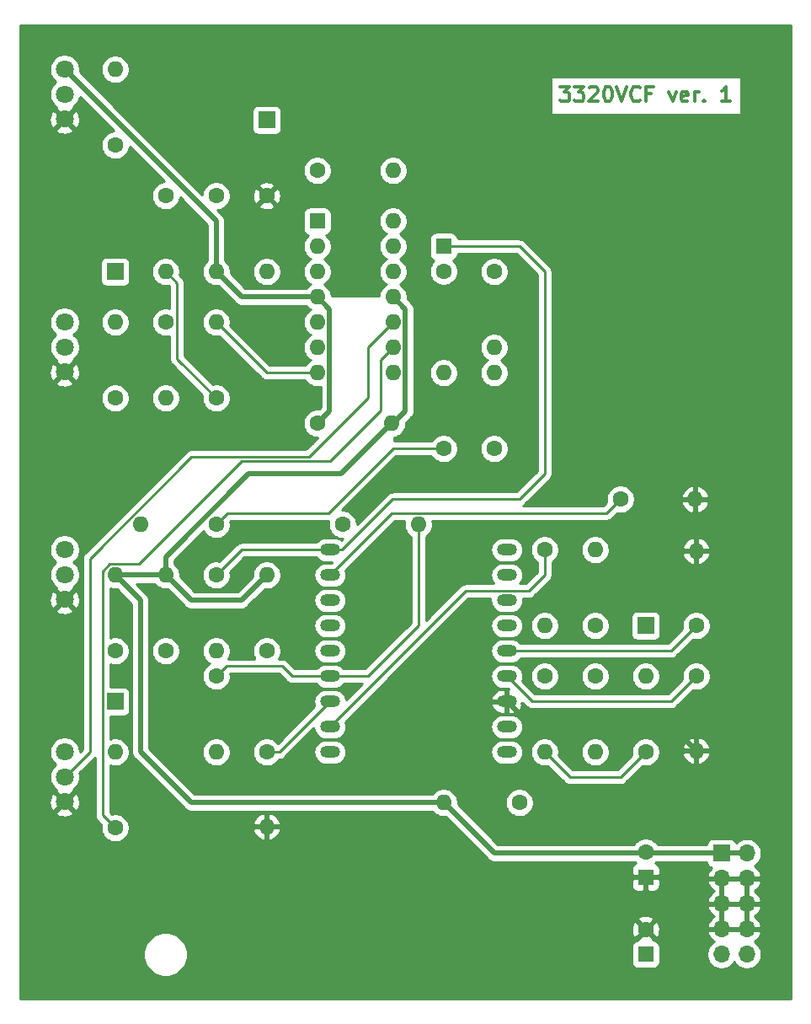
<source format=gtl>
G04 #@! TF.GenerationSoftware,KiCad,Pcbnew,(5.1.8-0-10_14)*
G04 #@! TF.CreationDate,2021-06-15T12:35:27+09:00*
G04 #@! TF.ProjectId,3320VCF,33333230-5643-4462-9e6b-696361645f70,rev?*
G04 #@! TF.SameCoordinates,Original*
G04 #@! TF.FileFunction,Copper,L1,Top*
G04 #@! TF.FilePolarity,Positive*
%FSLAX46Y46*%
G04 Gerber Fmt 4.6, Leading zero omitted, Abs format (unit mm)*
G04 Created by KiCad (PCBNEW (5.1.8-0-10_14)) date 2021-06-15 12:35:27*
%MOMM*%
%LPD*%
G01*
G04 APERTURE LIST*
G04 #@! TA.AperFunction,NonConductor*
%ADD10C,0.300000*%
G04 #@! TD*
G04 #@! TA.AperFunction,ComponentPad*
%ADD11C,1.600000*%
G04 #@! TD*
G04 #@! TA.AperFunction,ComponentPad*
%ADD12O,1.600000X1.600000*%
G04 #@! TD*
G04 #@! TA.AperFunction,ComponentPad*
%ADD13R,1.600000X1.600000*%
G04 #@! TD*
G04 #@! TA.AperFunction,ComponentPad*
%ADD14R,1.700000X1.700000*%
G04 #@! TD*
G04 #@! TA.AperFunction,ComponentPad*
%ADD15O,1.700000X1.700000*%
G04 #@! TD*
G04 #@! TA.AperFunction,ComponentPad*
%ADD16O,2.000000X1.200000*%
G04 #@! TD*
G04 #@! TA.AperFunction,ComponentPad*
%ADD17C,1.800000*%
G04 #@! TD*
G04 #@! TA.AperFunction,Conductor*
%ADD18C,0.500000*%
G04 #@! TD*
G04 #@! TA.AperFunction,Conductor*
%ADD19C,0.250000*%
G04 #@! TD*
G04 #@! TA.AperFunction,Conductor*
%ADD20C,0.254000*%
G04 #@! TD*
G04 #@! TA.AperFunction,Conductor*
%ADD21C,0.100000*%
G04 #@! TD*
G04 APERTURE END LIST*
D10*
X143828571Y-47438571D02*
X144757142Y-47438571D01*
X144257142Y-48010000D01*
X144471428Y-48010000D01*
X144614285Y-48081428D01*
X144685714Y-48152857D01*
X144757142Y-48295714D01*
X144757142Y-48652857D01*
X144685714Y-48795714D01*
X144614285Y-48867142D01*
X144471428Y-48938571D01*
X144042857Y-48938571D01*
X143900000Y-48867142D01*
X143828571Y-48795714D01*
X145257142Y-47438571D02*
X146185714Y-47438571D01*
X145685714Y-48010000D01*
X145900000Y-48010000D01*
X146042857Y-48081428D01*
X146114285Y-48152857D01*
X146185714Y-48295714D01*
X146185714Y-48652857D01*
X146114285Y-48795714D01*
X146042857Y-48867142D01*
X145900000Y-48938571D01*
X145471428Y-48938571D01*
X145328571Y-48867142D01*
X145257142Y-48795714D01*
X146757142Y-47581428D02*
X146828571Y-47510000D01*
X146971428Y-47438571D01*
X147328571Y-47438571D01*
X147471428Y-47510000D01*
X147542857Y-47581428D01*
X147614285Y-47724285D01*
X147614285Y-47867142D01*
X147542857Y-48081428D01*
X146685714Y-48938571D01*
X147614285Y-48938571D01*
X148542857Y-47438571D02*
X148685714Y-47438571D01*
X148828571Y-47510000D01*
X148900000Y-47581428D01*
X148971428Y-47724285D01*
X149042857Y-48010000D01*
X149042857Y-48367142D01*
X148971428Y-48652857D01*
X148900000Y-48795714D01*
X148828571Y-48867142D01*
X148685714Y-48938571D01*
X148542857Y-48938571D01*
X148400000Y-48867142D01*
X148328571Y-48795714D01*
X148257142Y-48652857D01*
X148185714Y-48367142D01*
X148185714Y-48010000D01*
X148257142Y-47724285D01*
X148328571Y-47581428D01*
X148400000Y-47510000D01*
X148542857Y-47438571D01*
X149471428Y-47438571D02*
X149971428Y-48938571D01*
X150471428Y-47438571D01*
X151828571Y-48795714D02*
X151757142Y-48867142D01*
X151542857Y-48938571D01*
X151400000Y-48938571D01*
X151185714Y-48867142D01*
X151042857Y-48724285D01*
X150971428Y-48581428D01*
X150900000Y-48295714D01*
X150900000Y-48081428D01*
X150971428Y-47795714D01*
X151042857Y-47652857D01*
X151185714Y-47510000D01*
X151400000Y-47438571D01*
X151542857Y-47438571D01*
X151757142Y-47510000D01*
X151828571Y-47581428D01*
X152971428Y-48152857D02*
X152471428Y-48152857D01*
X152471428Y-48938571D02*
X152471428Y-47438571D01*
X153185714Y-47438571D01*
X154757142Y-47938571D02*
X155114285Y-48938571D01*
X155471428Y-47938571D01*
X156614285Y-48867142D02*
X156471428Y-48938571D01*
X156185714Y-48938571D01*
X156042857Y-48867142D01*
X155971428Y-48724285D01*
X155971428Y-48152857D01*
X156042857Y-48010000D01*
X156185714Y-47938571D01*
X156471428Y-47938571D01*
X156614285Y-48010000D01*
X156685714Y-48152857D01*
X156685714Y-48295714D01*
X155971428Y-48438571D01*
X157328571Y-48938571D02*
X157328571Y-47938571D01*
X157328571Y-48224285D02*
X157400000Y-48081428D01*
X157471428Y-48010000D01*
X157614285Y-47938571D01*
X157757142Y-47938571D01*
X158257142Y-48795714D02*
X158328571Y-48867142D01*
X158257142Y-48938571D01*
X158185714Y-48867142D01*
X158257142Y-48795714D01*
X158257142Y-48938571D01*
X160900000Y-48938571D02*
X160042857Y-48938571D01*
X160471428Y-48938571D02*
X160471428Y-47438571D01*
X160328571Y-47652857D01*
X160185714Y-47795714D01*
X160042857Y-47867142D01*
D11*
X119380000Y-81280000D03*
D12*
X126880000Y-81280000D03*
D11*
X104140000Y-58420000D03*
D12*
X104140000Y-66040000D03*
D11*
X114300000Y-104140000D03*
D12*
X114300000Y-96520000D03*
X99060000Y-71120000D03*
D11*
X99060000Y-78740000D03*
X104140000Y-71120000D03*
D12*
X104140000Y-78740000D03*
D11*
X99060000Y-53340000D03*
D12*
X99060000Y-45720000D03*
X109220000Y-71120000D03*
D11*
X109220000Y-78740000D03*
X109220000Y-58420000D03*
D12*
X109220000Y-66040000D03*
D11*
X142240000Y-106680000D03*
D12*
X142240000Y-114300000D03*
X147320000Y-114300000D03*
D11*
X147320000Y-106680000D03*
X99060000Y-121920000D03*
D12*
X99060000Y-114300000D03*
X137160000Y-76200000D03*
D11*
X137160000Y-83820000D03*
X109220000Y-106680000D03*
D12*
X109220000Y-114300000D03*
D11*
X109220000Y-96520000D03*
D12*
X109220000Y-104140000D03*
D11*
X109220000Y-91440000D03*
D12*
X101600000Y-91440000D03*
X132080000Y-76200000D03*
D11*
X132080000Y-83820000D03*
D12*
X114300000Y-66040000D03*
D11*
X114300000Y-58420000D03*
X119380000Y-55880000D03*
D12*
X127000000Y-55880000D03*
D13*
X132080000Y-63500000D03*
D11*
X132080000Y-66000000D03*
D12*
X132080000Y-119380000D03*
D11*
X139700000Y-119380000D03*
X104140000Y-104140000D03*
D12*
X104140000Y-96520000D03*
X99060000Y-96520000D03*
D11*
X99060000Y-104140000D03*
D12*
X157480000Y-94100000D03*
D11*
X157480000Y-101600000D03*
X157480000Y-106680000D03*
D12*
X157480000Y-114180000D03*
X114300000Y-121800000D03*
D11*
X114300000Y-114300000D03*
X149860000Y-88900000D03*
D12*
X157360000Y-88900000D03*
X137160000Y-73660000D03*
D11*
X137160000Y-66040000D03*
D12*
X152400000Y-106680000D03*
D11*
X152400000Y-114300000D03*
X147320000Y-101600000D03*
D12*
X147320000Y-93980000D03*
X142240000Y-101600000D03*
D11*
X142240000Y-93980000D03*
D12*
X129540000Y-91440000D03*
D11*
X121920000Y-91440000D03*
D14*
X160020000Y-124460000D03*
D15*
X162560000Y-124460000D03*
X160020000Y-127000000D03*
X162560000Y-127000000D03*
X160020000Y-129540000D03*
X162560000Y-129540000D03*
X160020000Y-132080000D03*
X162560000Y-132080000D03*
X160020000Y-134620000D03*
X162560000Y-134620000D03*
D14*
X99060000Y-66040000D03*
X152400000Y-101600000D03*
X99060000Y-109220000D03*
X114300000Y-50800000D03*
D13*
X119380000Y-60960000D03*
D12*
X127000000Y-76200000D03*
X119380000Y-63500000D03*
X127000000Y-73660000D03*
X119380000Y-66040000D03*
X127000000Y-71120000D03*
X119380000Y-68580000D03*
X127000000Y-68580000D03*
X119380000Y-71120000D03*
X127000000Y-66040000D03*
X119380000Y-73660000D03*
X127000000Y-63500000D03*
X119380000Y-76200000D03*
X127000000Y-60960000D03*
D16*
X120650000Y-114300000D03*
X138430000Y-114300000D03*
X120650000Y-111760000D03*
X138430000Y-111760000D03*
X120650000Y-109220000D03*
X138430000Y-109220000D03*
X120650000Y-106680000D03*
X138430000Y-106680000D03*
X120650000Y-104140000D03*
X138430000Y-104140000D03*
X120650000Y-101600000D03*
X138430000Y-101600000D03*
X120650000Y-99060000D03*
X138430000Y-99060000D03*
X120650000Y-96520000D03*
X138430000Y-96520000D03*
X120650000Y-93980000D03*
X138430000Y-93980000D03*
D17*
X93980000Y-71120000D03*
X93980000Y-73620000D03*
X93980000Y-76120000D03*
X93980000Y-50720000D03*
X93980000Y-48220000D03*
X93980000Y-45720000D03*
X93980000Y-119300000D03*
X93980000Y-116800000D03*
X93980000Y-114300000D03*
X93980000Y-93980000D03*
X93980000Y-96480000D03*
X93980000Y-98980000D03*
D13*
X152400000Y-134620000D03*
D11*
X152400000Y-132120000D03*
X152400000Y-124369758D03*
D13*
X152400000Y-126869758D03*
D18*
X109220000Y-60960000D02*
X109220000Y-66040000D01*
X93980000Y-45720000D02*
X104140000Y-55880000D01*
X104140000Y-55880000D02*
X109220000Y-60960000D01*
X111760000Y-68580000D02*
X119380000Y-68580000D01*
X109220000Y-66040000D02*
X111760000Y-68580000D01*
X120630001Y-69830001D02*
X120630001Y-80029999D01*
X120630001Y-80029999D02*
X119380000Y-81280000D01*
X119380000Y-68580000D02*
X120630001Y-69830001D01*
X128250001Y-69830001D02*
X128250001Y-80029999D01*
X127000000Y-68580000D02*
X128250001Y-69830001D01*
X128250001Y-80029999D02*
X127000000Y-81280000D01*
X127000000Y-81280000D02*
X126880000Y-81280000D01*
X99060000Y-96520000D02*
X104140000Y-96520000D01*
X104140000Y-96520000D02*
X106680000Y-99060000D01*
X106680000Y-99060000D02*
X111760000Y-99060000D01*
X111760000Y-99060000D02*
X114300000Y-96520000D01*
X99060000Y-96520000D02*
X101600000Y-99060000D01*
X101600000Y-99060000D02*
X101600000Y-114300000D01*
X101600000Y-114300000D02*
X106680000Y-119380000D01*
X106680000Y-119380000D02*
X132080000Y-119380000D01*
X137160000Y-124460000D02*
X162560000Y-124460000D01*
X132080000Y-119380000D02*
X137160000Y-124460000D01*
X126880000Y-81280000D02*
X121800000Y-86360000D01*
X104140000Y-94669998D02*
X104140000Y-96520000D01*
X112449998Y-86360000D02*
X104140000Y-94669998D01*
X121800000Y-86360000D02*
X112449998Y-86360000D01*
X157480000Y-114300000D02*
X157480000Y-114180000D01*
X138430000Y-109220000D02*
X139880010Y-110670010D01*
X153970010Y-110670010D02*
X157480000Y-114180000D01*
X139880010Y-110670010D02*
X153970010Y-110670010D01*
D19*
X154940000Y-104140000D02*
X157480000Y-101600000D01*
X138430000Y-104140000D02*
X154940000Y-104140000D01*
X157480000Y-106680000D02*
X154940000Y-109220000D01*
X140970000Y-109220000D02*
X138430000Y-106680000D01*
X154940000Y-109220000D02*
X140970000Y-109220000D01*
X115570000Y-114300000D02*
X120650000Y-109220000D01*
X114300000Y-114300000D02*
X115570000Y-114300000D01*
X126855001Y-90314999D02*
X148445001Y-90314999D01*
X148445001Y-90314999D02*
X149860000Y-88900000D01*
X120650000Y-96520000D02*
X126855001Y-90314999D01*
X111760000Y-93980000D02*
X120650000Y-93980000D01*
X109220000Y-96520000D02*
X111760000Y-93980000D01*
X121900000Y-93980000D02*
X126980000Y-88900000D01*
X120650000Y-93980000D02*
X121900000Y-93980000D01*
X126980000Y-88900000D02*
X139700000Y-88900000D01*
X139700000Y-88900000D02*
X142240000Y-86360000D01*
X142240000Y-86360000D02*
X142240000Y-66040000D01*
X142240000Y-66040000D02*
X139700000Y-63500000D01*
X139700000Y-63500000D02*
X132080000Y-63500000D01*
X119380000Y-76200000D02*
X114300000Y-76200000D01*
X114300000Y-76200000D02*
X109220000Y-71120000D01*
X105265001Y-67165001D02*
X105265001Y-74785001D01*
X104140000Y-66040000D02*
X105265001Y-67165001D01*
X105265001Y-74785001D02*
X109220000Y-78740000D01*
X142240000Y-114300000D02*
X144780000Y-116840000D01*
X149860000Y-116840000D02*
X152400000Y-114300000D01*
X144780000Y-116840000D02*
X149860000Y-116840000D01*
X127000000Y-73660000D02*
X125754999Y-74905001D01*
X125754999Y-74905001D02*
X125754999Y-79985001D01*
X125754999Y-79985001D02*
X120650000Y-85090000D01*
X120650000Y-85090000D02*
X111760000Y-85090000D01*
X98519999Y-95394999D02*
X97790000Y-96124998D01*
X101455001Y-95394999D02*
X98519999Y-95394999D01*
X111760000Y-85090000D02*
X101455001Y-95394999D01*
X97790000Y-120650000D02*
X99060000Y-121920000D01*
X97790000Y-96124998D02*
X97790000Y-120650000D01*
X142240000Y-93980000D02*
X142240000Y-96520000D01*
X140625010Y-98134990D02*
X134275010Y-98134990D01*
X134275010Y-98134990D02*
X120650000Y-111760000D01*
X142240000Y-96520000D02*
X140625010Y-98134990D01*
X120650000Y-106680000D02*
X116840000Y-106680000D01*
X115834999Y-105674999D02*
X110225001Y-105674999D01*
X116840000Y-106680000D02*
X115834999Y-105674999D01*
X110225001Y-105674999D02*
X109220000Y-106680000D01*
X124460000Y-106680000D02*
X120650000Y-106680000D01*
X129540000Y-101600000D02*
X124460000Y-106680000D01*
X129540000Y-91440000D02*
X129540000Y-101600000D01*
X110345001Y-90314999D02*
X120505001Y-90314999D01*
X109220000Y-91440000D02*
X110345001Y-90314999D01*
X127000000Y-83820000D02*
X132080000Y-83820000D01*
X120505001Y-90314999D02*
X127000000Y-83820000D01*
X96520000Y-114300000D02*
X94020000Y-116800000D01*
X94020000Y-116800000D02*
X93980000Y-116800000D01*
X127000000Y-71120000D02*
X124460000Y-73660000D01*
X124460000Y-73660000D02*
X124460000Y-77865002D01*
X124460000Y-77865002D02*
X124460000Y-78740000D01*
X124460000Y-78740000D02*
X119380000Y-83820000D01*
X106735008Y-84639990D02*
X96520000Y-94854998D01*
X118560010Y-84639990D02*
X106735008Y-84639990D01*
X119380000Y-83820000D02*
X118560010Y-84639990D01*
X96520000Y-94854998D02*
X96520000Y-114300000D01*
D20*
X166980000Y-139040000D02*
X89560000Y-139040000D01*
X89560000Y-134399872D01*
X101905000Y-134399872D01*
X101905000Y-134840128D01*
X101990890Y-135271925D01*
X102159369Y-135678669D01*
X102403962Y-136044729D01*
X102715271Y-136356038D01*
X103081331Y-136600631D01*
X103488075Y-136769110D01*
X103919872Y-136855000D01*
X104360128Y-136855000D01*
X104791925Y-136769110D01*
X105198669Y-136600631D01*
X105564729Y-136356038D01*
X105876038Y-136044729D01*
X106120631Y-135678669D01*
X106289110Y-135271925D01*
X106375000Y-134840128D01*
X106375000Y-134399872D01*
X106289110Y-133968075D01*
X106227776Y-133820000D01*
X150961928Y-133820000D01*
X150961928Y-135420000D01*
X150974188Y-135544482D01*
X151010498Y-135664180D01*
X151069463Y-135774494D01*
X151148815Y-135871185D01*
X151245506Y-135950537D01*
X151355820Y-136009502D01*
X151475518Y-136045812D01*
X151600000Y-136058072D01*
X153200000Y-136058072D01*
X153324482Y-136045812D01*
X153444180Y-136009502D01*
X153554494Y-135950537D01*
X153651185Y-135871185D01*
X153730537Y-135774494D01*
X153789502Y-135664180D01*
X153825812Y-135544482D01*
X153838072Y-135420000D01*
X153838072Y-134473740D01*
X158535000Y-134473740D01*
X158535000Y-134766260D01*
X158592068Y-135053158D01*
X158704010Y-135323411D01*
X158866525Y-135566632D01*
X159073368Y-135773475D01*
X159316589Y-135935990D01*
X159586842Y-136047932D01*
X159873740Y-136105000D01*
X160166260Y-136105000D01*
X160453158Y-136047932D01*
X160723411Y-135935990D01*
X160966632Y-135773475D01*
X161173475Y-135566632D01*
X161290000Y-135392240D01*
X161406525Y-135566632D01*
X161613368Y-135773475D01*
X161856589Y-135935990D01*
X162126842Y-136047932D01*
X162413740Y-136105000D01*
X162706260Y-136105000D01*
X162993158Y-136047932D01*
X163263411Y-135935990D01*
X163506632Y-135773475D01*
X163713475Y-135566632D01*
X163875990Y-135323411D01*
X163987932Y-135053158D01*
X164045000Y-134766260D01*
X164045000Y-134473740D01*
X163987932Y-134186842D01*
X163875990Y-133916589D01*
X163713475Y-133673368D01*
X163506632Y-133466525D01*
X163324466Y-133344805D01*
X163441355Y-133275178D01*
X163657588Y-133080269D01*
X163831641Y-132846920D01*
X163956825Y-132584099D01*
X164001476Y-132436890D01*
X163880155Y-132207000D01*
X162687000Y-132207000D01*
X162687000Y-132227000D01*
X162433000Y-132227000D01*
X162433000Y-132207000D01*
X160147000Y-132207000D01*
X160147000Y-132227000D01*
X159893000Y-132227000D01*
X159893000Y-132207000D01*
X158699845Y-132207000D01*
X158578524Y-132436890D01*
X158623175Y-132584099D01*
X158748359Y-132846920D01*
X158922412Y-133080269D01*
X159138645Y-133275178D01*
X159255534Y-133344805D01*
X159073368Y-133466525D01*
X158866525Y-133673368D01*
X158704010Y-133916589D01*
X158592068Y-134186842D01*
X158535000Y-134473740D01*
X153838072Y-134473740D01*
X153838072Y-133820000D01*
X153825812Y-133695518D01*
X153789502Y-133575820D01*
X153730537Y-133465506D01*
X153651185Y-133368815D01*
X153554494Y-133289463D01*
X153444180Y-133230498D01*
X153324482Y-133194188D01*
X153200000Y-133181928D01*
X153192785Y-133181928D01*
X153213097Y-133112702D01*
X152400000Y-132299605D01*
X151586903Y-133112702D01*
X151607215Y-133181928D01*
X151600000Y-133181928D01*
X151475518Y-133194188D01*
X151355820Y-133230498D01*
X151245506Y-133289463D01*
X151148815Y-133368815D01*
X151069463Y-133465506D01*
X151010498Y-133575820D01*
X150974188Y-133695518D01*
X150961928Y-133820000D01*
X106227776Y-133820000D01*
X106120631Y-133561331D01*
X105876038Y-133195271D01*
X105564729Y-132883962D01*
X105198669Y-132639369D01*
X104791925Y-132470890D01*
X104360128Y-132385000D01*
X103919872Y-132385000D01*
X103488075Y-132470890D01*
X103081331Y-132639369D01*
X102715271Y-132883962D01*
X102403962Y-133195271D01*
X102159369Y-133561331D01*
X101990890Y-133968075D01*
X101905000Y-134399872D01*
X89560000Y-134399872D01*
X89560000Y-132190512D01*
X150959783Y-132190512D01*
X151001213Y-132470130D01*
X151096397Y-132736292D01*
X151163329Y-132861514D01*
X151407298Y-132933097D01*
X152220395Y-132120000D01*
X152579605Y-132120000D01*
X153392702Y-132933097D01*
X153636671Y-132861514D01*
X153757571Y-132606004D01*
X153826300Y-132331816D01*
X153840217Y-132049488D01*
X153798787Y-131769870D01*
X153703603Y-131503708D01*
X153636671Y-131378486D01*
X153392702Y-131306903D01*
X152579605Y-132120000D01*
X152220395Y-132120000D01*
X151407298Y-131306903D01*
X151163329Y-131378486D01*
X151042429Y-131633996D01*
X150973700Y-131908184D01*
X150959783Y-132190512D01*
X89560000Y-132190512D01*
X89560000Y-131127298D01*
X151586903Y-131127298D01*
X152400000Y-131940395D01*
X153213097Y-131127298D01*
X153141514Y-130883329D01*
X152886004Y-130762429D01*
X152611816Y-130693700D01*
X152329488Y-130679783D01*
X152049870Y-130721213D01*
X151783708Y-130816397D01*
X151658486Y-130883329D01*
X151586903Y-131127298D01*
X89560000Y-131127298D01*
X89560000Y-129896890D01*
X158578524Y-129896890D01*
X158623175Y-130044099D01*
X158748359Y-130306920D01*
X158922412Y-130540269D01*
X159138645Y-130735178D01*
X159264255Y-130810000D01*
X159138645Y-130884822D01*
X158922412Y-131079731D01*
X158748359Y-131313080D01*
X158623175Y-131575901D01*
X158578524Y-131723110D01*
X158699845Y-131953000D01*
X159893000Y-131953000D01*
X159893000Y-129667000D01*
X160147000Y-129667000D01*
X160147000Y-131953000D01*
X162433000Y-131953000D01*
X162433000Y-129667000D01*
X162687000Y-129667000D01*
X162687000Y-131953000D01*
X163880155Y-131953000D01*
X164001476Y-131723110D01*
X163956825Y-131575901D01*
X163831641Y-131313080D01*
X163657588Y-131079731D01*
X163441355Y-130884822D01*
X163315745Y-130810000D01*
X163441355Y-130735178D01*
X163657588Y-130540269D01*
X163831641Y-130306920D01*
X163956825Y-130044099D01*
X164001476Y-129896890D01*
X163880155Y-129667000D01*
X162687000Y-129667000D01*
X162433000Y-129667000D01*
X160147000Y-129667000D01*
X159893000Y-129667000D01*
X158699845Y-129667000D01*
X158578524Y-129896890D01*
X89560000Y-129896890D01*
X89560000Y-127669758D01*
X150961928Y-127669758D01*
X150974188Y-127794240D01*
X151010498Y-127913938D01*
X151069463Y-128024252D01*
X151148815Y-128120943D01*
X151245506Y-128200295D01*
X151355820Y-128259260D01*
X151475518Y-128295570D01*
X151600000Y-128307830D01*
X152114250Y-128304758D01*
X152273000Y-128146008D01*
X152273000Y-126996758D01*
X152527000Y-126996758D01*
X152527000Y-128146008D01*
X152685750Y-128304758D01*
X153200000Y-128307830D01*
X153324482Y-128295570D01*
X153444180Y-128259260D01*
X153554494Y-128200295D01*
X153651185Y-128120943D01*
X153730537Y-128024252D01*
X153789502Y-127913938D01*
X153825812Y-127794240D01*
X153838072Y-127669758D01*
X153836204Y-127356890D01*
X158578524Y-127356890D01*
X158623175Y-127504099D01*
X158748359Y-127766920D01*
X158922412Y-128000269D01*
X159138645Y-128195178D01*
X159264255Y-128270000D01*
X159138645Y-128344822D01*
X158922412Y-128539731D01*
X158748359Y-128773080D01*
X158623175Y-129035901D01*
X158578524Y-129183110D01*
X158699845Y-129413000D01*
X159893000Y-129413000D01*
X159893000Y-127127000D01*
X160147000Y-127127000D01*
X160147000Y-129413000D01*
X162433000Y-129413000D01*
X162433000Y-127127000D01*
X162687000Y-127127000D01*
X162687000Y-129413000D01*
X163880155Y-129413000D01*
X164001476Y-129183110D01*
X163956825Y-129035901D01*
X163831641Y-128773080D01*
X163657588Y-128539731D01*
X163441355Y-128344822D01*
X163315745Y-128270000D01*
X163441355Y-128195178D01*
X163657588Y-128000269D01*
X163831641Y-127766920D01*
X163956825Y-127504099D01*
X164001476Y-127356890D01*
X163880155Y-127127000D01*
X162687000Y-127127000D01*
X162433000Y-127127000D01*
X160147000Y-127127000D01*
X159893000Y-127127000D01*
X158699845Y-127127000D01*
X158578524Y-127356890D01*
X153836204Y-127356890D01*
X153835000Y-127155508D01*
X153676250Y-126996758D01*
X152527000Y-126996758D01*
X152273000Y-126996758D01*
X151123750Y-126996758D01*
X150965000Y-127155508D01*
X150961928Y-127669758D01*
X89560000Y-127669758D01*
X89560000Y-120364080D01*
X93095525Y-120364080D01*
X93179208Y-120618261D01*
X93451775Y-120749158D01*
X93744642Y-120824365D01*
X94046553Y-120840991D01*
X94345907Y-120798397D01*
X94631199Y-120698222D01*
X94780792Y-120618261D01*
X94864475Y-120364080D01*
X93980000Y-119479605D01*
X93095525Y-120364080D01*
X89560000Y-120364080D01*
X89560000Y-119366553D01*
X92439009Y-119366553D01*
X92481603Y-119665907D01*
X92581778Y-119951199D01*
X92661739Y-120100792D01*
X92915920Y-120184475D01*
X93800395Y-119300000D01*
X94159605Y-119300000D01*
X95044080Y-120184475D01*
X95298261Y-120100792D01*
X95429158Y-119828225D01*
X95504365Y-119535358D01*
X95520991Y-119233447D01*
X95478397Y-118934093D01*
X95378222Y-118648801D01*
X95298261Y-118499208D01*
X95044080Y-118415525D01*
X94159605Y-119300000D01*
X93800395Y-119300000D01*
X92915920Y-118415525D01*
X92661739Y-118499208D01*
X92530842Y-118771775D01*
X92455635Y-119064642D01*
X92439009Y-119366553D01*
X89560000Y-119366553D01*
X89560000Y-100044080D01*
X93095525Y-100044080D01*
X93179208Y-100298261D01*
X93451775Y-100429158D01*
X93744642Y-100504365D01*
X94046553Y-100520991D01*
X94345907Y-100478397D01*
X94631199Y-100378222D01*
X94780792Y-100298261D01*
X94864475Y-100044080D01*
X93980000Y-99159605D01*
X93095525Y-100044080D01*
X89560000Y-100044080D01*
X89560000Y-99046553D01*
X92439009Y-99046553D01*
X92481603Y-99345907D01*
X92581778Y-99631199D01*
X92661739Y-99780792D01*
X92915920Y-99864475D01*
X93800395Y-98980000D01*
X94159605Y-98980000D01*
X95044080Y-99864475D01*
X95298261Y-99780792D01*
X95429158Y-99508225D01*
X95504365Y-99215358D01*
X95520991Y-98913447D01*
X95478397Y-98614093D01*
X95378222Y-98328801D01*
X95298261Y-98179208D01*
X95044080Y-98095525D01*
X94159605Y-98980000D01*
X93800395Y-98980000D01*
X92915920Y-98095525D01*
X92661739Y-98179208D01*
X92530842Y-98451775D01*
X92455635Y-98744642D01*
X92439009Y-99046553D01*
X89560000Y-99046553D01*
X89560000Y-93828816D01*
X92445000Y-93828816D01*
X92445000Y-94131184D01*
X92503989Y-94427743D01*
X92619701Y-94707095D01*
X92787688Y-94958505D01*
X93001495Y-95172312D01*
X93087831Y-95230000D01*
X93001495Y-95287688D01*
X92787688Y-95501495D01*
X92619701Y-95752905D01*
X92503989Y-96032257D01*
X92445000Y-96328816D01*
X92445000Y-96631184D01*
X92503989Y-96927743D01*
X92619701Y-97207095D01*
X92787688Y-97458505D01*
X93001495Y-97672312D01*
X93144310Y-97767738D01*
X93095525Y-97915920D01*
X93980000Y-98800395D01*
X94864475Y-97915920D01*
X94815690Y-97767738D01*
X94958505Y-97672312D01*
X95172312Y-97458505D01*
X95340299Y-97207095D01*
X95456011Y-96927743D01*
X95515000Y-96631184D01*
X95515000Y-96328816D01*
X95456011Y-96032257D01*
X95340299Y-95752905D01*
X95172312Y-95501495D01*
X94958505Y-95287688D01*
X94872169Y-95230000D01*
X94958505Y-95172312D01*
X95172312Y-94958505D01*
X95340299Y-94707095D01*
X95456011Y-94427743D01*
X95515000Y-94131184D01*
X95515000Y-93828816D01*
X95456011Y-93532257D01*
X95340299Y-93252905D01*
X95172312Y-93001495D01*
X94958505Y-92787688D01*
X94707095Y-92619701D01*
X94427743Y-92503989D01*
X94131184Y-92445000D01*
X93828816Y-92445000D01*
X93532257Y-92503989D01*
X93252905Y-92619701D01*
X93001495Y-92787688D01*
X92787688Y-93001495D01*
X92619701Y-93252905D01*
X92503989Y-93532257D01*
X92445000Y-93828816D01*
X89560000Y-93828816D01*
X89560000Y-78598665D01*
X97625000Y-78598665D01*
X97625000Y-78881335D01*
X97680147Y-79158574D01*
X97788320Y-79419727D01*
X97945363Y-79654759D01*
X98145241Y-79854637D01*
X98380273Y-80011680D01*
X98641426Y-80119853D01*
X98918665Y-80175000D01*
X99201335Y-80175000D01*
X99478574Y-80119853D01*
X99739727Y-80011680D01*
X99974759Y-79854637D01*
X100174637Y-79654759D01*
X100331680Y-79419727D01*
X100439853Y-79158574D01*
X100495000Y-78881335D01*
X100495000Y-78598665D01*
X102705000Y-78598665D01*
X102705000Y-78881335D01*
X102760147Y-79158574D01*
X102868320Y-79419727D01*
X103025363Y-79654759D01*
X103225241Y-79854637D01*
X103460273Y-80011680D01*
X103721426Y-80119853D01*
X103998665Y-80175000D01*
X104281335Y-80175000D01*
X104558574Y-80119853D01*
X104819727Y-80011680D01*
X105054759Y-79854637D01*
X105254637Y-79654759D01*
X105411680Y-79419727D01*
X105519853Y-79158574D01*
X105575000Y-78881335D01*
X105575000Y-78598665D01*
X105519853Y-78321426D01*
X105411680Y-78060273D01*
X105254637Y-77825241D01*
X105054759Y-77625363D01*
X104819727Y-77468320D01*
X104558574Y-77360147D01*
X104281335Y-77305000D01*
X103998665Y-77305000D01*
X103721426Y-77360147D01*
X103460273Y-77468320D01*
X103225241Y-77625363D01*
X103025363Y-77825241D01*
X102868320Y-78060273D01*
X102760147Y-78321426D01*
X102705000Y-78598665D01*
X100495000Y-78598665D01*
X100439853Y-78321426D01*
X100331680Y-78060273D01*
X100174637Y-77825241D01*
X99974759Y-77625363D01*
X99739727Y-77468320D01*
X99478574Y-77360147D01*
X99201335Y-77305000D01*
X98918665Y-77305000D01*
X98641426Y-77360147D01*
X98380273Y-77468320D01*
X98145241Y-77625363D01*
X97945363Y-77825241D01*
X97788320Y-78060273D01*
X97680147Y-78321426D01*
X97625000Y-78598665D01*
X89560000Y-78598665D01*
X89560000Y-77184080D01*
X93095525Y-77184080D01*
X93179208Y-77438261D01*
X93451775Y-77569158D01*
X93744642Y-77644365D01*
X94046553Y-77660991D01*
X94345907Y-77618397D01*
X94631199Y-77518222D01*
X94780792Y-77438261D01*
X94864475Y-77184080D01*
X93980000Y-76299605D01*
X93095525Y-77184080D01*
X89560000Y-77184080D01*
X89560000Y-76186553D01*
X92439009Y-76186553D01*
X92481603Y-76485907D01*
X92581778Y-76771199D01*
X92661739Y-76920792D01*
X92915920Y-77004475D01*
X93800395Y-76120000D01*
X94159605Y-76120000D01*
X95044080Y-77004475D01*
X95298261Y-76920792D01*
X95429158Y-76648225D01*
X95504365Y-76355358D01*
X95520991Y-76053447D01*
X95478397Y-75754093D01*
X95378222Y-75468801D01*
X95298261Y-75319208D01*
X95044080Y-75235525D01*
X94159605Y-76120000D01*
X93800395Y-76120000D01*
X92915920Y-75235525D01*
X92661739Y-75319208D01*
X92530842Y-75591775D01*
X92455635Y-75884642D01*
X92439009Y-76186553D01*
X89560000Y-76186553D01*
X89560000Y-70968816D01*
X92445000Y-70968816D01*
X92445000Y-71271184D01*
X92503989Y-71567743D01*
X92619701Y-71847095D01*
X92787688Y-72098505D01*
X93001495Y-72312312D01*
X93087831Y-72370000D01*
X93001495Y-72427688D01*
X92787688Y-72641495D01*
X92619701Y-72892905D01*
X92503989Y-73172257D01*
X92445000Y-73468816D01*
X92445000Y-73771184D01*
X92503989Y-74067743D01*
X92619701Y-74347095D01*
X92787688Y-74598505D01*
X93001495Y-74812312D01*
X93144310Y-74907738D01*
X93095525Y-75055920D01*
X93980000Y-75940395D01*
X94864475Y-75055920D01*
X94815690Y-74907738D01*
X94958505Y-74812312D01*
X95172312Y-74598505D01*
X95340299Y-74347095D01*
X95456011Y-74067743D01*
X95515000Y-73771184D01*
X95515000Y-73468816D01*
X95456011Y-73172257D01*
X95340299Y-72892905D01*
X95172312Y-72641495D01*
X94958505Y-72427688D01*
X94872169Y-72370000D01*
X94958505Y-72312312D01*
X95172312Y-72098505D01*
X95340299Y-71847095D01*
X95456011Y-71567743D01*
X95515000Y-71271184D01*
X95515000Y-70978665D01*
X97625000Y-70978665D01*
X97625000Y-71261335D01*
X97680147Y-71538574D01*
X97788320Y-71799727D01*
X97945363Y-72034759D01*
X98145241Y-72234637D01*
X98380273Y-72391680D01*
X98641426Y-72499853D01*
X98918665Y-72555000D01*
X99201335Y-72555000D01*
X99478574Y-72499853D01*
X99739727Y-72391680D01*
X99974759Y-72234637D01*
X100174637Y-72034759D01*
X100331680Y-71799727D01*
X100439853Y-71538574D01*
X100495000Y-71261335D01*
X100495000Y-70978665D01*
X100439853Y-70701426D01*
X100331680Y-70440273D01*
X100174637Y-70205241D01*
X99974759Y-70005363D01*
X99739727Y-69848320D01*
X99478574Y-69740147D01*
X99201335Y-69685000D01*
X98918665Y-69685000D01*
X98641426Y-69740147D01*
X98380273Y-69848320D01*
X98145241Y-70005363D01*
X97945363Y-70205241D01*
X97788320Y-70440273D01*
X97680147Y-70701426D01*
X97625000Y-70978665D01*
X95515000Y-70978665D01*
X95515000Y-70968816D01*
X95456011Y-70672257D01*
X95340299Y-70392905D01*
X95172312Y-70141495D01*
X94958505Y-69927688D01*
X94707095Y-69759701D01*
X94427743Y-69643989D01*
X94131184Y-69585000D01*
X93828816Y-69585000D01*
X93532257Y-69643989D01*
X93252905Y-69759701D01*
X93001495Y-69927688D01*
X92787688Y-70141495D01*
X92619701Y-70392905D01*
X92503989Y-70672257D01*
X92445000Y-70968816D01*
X89560000Y-70968816D01*
X89560000Y-65190000D01*
X97571928Y-65190000D01*
X97571928Y-66890000D01*
X97584188Y-67014482D01*
X97620498Y-67134180D01*
X97679463Y-67244494D01*
X97758815Y-67341185D01*
X97855506Y-67420537D01*
X97965820Y-67479502D01*
X98085518Y-67515812D01*
X98210000Y-67528072D01*
X99910000Y-67528072D01*
X100034482Y-67515812D01*
X100154180Y-67479502D01*
X100264494Y-67420537D01*
X100361185Y-67341185D01*
X100440537Y-67244494D01*
X100499502Y-67134180D01*
X100535812Y-67014482D01*
X100548072Y-66890000D01*
X100548072Y-65898665D01*
X102705000Y-65898665D01*
X102705000Y-66181335D01*
X102760147Y-66458574D01*
X102868320Y-66719727D01*
X103025363Y-66954759D01*
X103225241Y-67154637D01*
X103460273Y-67311680D01*
X103721426Y-67419853D01*
X103998665Y-67475000D01*
X104281335Y-67475000D01*
X104463886Y-67438688D01*
X104505001Y-67479803D01*
X104505001Y-69729491D01*
X104281335Y-69685000D01*
X103998665Y-69685000D01*
X103721426Y-69740147D01*
X103460273Y-69848320D01*
X103225241Y-70005363D01*
X103025363Y-70205241D01*
X102868320Y-70440273D01*
X102760147Y-70701426D01*
X102705000Y-70978665D01*
X102705000Y-71261335D01*
X102760147Y-71538574D01*
X102868320Y-71799727D01*
X103025363Y-72034759D01*
X103225241Y-72234637D01*
X103460273Y-72391680D01*
X103721426Y-72499853D01*
X103998665Y-72555000D01*
X104281335Y-72555000D01*
X104505002Y-72510509D01*
X104505002Y-74747669D01*
X104501325Y-74785001D01*
X104515999Y-74933986D01*
X104559455Y-75077247D01*
X104630027Y-75209277D01*
X104692370Y-75285241D01*
X104725001Y-75325002D01*
X104753999Y-75348800D01*
X107821312Y-78416114D01*
X107785000Y-78598665D01*
X107785000Y-78881335D01*
X107840147Y-79158574D01*
X107948320Y-79419727D01*
X108105363Y-79654759D01*
X108305241Y-79854637D01*
X108540273Y-80011680D01*
X108801426Y-80119853D01*
X109078665Y-80175000D01*
X109361335Y-80175000D01*
X109638574Y-80119853D01*
X109899727Y-80011680D01*
X110134759Y-79854637D01*
X110334637Y-79654759D01*
X110491680Y-79419727D01*
X110599853Y-79158574D01*
X110655000Y-78881335D01*
X110655000Y-78598665D01*
X110599853Y-78321426D01*
X110491680Y-78060273D01*
X110334637Y-77825241D01*
X110134759Y-77625363D01*
X109899727Y-77468320D01*
X109638574Y-77360147D01*
X109361335Y-77305000D01*
X109078665Y-77305000D01*
X108896114Y-77341312D01*
X106025001Y-74470200D01*
X106025001Y-67202326D01*
X106028677Y-67165001D01*
X106025001Y-67127676D01*
X106025001Y-67127668D01*
X106014004Y-67016015D01*
X105970547Y-66872754D01*
X105899975Y-66740725D01*
X105805002Y-66625000D01*
X105776005Y-66601203D01*
X105538688Y-66363886D01*
X105575000Y-66181335D01*
X105575000Y-65898665D01*
X105519853Y-65621426D01*
X105411680Y-65360273D01*
X105254637Y-65125241D01*
X105054759Y-64925363D01*
X104819727Y-64768320D01*
X104558574Y-64660147D01*
X104281335Y-64605000D01*
X103998665Y-64605000D01*
X103721426Y-64660147D01*
X103460273Y-64768320D01*
X103225241Y-64925363D01*
X103025363Y-65125241D01*
X102868320Y-65360273D01*
X102760147Y-65621426D01*
X102705000Y-65898665D01*
X100548072Y-65898665D01*
X100548072Y-65190000D01*
X100535812Y-65065518D01*
X100499502Y-64945820D01*
X100440537Y-64835506D01*
X100361185Y-64738815D01*
X100264494Y-64659463D01*
X100154180Y-64600498D01*
X100034482Y-64564188D01*
X99910000Y-64551928D01*
X98210000Y-64551928D01*
X98085518Y-64564188D01*
X97965820Y-64600498D01*
X97855506Y-64659463D01*
X97758815Y-64738815D01*
X97679463Y-64835506D01*
X97620498Y-64945820D01*
X97584188Y-65065518D01*
X97571928Y-65190000D01*
X89560000Y-65190000D01*
X89560000Y-51784080D01*
X93095525Y-51784080D01*
X93179208Y-52038261D01*
X93451775Y-52169158D01*
X93744642Y-52244365D01*
X94046553Y-52260991D01*
X94345907Y-52218397D01*
X94631199Y-52118222D01*
X94780792Y-52038261D01*
X94864475Y-51784080D01*
X93980000Y-50899605D01*
X93095525Y-51784080D01*
X89560000Y-51784080D01*
X89560000Y-50786553D01*
X92439009Y-50786553D01*
X92481603Y-51085907D01*
X92581778Y-51371199D01*
X92661739Y-51520792D01*
X92915920Y-51604475D01*
X93800395Y-50720000D01*
X94159605Y-50720000D01*
X95044080Y-51604475D01*
X95298261Y-51520792D01*
X95429158Y-51248225D01*
X95504365Y-50955358D01*
X95520991Y-50653447D01*
X95478397Y-50354093D01*
X95378222Y-50068801D01*
X95298261Y-49919208D01*
X95044080Y-49835525D01*
X94159605Y-50720000D01*
X93800395Y-50720000D01*
X92915920Y-49835525D01*
X92661739Y-49919208D01*
X92530842Y-50191775D01*
X92455635Y-50484642D01*
X92439009Y-50786553D01*
X89560000Y-50786553D01*
X89560000Y-45568816D01*
X92445000Y-45568816D01*
X92445000Y-45871184D01*
X92503989Y-46167743D01*
X92619701Y-46447095D01*
X92787688Y-46698505D01*
X93001495Y-46912312D01*
X93087831Y-46970000D01*
X93001495Y-47027688D01*
X92787688Y-47241495D01*
X92619701Y-47492905D01*
X92503989Y-47772257D01*
X92445000Y-48068816D01*
X92445000Y-48371184D01*
X92503989Y-48667743D01*
X92619701Y-48947095D01*
X92787688Y-49198505D01*
X93001495Y-49412312D01*
X93144310Y-49507738D01*
X93095525Y-49655920D01*
X93980000Y-50540395D01*
X94864475Y-49655920D01*
X94815690Y-49507738D01*
X94958505Y-49412312D01*
X95172312Y-49198505D01*
X95340299Y-48947095D01*
X95456011Y-48667743D01*
X95492537Y-48484115D01*
X98914291Y-51905870D01*
X98641426Y-51960147D01*
X98380273Y-52068320D01*
X98145241Y-52225363D01*
X97945363Y-52425241D01*
X97788320Y-52660273D01*
X97680147Y-52921426D01*
X97625000Y-53198665D01*
X97625000Y-53481335D01*
X97680147Y-53758574D01*
X97788320Y-54019727D01*
X97945363Y-54254759D01*
X98145241Y-54454637D01*
X98380273Y-54611680D01*
X98641426Y-54719853D01*
X98918665Y-54775000D01*
X99201335Y-54775000D01*
X99478574Y-54719853D01*
X99739727Y-54611680D01*
X99974759Y-54454637D01*
X100174637Y-54254759D01*
X100331680Y-54019727D01*
X100439853Y-53758574D01*
X100494130Y-53485709D01*
X103544953Y-56536532D01*
X103544959Y-56536537D01*
X103994292Y-56985870D01*
X103721426Y-57040147D01*
X103460273Y-57148320D01*
X103225241Y-57305363D01*
X103025363Y-57505241D01*
X102868320Y-57740273D01*
X102760147Y-58001426D01*
X102705000Y-58278665D01*
X102705000Y-58561335D01*
X102760147Y-58838574D01*
X102868320Y-59099727D01*
X103025363Y-59334759D01*
X103225241Y-59534637D01*
X103460273Y-59691680D01*
X103721426Y-59799853D01*
X103998665Y-59855000D01*
X104281335Y-59855000D01*
X104558574Y-59799853D01*
X104819727Y-59691680D01*
X105054759Y-59534637D01*
X105254637Y-59334759D01*
X105411680Y-59099727D01*
X105519853Y-58838574D01*
X105574130Y-58565708D01*
X108335000Y-61326579D01*
X108335001Y-64905478D01*
X108305241Y-64925363D01*
X108105363Y-65125241D01*
X107948320Y-65360273D01*
X107840147Y-65621426D01*
X107785000Y-65898665D01*
X107785000Y-66181335D01*
X107840147Y-66458574D01*
X107948320Y-66719727D01*
X108105363Y-66954759D01*
X108305241Y-67154637D01*
X108540273Y-67311680D01*
X108801426Y-67419853D01*
X109078665Y-67475000D01*
X109361335Y-67475000D01*
X109396439Y-67468017D01*
X111103470Y-69175049D01*
X111131183Y-69208817D01*
X111164951Y-69236530D01*
X111164953Y-69236532D01*
X111193216Y-69259727D01*
X111265941Y-69319411D01*
X111419687Y-69401589D01*
X111586510Y-69452195D01*
X111716523Y-69465000D01*
X111716533Y-69465000D01*
X111759999Y-69469281D01*
X111803465Y-69465000D01*
X118245479Y-69465000D01*
X118265363Y-69494759D01*
X118465241Y-69694637D01*
X118697759Y-69850000D01*
X118465241Y-70005363D01*
X118265363Y-70205241D01*
X118108320Y-70440273D01*
X118000147Y-70701426D01*
X117945000Y-70978665D01*
X117945000Y-71261335D01*
X118000147Y-71538574D01*
X118108320Y-71799727D01*
X118265363Y-72034759D01*
X118465241Y-72234637D01*
X118697759Y-72390000D01*
X118465241Y-72545363D01*
X118265363Y-72745241D01*
X118108320Y-72980273D01*
X118000147Y-73241426D01*
X117945000Y-73518665D01*
X117945000Y-73801335D01*
X118000147Y-74078574D01*
X118108320Y-74339727D01*
X118265363Y-74574759D01*
X118465241Y-74774637D01*
X118697759Y-74930000D01*
X118465241Y-75085363D01*
X118265363Y-75285241D01*
X118161957Y-75440000D01*
X114614802Y-75440000D01*
X110618688Y-71443887D01*
X110655000Y-71261335D01*
X110655000Y-70978665D01*
X110599853Y-70701426D01*
X110491680Y-70440273D01*
X110334637Y-70205241D01*
X110134759Y-70005363D01*
X109899727Y-69848320D01*
X109638574Y-69740147D01*
X109361335Y-69685000D01*
X109078665Y-69685000D01*
X108801426Y-69740147D01*
X108540273Y-69848320D01*
X108305241Y-70005363D01*
X108105363Y-70205241D01*
X107948320Y-70440273D01*
X107840147Y-70701426D01*
X107785000Y-70978665D01*
X107785000Y-71261335D01*
X107840147Y-71538574D01*
X107948320Y-71799727D01*
X108105363Y-72034759D01*
X108305241Y-72234637D01*
X108540273Y-72391680D01*
X108801426Y-72499853D01*
X109078665Y-72555000D01*
X109361335Y-72555000D01*
X109543887Y-72518688D01*
X113736201Y-76711003D01*
X113759999Y-76740001D01*
X113788997Y-76763799D01*
X113875723Y-76834974D01*
X114007753Y-76905546D01*
X114151014Y-76949003D01*
X114262667Y-76960000D01*
X114262677Y-76960000D01*
X114300000Y-76963676D01*
X114337323Y-76960000D01*
X118161957Y-76960000D01*
X118265363Y-77114759D01*
X118465241Y-77314637D01*
X118700273Y-77471680D01*
X118961426Y-77579853D01*
X119238665Y-77635000D01*
X119521335Y-77635000D01*
X119745002Y-77590509D01*
X119745002Y-79663419D01*
X119556439Y-79851983D01*
X119521335Y-79845000D01*
X119238665Y-79845000D01*
X118961426Y-79900147D01*
X118700273Y-80008320D01*
X118465241Y-80165363D01*
X118265363Y-80365241D01*
X118108320Y-80600273D01*
X118000147Y-80861426D01*
X117945000Y-81138665D01*
X117945000Y-81421335D01*
X118000147Y-81698574D01*
X118108320Y-81959727D01*
X118265363Y-82194759D01*
X118465241Y-82394637D01*
X118700273Y-82551680D01*
X118961426Y-82659853D01*
X119238665Y-82715000D01*
X119410199Y-82715000D01*
X118869003Y-83256196D01*
X118868997Y-83256201D01*
X118301663Y-83823535D01*
X118118186Y-83879990D01*
X106772331Y-83879990D01*
X106735008Y-83876314D01*
X106697685Y-83879990D01*
X106697675Y-83879990D01*
X106586022Y-83890987D01*
X106442761Y-83934444D01*
X106310732Y-84005016D01*
X106195007Y-84099989D01*
X106171209Y-84128987D01*
X96009003Y-94291194D01*
X95979999Y-94314997D01*
X95924871Y-94382172D01*
X95885026Y-94430722D01*
X95849862Y-94496509D01*
X95814454Y-94562752D01*
X95770997Y-94706013D01*
X95760000Y-94817666D01*
X95760000Y-94817676D01*
X95756324Y-94854998D01*
X95760000Y-94892320D01*
X95760001Y-113985197D01*
X95515000Y-114230198D01*
X95515000Y-114148816D01*
X95456011Y-113852257D01*
X95340299Y-113572905D01*
X95172312Y-113321495D01*
X94958505Y-113107688D01*
X94707095Y-112939701D01*
X94427743Y-112823989D01*
X94131184Y-112765000D01*
X93828816Y-112765000D01*
X93532257Y-112823989D01*
X93252905Y-112939701D01*
X93001495Y-113107688D01*
X92787688Y-113321495D01*
X92619701Y-113572905D01*
X92503989Y-113852257D01*
X92445000Y-114148816D01*
X92445000Y-114451184D01*
X92503989Y-114747743D01*
X92619701Y-115027095D01*
X92787688Y-115278505D01*
X93001495Y-115492312D01*
X93087831Y-115550000D01*
X93001495Y-115607688D01*
X92787688Y-115821495D01*
X92619701Y-116072905D01*
X92503989Y-116352257D01*
X92445000Y-116648816D01*
X92445000Y-116951184D01*
X92503989Y-117247743D01*
X92619701Y-117527095D01*
X92787688Y-117778505D01*
X93001495Y-117992312D01*
X93144310Y-118087738D01*
X93095525Y-118235920D01*
X93980000Y-119120395D01*
X94864475Y-118235920D01*
X94815690Y-118087738D01*
X94958505Y-117992312D01*
X95172312Y-117778505D01*
X95340299Y-117527095D01*
X95456011Y-117247743D01*
X95515000Y-116951184D01*
X95515000Y-116648816D01*
X95470368Y-116424434D01*
X97030001Y-114864801D01*
X97030001Y-120612667D01*
X97026324Y-120650000D01*
X97030001Y-120687333D01*
X97040998Y-120798986D01*
X97045856Y-120815000D01*
X97084454Y-120942246D01*
X97155026Y-121074276D01*
X97226201Y-121161002D01*
X97250000Y-121190001D01*
X97278998Y-121213799D01*
X97661312Y-121596114D01*
X97625000Y-121778665D01*
X97625000Y-122061335D01*
X97680147Y-122338574D01*
X97788320Y-122599727D01*
X97945363Y-122834759D01*
X98145241Y-123034637D01*
X98380273Y-123191680D01*
X98641426Y-123299853D01*
X98918665Y-123355000D01*
X99201335Y-123355000D01*
X99478574Y-123299853D01*
X99739727Y-123191680D01*
X99974759Y-123034637D01*
X100174637Y-122834759D01*
X100331680Y-122599727D01*
X100439853Y-122338574D01*
X100477554Y-122149040D01*
X112908091Y-122149040D01*
X113002930Y-122413881D01*
X113147615Y-122655131D01*
X113336586Y-122863519D01*
X113562580Y-123031037D01*
X113816913Y-123151246D01*
X113950961Y-123191904D01*
X114173000Y-123069915D01*
X114173000Y-121927000D01*
X114427000Y-121927000D01*
X114427000Y-123069915D01*
X114649039Y-123191904D01*
X114783087Y-123151246D01*
X115037420Y-123031037D01*
X115263414Y-122863519D01*
X115452385Y-122655131D01*
X115597070Y-122413881D01*
X115691909Y-122149040D01*
X115570624Y-121927000D01*
X114427000Y-121927000D01*
X114173000Y-121927000D01*
X113029376Y-121927000D01*
X112908091Y-122149040D01*
X100477554Y-122149040D01*
X100495000Y-122061335D01*
X100495000Y-121778665D01*
X100439853Y-121501426D01*
X100418950Y-121450960D01*
X112908091Y-121450960D01*
X113029376Y-121673000D01*
X114173000Y-121673000D01*
X114173000Y-120530085D01*
X114427000Y-120530085D01*
X114427000Y-121673000D01*
X115570624Y-121673000D01*
X115691909Y-121450960D01*
X115597070Y-121186119D01*
X115452385Y-120944869D01*
X115263414Y-120736481D01*
X115037420Y-120568963D01*
X114783087Y-120448754D01*
X114649039Y-120408096D01*
X114427000Y-120530085D01*
X114173000Y-120530085D01*
X113950961Y-120408096D01*
X113816913Y-120448754D01*
X113562580Y-120568963D01*
X113336586Y-120736481D01*
X113147615Y-120944869D01*
X113002930Y-121186119D01*
X112908091Y-121450960D01*
X100418950Y-121450960D01*
X100331680Y-121240273D01*
X100174637Y-121005241D01*
X99974759Y-120805363D01*
X99739727Y-120648320D01*
X99478574Y-120540147D01*
X99201335Y-120485000D01*
X98918665Y-120485000D01*
X98736114Y-120521312D01*
X98550000Y-120335199D01*
X98550000Y-115641983D01*
X98641426Y-115679853D01*
X98918665Y-115735000D01*
X99201335Y-115735000D01*
X99478574Y-115679853D01*
X99739727Y-115571680D01*
X99974759Y-115414637D01*
X100174637Y-115214759D01*
X100331680Y-114979727D01*
X100439853Y-114718574D01*
X100495000Y-114441335D01*
X100495000Y-114158665D01*
X100439853Y-113881426D01*
X100331680Y-113620273D01*
X100174637Y-113385241D01*
X99974759Y-113185363D01*
X99739727Y-113028320D01*
X99478574Y-112920147D01*
X99201335Y-112865000D01*
X98918665Y-112865000D01*
X98641426Y-112920147D01*
X98550000Y-112958017D01*
X98550000Y-110708072D01*
X99910000Y-110708072D01*
X100034482Y-110695812D01*
X100154180Y-110659502D01*
X100264494Y-110600537D01*
X100361185Y-110521185D01*
X100440537Y-110424494D01*
X100499502Y-110314180D01*
X100535812Y-110194482D01*
X100548072Y-110070000D01*
X100548072Y-108370000D01*
X100535812Y-108245518D01*
X100499502Y-108125820D01*
X100440537Y-108015506D01*
X100361185Y-107918815D01*
X100264494Y-107839463D01*
X100154180Y-107780498D01*
X100034482Y-107744188D01*
X99910000Y-107731928D01*
X98550000Y-107731928D01*
X98550000Y-105481983D01*
X98641426Y-105519853D01*
X98918665Y-105575000D01*
X99201335Y-105575000D01*
X99478574Y-105519853D01*
X99739727Y-105411680D01*
X99974759Y-105254637D01*
X100174637Y-105054759D01*
X100331680Y-104819727D01*
X100439853Y-104558574D01*
X100495000Y-104281335D01*
X100495000Y-103998665D01*
X100439853Y-103721426D01*
X100331680Y-103460273D01*
X100174637Y-103225241D01*
X99974759Y-103025363D01*
X99739727Y-102868320D01*
X99478574Y-102760147D01*
X99201335Y-102705000D01*
X98918665Y-102705000D01*
X98641426Y-102760147D01*
X98550000Y-102798017D01*
X98550000Y-97861983D01*
X98641426Y-97899853D01*
X98918665Y-97955000D01*
X99201335Y-97955000D01*
X99236439Y-97948017D01*
X100715000Y-99426579D01*
X100715001Y-114256521D01*
X100710719Y-114300000D01*
X100727805Y-114473490D01*
X100778412Y-114640313D01*
X100860590Y-114794059D01*
X100943468Y-114895046D01*
X100943471Y-114895049D01*
X100971184Y-114928817D01*
X101004952Y-114956530D01*
X106023470Y-119975049D01*
X106051183Y-120008817D01*
X106084951Y-120036530D01*
X106084953Y-120036532D01*
X106185941Y-120119411D01*
X106339687Y-120201589D01*
X106506510Y-120252195D01*
X106636523Y-120265000D01*
X106636531Y-120265000D01*
X106680000Y-120269281D01*
X106723469Y-120265000D01*
X130945479Y-120265000D01*
X130965363Y-120294759D01*
X131165241Y-120494637D01*
X131400273Y-120651680D01*
X131661426Y-120759853D01*
X131938665Y-120815000D01*
X132221335Y-120815000D01*
X132256439Y-120808017D01*
X136503470Y-125055049D01*
X136531183Y-125088817D01*
X136564951Y-125116530D01*
X136564953Y-125116532D01*
X136622075Y-125163411D01*
X136665941Y-125199411D01*
X136819687Y-125281589D01*
X136986510Y-125332195D01*
X137116523Y-125345000D01*
X137116531Y-125345000D01*
X137160000Y-125349281D01*
X137203469Y-125345000D01*
X151345846Y-125345000D01*
X151451943Y-125451097D01*
X151355820Y-125480256D01*
X151245506Y-125539221D01*
X151148815Y-125618573D01*
X151069463Y-125715264D01*
X151010498Y-125825578D01*
X150974188Y-125945276D01*
X150961928Y-126069758D01*
X150965000Y-126584008D01*
X151123750Y-126742758D01*
X152273000Y-126742758D01*
X152273000Y-126722758D01*
X152527000Y-126722758D01*
X152527000Y-126742758D01*
X153676250Y-126742758D01*
X153835000Y-126584008D01*
X153838072Y-126069758D01*
X153825812Y-125945276D01*
X153789502Y-125825578D01*
X153730537Y-125715264D01*
X153651185Y-125618573D01*
X153554494Y-125539221D01*
X153444180Y-125480256D01*
X153348057Y-125451097D01*
X153454154Y-125345000D01*
X158535375Y-125345000D01*
X158544188Y-125434482D01*
X158580498Y-125554180D01*
X158639463Y-125664494D01*
X158718815Y-125761185D01*
X158815506Y-125840537D01*
X158925820Y-125899502D01*
X159006466Y-125923966D01*
X158922412Y-125999731D01*
X158748359Y-126233080D01*
X158623175Y-126495901D01*
X158578524Y-126643110D01*
X158699845Y-126873000D01*
X159893000Y-126873000D01*
X159893000Y-126853000D01*
X160147000Y-126853000D01*
X160147000Y-126873000D01*
X162433000Y-126873000D01*
X162433000Y-126853000D01*
X162687000Y-126853000D01*
X162687000Y-126873000D01*
X163880155Y-126873000D01*
X164001476Y-126643110D01*
X163956825Y-126495901D01*
X163831641Y-126233080D01*
X163657588Y-125999731D01*
X163441355Y-125804822D01*
X163324466Y-125735195D01*
X163506632Y-125613475D01*
X163713475Y-125406632D01*
X163875990Y-125163411D01*
X163987932Y-124893158D01*
X164045000Y-124606260D01*
X164045000Y-124313740D01*
X163987932Y-124026842D01*
X163875990Y-123756589D01*
X163713475Y-123513368D01*
X163506632Y-123306525D01*
X163263411Y-123144010D01*
X162993158Y-123032068D01*
X162706260Y-122975000D01*
X162413740Y-122975000D01*
X162126842Y-123032068D01*
X161856589Y-123144010D01*
X161613368Y-123306525D01*
X161481513Y-123438380D01*
X161459502Y-123365820D01*
X161400537Y-123255506D01*
X161321185Y-123158815D01*
X161224494Y-123079463D01*
X161114180Y-123020498D01*
X160994482Y-122984188D01*
X160870000Y-122971928D01*
X159170000Y-122971928D01*
X159045518Y-122984188D01*
X158925820Y-123020498D01*
X158815506Y-123079463D01*
X158718815Y-123158815D01*
X158639463Y-123255506D01*
X158580498Y-123365820D01*
X158544188Y-123485518D01*
X158535375Y-123575000D01*
X153594819Y-123575000D01*
X153514637Y-123454999D01*
X153314759Y-123255121D01*
X153079727Y-123098078D01*
X152818574Y-122989905D01*
X152541335Y-122934758D01*
X152258665Y-122934758D01*
X151981426Y-122989905D01*
X151720273Y-123098078D01*
X151485241Y-123255121D01*
X151285363Y-123454999D01*
X151205181Y-123575000D01*
X137526579Y-123575000D01*
X133508017Y-119556439D01*
X133515000Y-119521335D01*
X133515000Y-119238665D01*
X138265000Y-119238665D01*
X138265000Y-119521335D01*
X138320147Y-119798574D01*
X138428320Y-120059727D01*
X138585363Y-120294759D01*
X138785241Y-120494637D01*
X139020273Y-120651680D01*
X139281426Y-120759853D01*
X139558665Y-120815000D01*
X139841335Y-120815000D01*
X140118574Y-120759853D01*
X140379727Y-120651680D01*
X140614759Y-120494637D01*
X140814637Y-120294759D01*
X140971680Y-120059727D01*
X141079853Y-119798574D01*
X141135000Y-119521335D01*
X141135000Y-119238665D01*
X141079853Y-118961426D01*
X140971680Y-118700273D01*
X140814637Y-118465241D01*
X140614759Y-118265363D01*
X140379727Y-118108320D01*
X140118574Y-118000147D01*
X139841335Y-117945000D01*
X139558665Y-117945000D01*
X139281426Y-118000147D01*
X139020273Y-118108320D01*
X138785241Y-118265363D01*
X138585363Y-118465241D01*
X138428320Y-118700273D01*
X138320147Y-118961426D01*
X138265000Y-119238665D01*
X133515000Y-119238665D01*
X133459853Y-118961426D01*
X133351680Y-118700273D01*
X133194637Y-118465241D01*
X132994759Y-118265363D01*
X132759727Y-118108320D01*
X132498574Y-118000147D01*
X132221335Y-117945000D01*
X131938665Y-117945000D01*
X131661426Y-118000147D01*
X131400273Y-118108320D01*
X131165241Y-118265363D01*
X130965363Y-118465241D01*
X130945479Y-118495000D01*
X107046579Y-118495000D01*
X102710244Y-114158665D01*
X107785000Y-114158665D01*
X107785000Y-114441335D01*
X107840147Y-114718574D01*
X107948320Y-114979727D01*
X108105363Y-115214759D01*
X108305241Y-115414637D01*
X108540273Y-115571680D01*
X108801426Y-115679853D01*
X109078665Y-115735000D01*
X109361335Y-115735000D01*
X109638574Y-115679853D01*
X109899727Y-115571680D01*
X110134759Y-115414637D01*
X110334637Y-115214759D01*
X110491680Y-114979727D01*
X110599853Y-114718574D01*
X110655000Y-114441335D01*
X110655000Y-114158665D01*
X110599853Y-113881426D01*
X110491680Y-113620273D01*
X110334637Y-113385241D01*
X110134759Y-113185363D01*
X109899727Y-113028320D01*
X109638574Y-112920147D01*
X109361335Y-112865000D01*
X109078665Y-112865000D01*
X108801426Y-112920147D01*
X108540273Y-113028320D01*
X108305241Y-113185363D01*
X108105363Y-113385241D01*
X107948320Y-113620273D01*
X107840147Y-113881426D01*
X107785000Y-114158665D01*
X102710244Y-114158665D01*
X102485000Y-113933422D01*
X102485000Y-103998665D01*
X102705000Y-103998665D01*
X102705000Y-104281335D01*
X102760147Y-104558574D01*
X102868320Y-104819727D01*
X103025363Y-105054759D01*
X103225241Y-105254637D01*
X103460273Y-105411680D01*
X103721426Y-105519853D01*
X103998665Y-105575000D01*
X104281335Y-105575000D01*
X104558574Y-105519853D01*
X104819727Y-105411680D01*
X105054759Y-105254637D01*
X105254637Y-105054759D01*
X105411680Y-104819727D01*
X105519853Y-104558574D01*
X105575000Y-104281335D01*
X105575000Y-103998665D01*
X105519853Y-103721426D01*
X105411680Y-103460273D01*
X105254637Y-103225241D01*
X105054759Y-103025363D01*
X104819727Y-102868320D01*
X104558574Y-102760147D01*
X104281335Y-102705000D01*
X103998665Y-102705000D01*
X103721426Y-102760147D01*
X103460273Y-102868320D01*
X103225241Y-103025363D01*
X103025363Y-103225241D01*
X102868320Y-103460273D01*
X102760147Y-103721426D01*
X102705000Y-103998665D01*
X102485000Y-103998665D01*
X102485000Y-101600000D01*
X119009025Y-101600000D01*
X119032870Y-101842102D01*
X119103489Y-102074901D01*
X119218167Y-102289449D01*
X119372498Y-102477502D01*
X119560551Y-102631833D01*
X119775099Y-102746511D01*
X120007898Y-102817130D01*
X120189335Y-102835000D01*
X121110665Y-102835000D01*
X121292102Y-102817130D01*
X121524901Y-102746511D01*
X121739449Y-102631833D01*
X121927502Y-102477502D01*
X122081833Y-102289449D01*
X122196511Y-102074901D01*
X122267130Y-101842102D01*
X122290975Y-101600000D01*
X122267130Y-101357898D01*
X122196511Y-101125099D01*
X122081833Y-100910551D01*
X121927502Y-100722498D01*
X121739449Y-100568167D01*
X121524901Y-100453489D01*
X121292102Y-100382870D01*
X121110665Y-100365000D01*
X120189335Y-100365000D01*
X120007898Y-100382870D01*
X119775099Y-100453489D01*
X119560551Y-100568167D01*
X119372498Y-100722498D01*
X119218167Y-100910551D01*
X119103489Y-101125099D01*
X119032870Y-101357898D01*
X119009025Y-101600000D01*
X102485000Y-101600000D01*
X102485000Y-99103465D01*
X102489281Y-99059999D01*
X102485000Y-99016533D01*
X102485000Y-99016523D01*
X102472195Y-98886510D01*
X102421589Y-98719687D01*
X102339411Y-98565941D01*
X102315210Y-98536452D01*
X102256532Y-98464953D01*
X102256530Y-98464951D01*
X102228817Y-98431183D01*
X102195050Y-98403471D01*
X101196579Y-97405000D01*
X103005479Y-97405000D01*
X103025363Y-97434759D01*
X103225241Y-97634637D01*
X103460273Y-97791680D01*
X103721426Y-97899853D01*
X103998665Y-97955000D01*
X104281335Y-97955000D01*
X104316439Y-97948017D01*
X106023470Y-99655049D01*
X106051183Y-99688817D01*
X106084951Y-99716530D01*
X106084953Y-99716532D01*
X106156452Y-99775210D01*
X106185941Y-99799411D01*
X106339687Y-99881589D01*
X106506510Y-99932195D01*
X106636523Y-99945000D01*
X106636533Y-99945000D01*
X106679999Y-99949281D01*
X106723465Y-99945000D01*
X111716531Y-99945000D01*
X111760000Y-99949281D01*
X111803469Y-99945000D01*
X111803477Y-99945000D01*
X111933490Y-99932195D01*
X112100313Y-99881589D01*
X112254059Y-99799411D01*
X112388817Y-99688817D01*
X112416534Y-99655044D01*
X113011578Y-99060000D01*
X119009025Y-99060000D01*
X119032870Y-99302102D01*
X119103489Y-99534901D01*
X119218167Y-99749449D01*
X119372498Y-99937502D01*
X119560551Y-100091833D01*
X119775099Y-100206511D01*
X120007898Y-100277130D01*
X120189335Y-100295000D01*
X121110665Y-100295000D01*
X121292102Y-100277130D01*
X121524901Y-100206511D01*
X121739449Y-100091833D01*
X121927502Y-99937502D01*
X122081833Y-99749449D01*
X122196511Y-99534901D01*
X122267130Y-99302102D01*
X122290975Y-99060000D01*
X122267130Y-98817898D01*
X122196511Y-98585099D01*
X122081833Y-98370551D01*
X121927502Y-98182498D01*
X121739449Y-98028167D01*
X121524901Y-97913489D01*
X121292102Y-97842870D01*
X121110665Y-97825000D01*
X120189335Y-97825000D01*
X120007898Y-97842870D01*
X119775099Y-97913489D01*
X119560551Y-98028167D01*
X119372498Y-98182498D01*
X119218167Y-98370551D01*
X119103489Y-98585099D01*
X119032870Y-98817898D01*
X119009025Y-99060000D01*
X113011578Y-99060000D01*
X114123561Y-97948017D01*
X114158665Y-97955000D01*
X114441335Y-97955000D01*
X114718574Y-97899853D01*
X114979727Y-97791680D01*
X115214759Y-97634637D01*
X115414637Y-97434759D01*
X115571680Y-97199727D01*
X115679853Y-96938574D01*
X115735000Y-96661335D01*
X115735000Y-96378665D01*
X115679853Y-96101426D01*
X115571680Y-95840273D01*
X115414637Y-95605241D01*
X115214759Y-95405363D01*
X114979727Y-95248320D01*
X114718574Y-95140147D01*
X114441335Y-95085000D01*
X114158665Y-95085000D01*
X113881426Y-95140147D01*
X113620273Y-95248320D01*
X113385241Y-95405363D01*
X113185363Y-95605241D01*
X113028320Y-95840273D01*
X112920147Y-96101426D01*
X112865000Y-96378665D01*
X112865000Y-96661335D01*
X112871983Y-96696439D01*
X111393422Y-98175000D01*
X107046579Y-98175000D01*
X105568017Y-96696439D01*
X105575000Y-96661335D01*
X105575000Y-96378665D01*
X105519853Y-96101426D01*
X105411680Y-95840273D01*
X105254637Y-95605241D01*
X105054759Y-95405363D01*
X105025000Y-95385479D01*
X105025000Y-95036576D01*
X107946425Y-92115152D01*
X107948320Y-92119727D01*
X108105363Y-92354759D01*
X108305241Y-92554637D01*
X108540273Y-92711680D01*
X108801426Y-92819853D01*
X109078665Y-92875000D01*
X109361335Y-92875000D01*
X109638574Y-92819853D01*
X109899727Y-92711680D01*
X110134759Y-92554637D01*
X110334637Y-92354759D01*
X110491680Y-92119727D01*
X110599853Y-91858574D01*
X110655000Y-91581335D01*
X110655000Y-91298665D01*
X110618688Y-91116114D01*
X110659803Y-91074999D01*
X120467679Y-91074999D01*
X120505001Y-91078675D01*
X120529234Y-91076288D01*
X120485000Y-91298665D01*
X120485000Y-91581335D01*
X120540147Y-91858574D01*
X120648320Y-92119727D01*
X120805363Y-92354759D01*
X121005241Y-92554637D01*
X121240273Y-92711680D01*
X121501426Y-92819853D01*
X121778665Y-92875000D01*
X121930199Y-92875000D01*
X121804031Y-93001168D01*
X121739449Y-92948167D01*
X121524901Y-92833489D01*
X121292102Y-92762870D01*
X121110665Y-92745000D01*
X120189335Y-92745000D01*
X120007898Y-92762870D01*
X119775099Y-92833489D01*
X119560551Y-92948167D01*
X119372498Y-93102498D01*
X119276067Y-93220000D01*
X111797322Y-93220000D01*
X111759999Y-93216324D01*
X111722676Y-93220000D01*
X111722667Y-93220000D01*
X111611014Y-93230997D01*
X111467753Y-93274454D01*
X111335724Y-93345026D01*
X111335722Y-93345027D01*
X111335723Y-93345027D01*
X111248996Y-93416201D01*
X111248992Y-93416205D01*
X111219999Y-93439999D01*
X111196205Y-93468992D01*
X109543886Y-95121312D01*
X109361335Y-95085000D01*
X109078665Y-95085000D01*
X108801426Y-95140147D01*
X108540273Y-95248320D01*
X108305241Y-95405363D01*
X108105363Y-95605241D01*
X107948320Y-95840273D01*
X107840147Y-96101426D01*
X107785000Y-96378665D01*
X107785000Y-96661335D01*
X107840147Y-96938574D01*
X107948320Y-97199727D01*
X108105363Y-97434759D01*
X108305241Y-97634637D01*
X108540273Y-97791680D01*
X108801426Y-97899853D01*
X109078665Y-97955000D01*
X109361335Y-97955000D01*
X109638574Y-97899853D01*
X109899727Y-97791680D01*
X110134759Y-97634637D01*
X110334637Y-97434759D01*
X110491680Y-97199727D01*
X110599853Y-96938574D01*
X110655000Y-96661335D01*
X110655000Y-96378665D01*
X110618688Y-96196114D01*
X112074803Y-94740000D01*
X119276067Y-94740000D01*
X119372498Y-94857502D01*
X119560551Y-95011833D01*
X119775099Y-95126511D01*
X120007898Y-95197130D01*
X120189335Y-95215000D01*
X120880199Y-95215000D01*
X120810199Y-95285000D01*
X120189335Y-95285000D01*
X120007898Y-95302870D01*
X119775099Y-95373489D01*
X119560551Y-95488167D01*
X119372498Y-95642498D01*
X119218167Y-95830551D01*
X119103489Y-96045099D01*
X119032870Y-96277898D01*
X119009025Y-96520000D01*
X119032870Y-96762102D01*
X119103489Y-96994901D01*
X119218167Y-97209449D01*
X119372498Y-97397502D01*
X119560551Y-97551833D01*
X119775099Y-97666511D01*
X120007898Y-97737130D01*
X120189335Y-97755000D01*
X121110665Y-97755000D01*
X121292102Y-97737130D01*
X121524901Y-97666511D01*
X121739449Y-97551833D01*
X121927502Y-97397502D01*
X122081833Y-97209449D01*
X122196511Y-96994901D01*
X122267130Y-96762102D01*
X122290975Y-96520000D01*
X122267130Y-96277898D01*
X122197254Y-96047547D01*
X127169803Y-91074999D01*
X128149491Y-91074999D01*
X128105000Y-91298665D01*
X128105000Y-91581335D01*
X128160147Y-91858574D01*
X128268320Y-92119727D01*
X128425363Y-92354759D01*
X128625241Y-92554637D01*
X128780000Y-92658044D01*
X128780001Y-101285197D01*
X124145199Y-105920000D01*
X122023933Y-105920000D01*
X121927502Y-105802498D01*
X121739449Y-105648167D01*
X121524901Y-105533489D01*
X121292102Y-105462870D01*
X121110665Y-105445000D01*
X120189335Y-105445000D01*
X120007898Y-105462870D01*
X119775099Y-105533489D01*
X119560551Y-105648167D01*
X119372498Y-105802498D01*
X119276067Y-105920000D01*
X117154802Y-105920000D01*
X116398803Y-105164001D01*
X116375000Y-105134998D01*
X116259275Y-105040025D01*
X116127246Y-104969453D01*
X115983985Y-104925996D01*
X115872332Y-104914999D01*
X115872321Y-104914999D01*
X115834999Y-104911323D01*
X115797677Y-104914999D01*
X115508021Y-104914999D01*
X115571680Y-104819727D01*
X115679853Y-104558574D01*
X115735000Y-104281335D01*
X115735000Y-104140000D01*
X119009025Y-104140000D01*
X119032870Y-104382102D01*
X119103489Y-104614901D01*
X119218167Y-104829449D01*
X119372498Y-105017502D01*
X119560551Y-105171833D01*
X119775099Y-105286511D01*
X120007898Y-105357130D01*
X120189335Y-105375000D01*
X121110665Y-105375000D01*
X121292102Y-105357130D01*
X121524901Y-105286511D01*
X121739449Y-105171833D01*
X121927502Y-105017502D01*
X122081833Y-104829449D01*
X122196511Y-104614901D01*
X122267130Y-104382102D01*
X122290975Y-104140000D01*
X122267130Y-103897898D01*
X122196511Y-103665099D01*
X122081833Y-103450551D01*
X121927502Y-103262498D01*
X121739449Y-103108167D01*
X121524901Y-102993489D01*
X121292102Y-102922870D01*
X121110665Y-102905000D01*
X120189335Y-102905000D01*
X120007898Y-102922870D01*
X119775099Y-102993489D01*
X119560551Y-103108167D01*
X119372498Y-103262498D01*
X119218167Y-103450551D01*
X119103489Y-103665099D01*
X119032870Y-103897898D01*
X119009025Y-104140000D01*
X115735000Y-104140000D01*
X115735000Y-103998665D01*
X115679853Y-103721426D01*
X115571680Y-103460273D01*
X115414637Y-103225241D01*
X115214759Y-103025363D01*
X114979727Y-102868320D01*
X114718574Y-102760147D01*
X114441335Y-102705000D01*
X114158665Y-102705000D01*
X113881426Y-102760147D01*
X113620273Y-102868320D01*
X113385241Y-103025363D01*
X113185363Y-103225241D01*
X113028320Y-103460273D01*
X112920147Y-103721426D01*
X112865000Y-103998665D01*
X112865000Y-104281335D01*
X112920147Y-104558574D01*
X113028320Y-104819727D01*
X113091979Y-104914999D01*
X110428021Y-104914999D01*
X110491680Y-104819727D01*
X110599853Y-104558574D01*
X110655000Y-104281335D01*
X110655000Y-103998665D01*
X110599853Y-103721426D01*
X110491680Y-103460273D01*
X110334637Y-103225241D01*
X110134759Y-103025363D01*
X109899727Y-102868320D01*
X109638574Y-102760147D01*
X109361335Y-102705000D01*
X109078665Y-102705000D01*
X108801426Y-102760147D01*
X108540273Y-102868320D01*
X108305241Y-103025363D01*
X108105363Y-103225241D01*
X107948320Y-103460273D01*
X107840147Y-103721426D01*
X107785000Y-103998665D01*
X107785000Y-104281335D01*
X107840147Y-104558574D01*
X107948320Y-104819727D01*
X108105363Y-105054759D01*
X108305241Y-105254637D01*
X108537759Y-105410000D01*
X108305241Y-105565363D01*
X108105363Y-105765241D01*
X107948320Y-106000273D01*
X107840147Y-106261426D01*
X107785000Y-106538665D01*
X107785000Y-106821335D01*
X107840147Y-107098574D01*
X107948320Y-107359727D01*
X108105363Y-107594759D01*
X108305241Y-107794637D01*
X108540273Y-107951680D01*
X108801426Y-108059853D01*
X109078665Y-108115000D01*
X109361335Y-108115000D01*
X109638574Y-108059853D01*
X109899727Y-107951680D01*
X110134759Y-107794637D01*
X110334637Y-107594759D01*
X110491680Y-107359727D01*
X110599853Y-107098574D01*
X110655000Y-106821335D01*
X110655000Y-106538665D01*
X110634379Y-106434999D01*
X115520198Y-106434999D01*
X116276200Y-107191002D01*
X116299999Y-107220001D01*
X116328997Y-107243799D01*
X116415723Y-107314974D01*
X116517638Y-107369449D01*
X116547753Y-107385546D01*
X116691014Y-107429003D01*
X116802667Y-107440000D01*
X116802676Y-107440000D01*
X116839999Y-107443676D01*
X116877322Y-107440000D01*
X119276067Y-107440000D01*
X119372498Y-107557502D01*
X119560551Y-107711833D01*
X119775099Y-107826511D01*
X120007898Y-107897130D01*
X120189335Y-107915000D01*
X121110665Y-107915000D01*
X121292102Y-107897130D01*
X121524901Y-107826511D01*
X121739449Y-107711833D01*
X121927502Y-107557502D01*
X122023933Y-107440000D01*
X123895199Y-107440000D01*
X122275215Y-109059984D01*
X122267130Y-108977898D01*
X122196511Y-108745099D01*
X122081833Y-108530551D01*
X121927502Y-108342498D01*
X121739449Y-108188167D01*
X121524901Y-108073489D01*
X121292102Y-108002870D01*
X121110665Y-107985000D01*
X120189335Y-107985000D01*
X120007898Y-108002870D01*
X119775099Y-108073489D01*
X119560551Y-108188167D01*
X119372498Y-108342498D01*
X119218167Y-108530551D01*
X119103489Y-108745099D01*
X119032870Y-108977898D01*
X119009025Y-109220000D01*
X119032870Y-109462102D01*
X119102746Y-109692452D01*
X115412297Y-113382901D01*
X115214759Y-113185363D01*
X114979727Y-113028320D01*
X114718574Y-112920147D01*
X114441335Y-112865000D01*
X114158665Y-112865000D01*
X113881426Y-112920147D01*
X113620273Y-113028320D01*
X113385241Y-113185363D01*
X113185363Y-113385241D01*
X113028320Y-113620273D01*
X112920147Y-113881426D01*
X112865000Y-114158665D01*
X112865000Y-114441335D01*
X112920147Y-114718574D01*
X113028320Y-114979727D01*
X113185363Y-115214759D01*
X113385241Y-115414637D01*
X113620273Y-115571680D01*
X113881426Y-115679853D01*
X114158665Y-115735000D01*
X114441335Y-115735000D01*
X114718574Y-115679853D01*
X114979727Y-115571680D01*
X115214759Y-115414637D01*
X115414637Y-115214759D01*
X115518043Y-115060000D01*
X115532678Y-115060000D01*
X115570000Y-115063676D01*
X115607322Y-115060000D01*
X115607333Y-115060000D01*
X115718986Y-115049003D01*
X115862247Y-115005546D01*
X115994276Y-114934974D01*
X116110001Y-114840001D01*
X116133804Y-114810997D01*
X116644801Y-114300000D01*
X119009025Y-114300000D01*
X119032870Y-114542102D01*
X119103489Y-114774901D01*
X119218167Y-114989449D01*
X119372498Y-115177502D01*
X119560551Y-115331833D01*
X119775099Y-115446511D01*
X120007898Y-115517130D01*
X120189335Y-115535000D01*
X121110665Y-115535000D01*
X121292102Y-115517130D01*
X121524901Y-115446511D01*
X121739449Y-115331833D01*
X121927502Y-115177502D01*
X122081833Y-114989449D01*
X122196511Y-114774901D01*
X122267130Y-114542102D01*
X122290975Y-114300000D01*
X136789025Y-114300000D01*
X136812870Y-114542102D01*
X136883489Y-114774901D01*
X136998167Y-114989449D01*
X137152498Y-115177502D01*
X137340551Y-115331833D01*
X137555099Y-115446511D01*
X137787898Y-115517130D01*
X137969335Y-115535000D01*
X138890665Y-115535000D01*
X139072102Y-115517130D01*
X139304901Y-115446511D01*
X139519449Y-115331833D01*
X139707502Y-115177502D01*
X139861833Y-114989449D01*
X139976511Y-114774901D01*
X140047130Y-114542102D01*
X140070975Y-114300000D01*
X140057055Y-114158665D01*
X140805000Y-114158665D01*
X140805000Y-114441335D01*
X140860147Y-114718574D01*
X140968320Y-114979727D01*
X141125363Y-115214759D01*
X141325241Y-115414637D01*
X141560273Y-115571680D01*
X141821426Y-115679853D01*
X142098665Y-115735000D01*
X142381335Y-115735000D01*
X142563886Y-115698688D01*
X144216205Y-117351008D01*
X144239999Y-117380001D01*
X144268992Y-117403795D01*
X144268996Y-117403799D01*
X144339685Y-117461811D01*
X144355724Y-117474974D01*
X144487753Y-117545546D01*
X144631014Y-117589003D01*
X144742667Y-117600000D01*
X144742676Y-117600000D01*
X144779999Y-117603676D01*
X144817322Y-117600000D01*
X149822678Y-117600000D01*
X149860000Y-117603676D01*
X149897322Y-117600000D01*
X149897333Y-117600000D01*
X150008986Y-117589003D01*
X150152247Y-117545546D01*
X150284276Y-117474974D01*
X150400001Y-117380001D01*
X150423804Y-117350997D01*
X152076114Y-115698688D01*
X152258665Y-115735000D01*
X152541335Y-115735000D01*
X152818574Y-115679853D01*
X153079727Y-115571680D01*
X153314759Y-115414637D01*
X153514637Y-115214759D01*
X153671680Y-114979727D01*
X153779853Y-114718574D01*
X153817554Y-114529040D01*
X156088091Y-114529040D01*
X156182930Y-114793881D01*
X156327615Y-115035131D01*
X156516586Y-115243519D01*
X156742580Y-115411037D01*
X156996913Y-115531246D01*
X157130961Y-115571904D01*
X157353000Y-115449915D01*
X157353000Y-114307000D01*
X157607000Y-114307000D01*
X157607000Y-115449915D01*
X157829039Y-115571904D01*
X157963087Y-115531246D01*
X158217420Y-115411037D01*
X158443414Y-115243519D01*
X158632385Y-115035131D01*
X158777070Y-114793881D01*
X158871909Y-114529040D01*
X158750624Y-114307000D01*
X157607000Y-114307000D01*
X157353000Y-114307000D01*
X156209376Y-114307000D01*
X156088091Y-114529040D01*
X153817554Y-114529040D01*
X153835000Y-114441335D01*
X153835000Y-114158665D01*
X153779853Y-113881426D01*
X153758950Y-113830960D01*
X156088091Y-113830960D01*
X156209376Y-114053000D01*
X157353000Y-114053000D01*
X157353000Y-112910085D01*
X157607000Y-112910085D01*
X157607000Y-114053000D01*
X158750624Y-114053000D01*
X158871909Y-113830960D01*
X158777070Y-113566119D01*
X158632385Y-113324869D01*
X158443414Y-113116481D01*
X158217420Y-112948963D01*
X157963087Y-112828754D01*
X157829039Y-112788096D01*
X157607000Y-112910085D01*
X157353000Y-112910085D01*
X157130961Y-112788096D01*
X156996913Y-112828754D01*
X156742580Y-112948963D01*
X156516586Y-113116481D01*
X156327615Y-113324869D01*
X156182930Y-113566119D01*
X156088091Y-113830960D01*
X153758950Y-113830960D01*
X153671680Y-113620273D01*
X153514637Y-113385241D01*
X153314759Y-113185363D01*
X153079727Y-113028320D01*
X152818574Y-112920147D01*
X152541335Y-112865000D01*
X152258665Y-112865000D01*
X151981426Y-112920147D01*
X151720273Y-113028320D01*
X151485241Y-113185363D01*
X151285363Y-113385241D01*
X151128320Y-113620273D01*
X151020147Y-113881426D01*
X150965000Y-114158665D01*
X150965000Y-114441335D01*
X151001312Y-114623886D01*
X149545199Y-116080000D01*
X145094803Y-116080000D01*
X143638688Y-114623886D01*
X143675000Y-114441335D01*
X143675000Y-114158665D01*
X145885000Y-114158665D01*
X145885000Y-114441335D01*
X145940147Y-114718574D01*
X146048320Y-114979727D01*
X146205363Y-115214759D01*
X146405241Y-115414637D01*
X146640273Y-115571680D01*
X146901426Y-115679853D01*
X147178665Y-115735000D01*
X147461335Y-115735000D01*
X147738574Y-115679853D01*
X147999727Y-115571680D01*
X148234759Y-115414637D01*
X148434637Y-115214759D01*
X148591680Y-114979727D01*
X148699853Y-114718574D01*
X148755000Y-114441335D01*
X148755000Y-114158665D01*
X148699853Y-113881426D01*
X148591680Y-113620273D01*
X148434637Y-113385241D01*
X148234759Y-113185363D01*
X147999727Y-113028320D01*
X147738574Y-112920147D01*
X147461335Y-112865000D01*
X147178665Y-112865000D01*
X146901426Y-112920147D01*
X146640273Y-113028320D01*
X146405241Y-113185363D01*
X146205363Y-113385241D01*
X146048320Y-113620273D01*
X145940147Y-113881426D01*
X145885000Y-114158665D01*
X143675000Y-114158665D01*
X143619853Y-113881426D01*
X143511680Y-113620273D01*
X143354637Y-113385241D01*
X143154759Y-113185363D01*
X142919727Y-113028320D01*
X142658574Y-112920147D01*
X142381335Y-112865000D01*
X142098665Y-112865000D01*
X141821426Y-112920147D01*
X141560273Y-113028320D01*
X141325241Y-113185363D01*
X141125363Y-113385241D01*
X140968320Y-113620273D01*
X140860147Y-113881426D01*
X140805000Y-114158665D01*
X140057055Y-114158665D01*
X140047130Y-114057898D01*
X139976511Y-113825099D01*
X139861833Y-113610551D01*
X139707502Y-113422498D01*
X139519449Y-113268167D01*
X139304901Y-113153489D01*
X139072102Y-113082870D01*
X138890665Y-113065000D01*
X137969335Y-113065000D01*
X137787898Y-113082870D01*
X137555099Y-113153489D01*
X137340551Y-113268167D01*
X137152498Y-113422498D01*
X136998167Y-113610551D01*
X136883489Y-113825099D01*
X136812870Y-114057898D01*
X136789025Y-114300000D01*
X122290975Y-114300000D01*
X122267130Y-114057898D01*
X122196511Y-113825099D01*
X122081833Y-113610551D01*
X121927502Y-113422498D01*
X121739449Y-113268167D01*
X121524901Y-113153489D01*
X121292102Y-113082870D01*
X121110665Y-113065000D01*
X120189335Y-113065000D01*
X120007898Y-113082870D01*
X119775099Y-113153489D01*
X119560551Y-113268167D01*
X119372498Y-113422498D01*
X119218167Y-113610551D01*
X119103489Y-113825099D01*
X119032870Y-114057898D01*
X119009025Y-114300000D01*
X116644801Y-114300000D01*
X119024785Y-111920016D01*
X119032870Y-112002102D01*
X119103489Y-112234901D01*
X119218167Y-112449449D01*
X119372498Y-112637502D01*
X119560551Y-112791833D01*
X119775099Y-112906511D01*
X120007898Y-112977130D01*
X120189335Y-112995000D01*
X121110665Y-112995000D01*
X121292102Y-112977130D01*
X121524901Y-112906511D01*
X121739449Y-112791833D01*
X121927502Y-112637502D01*
X122081833Y-112449449D01*
X122196511Y-112234901D01*
X122267130Y-112002102D01*
X122290975Y-111760000D01*
X136789025Y-111760000D01*
X136812870Y-112002102D01*
X136883489Y-112234901D01*
X136998167Y-112449449D01*
X137152498Y-112637502D01*
X137340551Y-112791833D01*
X137555099Y-112906511D01*
X137787898Y-112977130D01*
X137969335Y-112995000D01*
X138890665Y-112995000D01*
X139072102Y-112977130D01*
X139304901Y-112906511D01*
X139519449Y-112791833D01*
X139707502Y-112637502D01*
X139861833Y-112449449D01*
X139976511Y-112234901D01*
X140047130Y-112002102D01*
X140070975Y-111760000D01*
X140047130Y-111517898D01*
X139976511Y-111285099D01*
X139861833Y-111070551D01*
X139707502Y-110882498D01*
X139519449Y-110728167D01*
X139304901Y-110613489D01*
X139072102Y-110542870D01*
X138890665Y-110525000D01*
X137969335Y-110525000D01*
X137787898Y-110542870D01*
X137555099Y-110613489D01*
X137340551Y-110728167D01*
X137152498Y-110882498D01*
X136998167Y-111070551D01*
X136883489Y-111285099D01*
X136812870Y-111517898D01*
X136789025Y-111760000D01*
X122290975Y-111760000D01*
X122267130Y-111517898D01*
X122197254Y-111287547D01*
X123947192Y-109537609D01*
X136836538Y-109537609D01*
X136840409Y-109575282D01*
X136932579Y-109800533D01*
X137066922Y-110003474D01*
X137238275Y-110176307D01*
X137440054Y-110312390D01*
X137664504Y-110406493D01*
X137903000Y-110455000D01*
X138303000Y-110455000D01*
X138303000Y-109347000D01*
X136961269Y-109347000D01*
X136836538Y-109537609D01*
X123947192Y-109537609D01*
X124582410Y-108902391D01*
X136836538Y-108902391D01*
X136961269Y-109093000D01*
X138303000Y-109093000D01*
X138303000Y-107985000D01*
X137903000Y-107985000D01*
X137664504Y-108033507D01*
X137440054Y-108127610D01*
X137238275Y-108263693D01*
X137066922Y-108436526D01*
X136932579Y-108639467D01*
X136840409Y-108864718D01*
X136836538Y-108902391D01*
X124582410Y-108902391D01*
X126804801Y-106680000D01*
X136789025Y-106680000D01*
X136812870Y-106922102D01*
X136883489Y-107154901D01*
X136998167Y-107369449D01*
X137152498Y-107557502D01*
X137340551Y-107711833D01*
X137555099Y-107826511D01*
X137787898Y-107897130D01*
X137969335Y-107915000D01*
X138590198Y-107915000D01*
X138660198Y-107985000D01*
X138557000Y-107985000D01*
X138557000Y-109093000D01*
X138577000Y-109093000D01*
X138577000Y-109347000D01*
X138557000Y-109347000D01*
X138557000Y-110455000D01*
X138957000Y-110455000D01*
X139195496Y-110406493D01*
X139419946Y-110312390D01*
X139621725Y-110176307D01*
X139793078Y-110003474D01*
X139927421Y-109800533D01*
X140019591Y-109575282D01*
X140023462Y-109537609D01*
X139898732Y-109347002D01*
X140022200Y-109347002D01*
X140406205Y-109731008D01*
X140429999Y-109760001D01*
X140458992Y-109783795D01*
X140458996Y-109783799D01*
X140479387Y-109800533D01*
X140545724Y-109854974D01*
X140677753Y-109925546D01*
X140821014Y-109969003D01*
X140932667Y-109980000D01*
X140932676Y-109980000D01*
X140969999Y-109983676D01*
X141007322Y-109980000D01*
X154902678Y-109980000D01*
X154940000Y-109983676D01*
X154977322Y-109980000D01*
X154977333Y-109980000D01*
X155088986Y-109969003D01*
X155232247Y-109925546D01*
X155364276Y-109854974D01*
X155480001Y-109760001D01*
X155503804Y-109730997D01*
X157156114Y-108078688D01*
X157338665Y-108115000D01*
X157621335Y-108115000D01*
X157898574Y-108059853D01*
X158159727Y-107951680D01*
X158394759Y-107794637D01*
X158594637Y-107594759D01*
X158751680Y-107359727D01*
X158859853Y-107098574D01*
X158915000Y-106821335D01*
X158915000Y-106538665D01*
X158859853Y-106261426D01*
X158751680Y-106000273D01*
X158594637Y-105765241D01*
X158394759Y-105565363D01*
X158159727Y-105408320D01*
X157898574Y-105300147D01*
X157621335Y-105245000D01*
X157338665Y-105245000D01*
X157061426Y-105300147D01*
X156800273Y-105408320D01*
X156565241Y-105565363D01*
X156365363Y-105765241D01*
X156208320Y-106000273D01*
X156100147Y-106261426D01*
X156045000Y-106538665D01*
X156045000Y-106821335D01*
X156081312Y-107003886D01*
X154625199Y-108460000D01*
X141284803Y-108460000D01*
X139977254Y-107152452D01*
X140047130Y-106922102D01*
X140070975Y-106680000D01*
X140057055Y-106538665D01*
X140805000Y-106538665D01*
X140805000Y-106821335D01*
X140860147Y-107098574D01*
X140968320Y-107359727D01*
X141125363Y-107594759D01*
X141325241Y-107794637D01*
X141560273Y-107951680D01*
X141821426Y-108059853D01*
X142098665Y-108115000D01*
X142381335Y-108115000D01*
X142658574Y-108059853D01*
X142919727Y-107951680D01*
X143154759Y-107794637D01*
X143354637Y-107594759D01*
X143511680Y-107359727D01*
X143619853Y-107098574D01*
X143675000Y-106821335D01*
X143675000Y-106538665D01*
X145885000Y-106538665D01*
X145885000Y-106821335D01*
X145940147Y-107098574D01*
X146048320Y-107359727D01*
X146205363Y-107594759D01*
X146405241Y-107794637D01*
X146640273Y-107951680D01*
X146901426Y-108059853D01*
X147178665Y-108115000D01*
X147461335Y-108115000D01*
X147738574Y-108059853D01*
X147999727Y-107951680D01*
X148234759Y-107794637D01*
X148434637Y-107594759D01*
X148591680Y-107359727D01*
X148699853Y-107098574D01*
X148755000Y-106821335D01*
X148755000Y-106538665D01*
X150965000Y-106538665D01*
X150965000Y-106821335D01*
X151020147Y-107098574D01*
X151128320Y-107359727D01*
X151285363Y-107594759D01*
X151485241Y-107794637D01*
X151720273Y-107951680D01*
X151981426Y-108059853D01*
X152258665Y-108115000D01*
X152541335Y-108115000D01*
X152818574Y-108059853D01*
X153079727Y-107951680D01*
X153314759Y-107794637D01*
X153514637Y-107594759D01*
X153671680Y-107359727D01*
X153779853Y-107098574D01*
X153835000Y-106821335D01*
X153835000Y-106538665D01*
X153779853Y-106261426D01*
X153671680Y-106000273D01*
X153514637Y-105765241D01*
X153314759Y-105565363D01*
X153079727Y-105408320D01*
X152818574Y-105300147D01*
X152541335Y-105245000D01*
X152258665Y-105245000D01*
X151981426Y-105300147D01*
X151720273Y-105408320D01*
X151485241Y-105565363D01*
X151285363Y-105765241D01*
X151128320Y-106000273D01*
X151020147Y-106261426D01*
X150965000Y-106538665D01*
X148755000Y-106538665D01*
X148699853Y-106261426D01*
X148591680Y-106000273D01*
X148434637Y-105765241D01*
X148234759Y-105565363D01*
X147999727Y-105408320D01*
X147738574Y-105300147D01*
X147461335Y-105245000D01*
X147178665Y-105245000D01*
X146901426Y-105300147D01*
X146640273Y-105408320D01*
X146405241Y-105565363D01*
X146205363Y-105765241D01*
X146048320Y-106000273D01*
X145940147Y-106261426D01*
X145885000Y-106538665D01*
X143675000Y-106538665D01*
X143619853Y-106261426D01*
X143511680Y-106000273D01*
X143354637Y-105765241D01*
X143154759Y-105565363D01*
X142919727Y-105408320D01*
X142658574Y-105300147D01*
X142381335Y-105245000D01*
X142098665Y-105245000D01*
X141821426Y-105300147D01*
X141560273Y-105408320D01*
X141325241Y-105565363D01*
X141125363Y-105765241D01*
X140968320Y-106000273D01*
X140860147Y-106261426D01*
X140805000Y-106538665D01*
X140057055Y-106538665D01*
X140047130Y-106437898D01*
X139976511Y-106205099D01*
X139861833Y-105990551D01*
X139707502Y-105802498D01*
X139519449Y-105648167D01*
X139304901Y-105533489D01*
X139072102Y-105462870D01*
X138890665Y-105445000D01*
X137969335Y-105445000D01*
X137787898Y-105462870D01*
X137555099Y-105533489D01*
X137340551Y-105648167D01*
X137152498Y-105802498D01*
X136998167Y-105990551D01*
X136883489Y-106205099D01*
X136812870Y-106437898D01*
X136789025Y-106680000D01*
X126804801Y-106680000D01*
X129344801Y-104140000D01*
X136789025Y-104140000D01*
X136812870Y-104382102D01*
X136883489Y-104614901D01*
X136998167Y-104829449D01*
X137152498Y-105017502D01*
X137340551Y-105171833D01*
X137555099Y-105286511D01*
X137787898Y-105357130D01*
X137969335Y-105375000D01*
X138890665Y-105375000D01*
X139072102Y-105357130D01*
X139304901Y-105286511D01*
X139519449Y-105171833D01*
X139707502Y-105017502D01*
X139803933Y-104900000D01*
X154902678Y-104900000D01*
X154940000Y-104903676D01*
X154977322Y-104900000D01*
X154977333Y-104900000D01*
X155088986Y-104889003D01*
X155232247Y-104845546D01*
X155364276Y-104774974D01*
X155480001Y-104680001D01*
X155503804Y-104650997D01*
X157156114Y-102998688D01*
X157338665Y-103035000D01*
X157621335Y-103035000D01*
X157898574Y-102979853D01*
X158159727Y-102871680D01*
X158394759Y-102714637D01*
X158594637Y-102514759D01*
X158751680Y-102279727D01*
X158859853Y-102018574D01*
X158915000Y-101741335D01*
X158915000Y-101458665D01*
X158859853Y-101181426D01*
X158751680Y-100920273D01*
X158594637Y-100685241D01*
X158394759Y-100485363D01*
X158159727Y-100328320D01*
X157898574Y-100220147D01*
X157621335Y-100165000D01*
X157338665Y-100165000D01*
X157061426Y-100220147D01*
X156800273Y-100328320D01*
X156565241Y-100485363D01*
X156365363Y-100685241D01*
X156208320Y-100920273D01*
X156100147Y-101181426D01*
X156045000Y-101458665D01*
X156045000Y-101741335D01*
X156081312Y-101923886D01*
X154625199Y-103380000D01*
X139803933Y-103380000D01*
X139707502Y-103262498D01*
X139519449Y-103108167D01*
X139304901Y-102993489D01*
X139072102Y-102922870D01*
X138890665Y-102905000D01*
X137969335Y-102905000D01*
X137787898Y-102922870D01*
X137555099Y-102993489D01*
X137340551Y-103108167D01*
X137152498Y-103262498D01*
X136998167Y-103450551D01*
X136883489Y-103665099D01*
X136812870Y-103897898D01*
X136789025Y-104140000D01*
X129344801Y-104140000D01*
X131884801Y-101600000D01*
X136789025Y-101600000D01*
X136812870Y-101842102D01*
X136883489Y-102074901D01*
X136998167Y-102289449D01*
X137152498Y-102477502D01*
X137340551Y-102631833D01*
X137555099Y-102746511D01*
X137787898Y-102817130D01*
X137969335Y-102835000D01*
X138890665Y-102835000D01*
X139072102Y-102817130D01*
X139304901Y-102746511D01*
X139519449Y-102631833D01*
X139707502Y-102477502D01*
X139861833Y-102289449D01*
X139976511Y-102074901D01*
X140047130Y-101842102D01*
X140070975Y-101600000D01*
X140057055Y-101458665D01*
X140805000Y-101458665D01*
X140805000Y-101741335D01*
X140860147Y-102018574D01*
X140968320Y-102279727D01*
X141125363Y-102514759D01*
X141325241Y-102714637D01*
X141560273Y-102871680D01*
X141821426Y-102979853D01*
X142098665Y-103035000D01*
X142381335Y-103035000D01*
X142658574Y-102979853D01*
X142919727Y-102871680D01*
X143154759Y-102714637D01*
X143354637Y-102514759D01*
X143511680Y-102279727D01*
X143619853Y-102018574D01*
X143675000Y-101741335D01*
X143675000Y-101458665D01*
X145885000Y-101458665D01*
X145885000Y-101741335D01*
X145940147Y-102018574D01*
X146048320Y-102279727D01*
X146205363Y-102514759D01*
X146405241Y-102714637D01*
X146640273Y-102871680D01*
X146901426Y-102979853D01*
X147178665Y-103035000D01*
X147461335Y-103035000D01*
X147738574Y-102979853D01*
X147999727Y-102871680D01*
X148234759Y-102714637D01*
X148434637Y-102514759D01*
X148591680Y-102279727D01*
X148699853Y-102018574D01*
X148755000Y-101741335D01*
X148755000Y-101458665D01*
X148699853Y-101181426D01*
X148591680Y-100920273D01*
X148477908Y-100750000D01*
X150911928Y-100750000D01*
X150911928Y-102450000D01*
X150924188Y-102574482D01*
X150960498Y-102694180D01*
X151019463Y-102804494D01*
X151098815Y-102901185D01*
X151195506Y-102980537D01*
X151305820Y-103039502D01*
X151425518Y-103075812D01*
X151550000Y-103088072D01*
X153250000Y-103088072D01*
X153374482Y-103075812D01*
X153494180Y-103039502D01*
X153604494Y-102980537D01*
X153701185Y-102901185D01*
X153780537Y-102804494D01*
X153839502Y-102694180D01*
X153875812Y-102574482D01*
X153888072Y-102450000D01*
X153888072Y-100750000D01*
X153875812Y-100625518D01*
X153839502Y-100505820D01*
X153780537Y-100395506D01*
X153701185Y-100298815D01*
X153604494Y-100219463D01*
X153494180Y-100160498D01*
X153374482Y-100124188D01*
X153250000Y-100111928D01*
X151550000Y-100111928D01*
X151425518Y-100124188D01*
X151305820Y-100160498D01*
X151195506Y-100219463D01*
X151098815Y-100298815D01*
X151019463Y-100395506D01*
X150960498Y-100505820D01*
X150924188Y-100625518D01*
X150911928Y-100750000D01*
X148477908Y-100750000D01*
X148434637Y-100685241D01*
X148234759Y-100485363D01*
X147999727Y-100328320D01*
X147738574Y-100220147D01*
X147461335Y-100165000D01*
X147178665Y-100165000D01*
X146901426Y-100220147D01*
X146640273Y-100328320D01*
X146405241Y-100485363D01*
X146205363Y-100685241D01*
X146048320Y-100920273D01*
X145940147Y-101181426D01*
X145885000Y-101458665D01*
X143675000Y-101458665D01*
X143619853Y-101181426D01*
X143511680Y-100920273D01*
X143354637Y-100685241D01*
X143154759Y-100485363D01*
X142919727Y-100328320D01*
X142658574Y-100220147D01*
X142381335Y-100165000D01*
X142098665Y-100165000D01*
X141821426Y-100220147D01*
X141560273Y-100328320D01*
X141325241Y-100485363D01*
X141125363Y-100685241D01*
X140968320Y-100920273D01*
X140860147Y-101181426D01*
X140805000Y-101458665D01*
X140057055Y-101458665D01*
X140047130Y-101357898D01*
X139976511Y-101125099D01*
X139861833Y-100910551D01*
X139707502Y-100722498D01*
X139519449Y-100568167D01*
X139304901Y-100453489D01*
X139072102Y-100382870D01*
X138890665Y-100365000D01*
X137969335Y-100365000D01*
X137787898Y-100382870D01*
X137555099Y-100453489D01*
X137340551Y-100568167D01*
X137152498Y-100722498D01*
X136998167Y-100910551D01*
X136883489Y-101125099D01*
X136812870Y-101357898D01*
X136789025Y-101600000D01*
X131884801Y-101600000D01*
X134589812Y-98894990D01*
X136805277Y-98894990D01*
X136789025Y-99060000D01*
X136812870Y-99302102D01*
X136883489Y-99534901D01*
X136998167Y-99749449D01*
X137152498Y-99937502D01*
X137340551Y-100091833D01*
X137555099Y-100206511D01*
X137787898Y-100277130D01*
X137969335Y-100295000D01*
X138890665Y-100295000D01*
X139072102Y-100277130D01*
X139304901Y-100206511D01*
X139519449Y-100091833D01*
X139707502Y-99937502D01*
X139861833Y-99749449D01*
X139976511Y-99534901D01*
X140047130Y-99302102D01*
X140070975Y-99060000D01*
X140054723Y-98894990D01*
X140587688Y-98894990D01*
X140625010Y-98898666D01*
X140662332Y-98894990D01*
X140662343Y-98894990D01*
X140773996Y-98883993D01*
X140917257Y-98840536D01*
X141049286Y-98769964D01*
X141165011Y-98674991D01*
X141188814Y-98645987D01*
X142751003Y-97083799D01*
X142780001Y-97060001D01*
X142874974Y-96944276D01*
X142945546Y-96812247D01*
X142989003Y-96668986D01*
X143000000Y-96557333D01*
X143000000Y-96557325D01*
X143003676Y-96520000D01*
X143000000Y-96482675D01*
X143000000Y-95198043D01*
X143154759Y-95094637D01*
X143354637Y-94894759D01*
X143511680Y-94659727D01*
X143619853Y-94398574D01*
X143675000Y-94121335D01*
X143675000Y-93838665D01*
X145885000Y-93838665D01*
X145885000Y-94121335D01*
X145940147Y-94398574D01*
X146048320Y-94659727D01*
X146205363Y-94894759D01*
X146405241Y-95094637D01*
X146640273Y-95251680D01*
X146901426Y-95359853D01*
X147178665Y-95415000D01*
X147461335Y-95415000D01*
X147738574Y-95359853D01*
X147999727Y-95251680D01*
X148234759Y-95094637D01*
X148434637Y-94894759D01*
X148591680Y-94659727D01*
X148678949Y-94449040D01*
X156088091Y-94449040D01*
X156182930Y-94713881D01*
X156327615Y-94955131D01*
X156516586Y-95163519D01*
X156742580Y-95331037D01*
X156996913Y-95451246D01*
X157130961Y-95491904D01*
X157353000Y-95369915D01*
X157353000Y-94227000D01*
X157607000Y-94227000D01*
X157607000Y-95369915D01*
X157829039Y-95491904D01*
X157963087Y-95451246D01*
X158217420Y-95331037D01*
X158443414Y-95163519D01*
X158632385Y-94955131D01*
X158777070Y-94713881D01*
X158871909Y-94449040D01*
X158750624Y-94227000D01*
X157607000Y-94227000D01*
X157353000Y-94227000D01*
X156209376Y-94227000D01*
X156088091Y-94449040D01*
X148678949Y-94449040D01*
X148699853Y-94398574D01*
X148755000Y-94121335D01*
X148755000Y-93838665D01*
X148737555Y-93750960D01*
X156088091Y-93750960D01*
X156209376Y-93973000D01*
X157353000Y-93973000D01*
X157353000Y-92830085D01*
X157607000Y-92830085D01*
X157607000Y-93973000D01*
X158750624Y-93973000D01*
X158871909Y-93750960D01*
X158777070Y-93486119D01*
X158632385Y-93244869D01*
X158443414Y-93036481D01*
X158217420Y-92868963D01*
X157963087Y-92748754D01*
X157829039Y-92708096D01*
X157607000Y-92830085D01*
X157353000Y-92830085D01*
X157130961Y-92708096D01*
X156996913Y-92748754D01*
X156742580Y-92868963D01*
X156516586Y-93036481D01*
X156327615Y-93244869D01*
X156182930Y-93486119D01*
X156088091Y-93750960D01*
X148737555Y-93750960D01*
X148699853Y-93561426D01*
X148591680Y-93300273D01*
X148434637Y-93065241D01*
X148234759Y-92865363D01*
X147999727Y-92708320D01*
X147738574Y-92600147D01*
X147461335Y-92545000D01*
X147178665Y-92545000D01*
X146901426Y-92600147D01*
X146640273Y-92708320D01*
X146405241Y-92865363D01*
X146205363Y-93065241D01*
X146048320Y-93300273D01*
X145940147Y-93561426D01*
X145885000Y-93838665D01*
X143675000Y-93838665D01*
X143619853Y-93561426D01*
X143511680Y-93300273D01*
X143354637Y-93065241D01*
X143154759Y-92865363D01*
X142919727Y-92708320D01*
X142658574Y-92600147D01*
X142381335Y-92545000D01*
X142098665Y-92545000D01*
X141821426Y-92600147D01*
X141560273Y-92708320D01*
X141325241Y-92865363D01*
X141125363Y-93065241D01*
X140968320Y-93300273D01*
X140860147Y-93561426D01*
X140805000Y-93838665D01*
X140805000Y-94121335D01*
X140860147Y-94398574D01*
X140968320Y-94659727D01*
X141125363Y-94894759D01*
X141325241Y-95094637D01*
X141480000Y-95198044D01*
X141480001Y-96205197D01*
X140310209Y-97374990D01*
X139725977Y-97374990D01*
X139861833Y-97209449D01*
X139976511Y-96994901D01*
X140047130Y-96762102D01*
X140070975Y-96520000D01*
X140047130Y-96277898D01*
X139976511Y-96045099D01*
X139861833Y-95830551D01*
X139707502Y-95642498D01*
X139519449Y-95488167D01*
X139304901Y-95373489D01*
X139072102Y-95302870D01*
X138890665Y-95285000D01*
X137969335Y-95285000D01*
X137787898Y-95302870D01*
X137555099Y-95373489D01*
X137340551Y-95488167D01*
X137152498Y-95642498D01*
X136998167Y-95830551D01*
X136883489Y-96045099D01*
X136812870Y-96277898D01*
X136789025Y-96520000D01*
X136812870Y-96762102D01*
X136883489Y-96994901D01*
X136998167Y-97209449D01*
X137134023Y-97374990D01*
X134312333Y-97374990D01*
X134275010Y-97371314D01*
X134237687Y-97374990D01*
X134237677Y-97374990D01*
X134126024Y-97385987D01*
X133982763Y-97429444D01*
X133850733Y-97500016D01*
X133813172Y-97530842D01*
X133735009Y-97594989D01*
X133711211Y-97623987D01*
X130300000Y-101035198D01*
X130300000Y-93980000D01*
X136789025Y-93980000D01*
X136812870Y-94222102D01*
X136883489Y-94454901D01*
X136998167Y-94669449D01*
X137152498Y-94857502D01*
X137340551Y-95011833D01*
X137555099Y-95126511D01*
X137787898Y-95197130D01*
X137969335Y-95215000D01*
X138890665Y-95215000D01*
X139072102Y-95197130D01*
X139304901Y-95126511D01*
X139519449Y-95011833D01*
X139707502Y-94857502D01*
X139861833Y-94669449D01*
X139976511Y-94454901D01*
X140047130Y-94222102D01*
X140070975Y-93980000D01*
X140047130Y-93737898D01*
X139976511Y-93505099D01*
X139861833Y-93290551D01*
X139707502Y-93102498D01*
X139519449Y-92948167D01*
X139304901Y-92833489D01*
X139072102Y-92762870D01*
X138890665Y-92745000D01*
X137969335Y-92745000D01*
X137787898Y-92762870D01*
X137555099Y-92833489D01*
X137340551Y-92948167D01*
X137152498Y-93102498D01*
X136998167Y-93290551D01*
X136883489Y-93505099D01*
X136812870Y-93737898D01*
X136789025Y-93980000D01*
X130300000Y-93980000D01*
X130300000Y-92658043D01*
X130454759Y-92554637D01*
X130654637Y-92354759D01*
X130811680Y-92119727D01*
X130919853Y-91858574D01*
X130975000Y-91581335D01*
X130975000Y-91298665D01*
X130930509Y-91074999D01*
X148407679Y-91074999D01*
X148445001Y-91078675D01*
X148482323Y-91074999D01*
X148482334Y-91074999D01*
X148593987Y-91064002D01*
X148737248Y-91020545D01*
X148869277Y-90949973D01*
X148985002Y-90855000D01*
X149008805Y-90825996D01*
X149536114Y-90298688D01*
X149718665Y-90335000D01*
X150001335Y-90335000D01*
X150278574Y-90279853D01*
X150539727Y-90171680D01*
X150774759Y-90014637D01*
X150974637Y-89814759D01*
X151131680Y-89579727D01*
X151239853Y-89318574D01*
X151253684Y-89249039D01*
X155968096Y-89249039D01*
X156008754Y-89383087D01*
X156128963Y-89637420D01*
X156296481Y-89863414D01*
X156504869Y-90052385D01*
X156746119Y-90197070D01*
X157010960Y-90291909D01*
X157233000Y-90170624D01*
X157233000Y-89027000D01*
X157487000Y-89027000D01*
X157487000Y-90170624D01*
X157709040Y-90291909D01*
X157973881Y-90197070D01*
X158215131Y-90052385D01*
X158423519Y-89863414D01*
X158591037Y-89637420D01*
X158711246Y-89383087D01*
X158751904Y-89249039D01*
X158629915Y-89027000D01*
X157487000Y-89027000D01*
X157233000Y-89027000D01*
X156090085Y-89027000D01*
X155968096Y-89249039D01*
X151253684Y-89249039D01*
X151295000Y-89041335D01*
X151295000Y-88758665D01*
X151253685Y-88550961D01*
X155968096Y-88550961D01*
X156090085Y-88773000D01*
X157233000Y-88773000D01*
X157233000Y-87629376D01*
X157487000Y-87629376D01*
X157487000Y-88773000D01*
X158629915Y-88773000D01*
X158751904Y-88550961D01*
X158711246Y-88416913D01*
X158591037Y-88162580D01*
X158423519Y-87936586D01*
X158215131Y-87747615D01*
X157973881Y-87602930D01*
X157709040Y-87508091D01*
X157487000Y-87629376D01*
X157233000Y-87629376D01*
X157010960Y-87508091D01*
X156746119Y-87602930D01*
X156504869Y-87747615D01*
X156296481Y-87936586D01*
X156128963Y-88162580D01*
X156008754Y-88416913D01*
X155968096Y-88550961D01*
X151253685Y-88550961D01*
X151239853Y-88481426D01*
X151131680Y-88220273D01*
X150974637Y-87985241D01*
X150774759Y-87785363D01*
X150539727Y-87628320D01*
X150278574Y-87520147D01*
X150001335Y-87465000D01*
X149718665Y-87465000D01*
X149441426Y-87520147D01*
X149180273Y-87628320D01*
X148945241Y-87785363D01*
X148745363Y-87985241D01*
X148588320Y-88220273D01*
X148480147Y-88481426D01*
X148425000Y-88758665D01*
X148425000Y-89041335D01*
X148461312Y-89223886D01*
X148130200Y-89554999D01*
X140086812Y-89554999D01*
X140124276Y-89534974D01*
X140240001Y-89440001D01*
X140263804Y-89410997D01*
X142751009Y-86923794D01*
X142780001Y-86900001D01*
X142803795Y-86871008D01*
X142803799Y-86871004D01*
X142874973Y-86784277D01*
X142874974Y-86784276D01*
X142945546Y-86652247D01*
X142989003Y-86508986D01*
X143000000Y-86397333D01*
X143000000Y-86397324D01*
X143003676Y-86360001D01*
X143000000Y-86322678D01*
X143000000Y-66077322D01*
X143003676Y-66039999D01*
X143000000Y-66002676D01*
X143000000Y-66002667D01*
X142989003Y-65891014D01*
X142945546Y-65747753D01*
X142874974Y-65615724D01*
X142861811Y-65599685D01*
X142803799Y-65528996D01*
X142803795Y-65528992D01*
X142780001Y-65499999D01*
X142751008Y-65476205D01*
X140263804Y-62989003D01*
X140240001Y-62959999D01*
X140124276Y-62865026D01*
X139992247Y-62794454D01*
X139848986Y-62750997D01*
X139737333Y-62740000D01*
X139737322Y-62740000D01*
X139700000Y-62736324D01*
X139662678Y-62740000D01*
X133518072Y-62740000D01*
X133518072Y-62700000D01*
X133505812Y-62575518D01*
X133469502Y-62455820D01*
X133410537Y-62345506D01*
X133331185Y-62248815D01*
X133234494Y-62169463D01*
X133124180Y-62110498D01*
X133004482Y-62074188D01*
X132880000Y-62061928D01*
X131280000Y-62061928D01*
X131155518Y-62074188D01*
X131035820Y-62110498D01*
X130925506Y-62169463D01*
X130828815Y-62248815D01*
X130749463Y-62345506D01*
X130690498Y-62455820D01*
X130654188Y-62575518D01*
X130641928Y-62700000D01*
X130641928Y-64300000D01*
X130654188Y-64424482D01*
X130690498Y-64544180D01*
X130749463Y-64654494D01*
X130828815Y-64751185D01*
X130925506Y-64830537D01*
X131035820Y-64889502D01*
X131131943Y-64918661D01*
X130965363Y-65085241D01*
X130808320Y-65320273D01*
X130700147Y-65581426D01*
X130645000Y-65858665D01*
X130645000Y-66141335D01*
X130700147Y-66418574D01*
X130808320Y-66679727D01*
X130965363Y-66914759D01*
X131165241Y-67114637D01*
X131400273Y-67271680D01*
X131661426Y-67379853D01*
X131938665Y-67435000D01*
X132221335Y-67435000D01*
X132498574Y-67379853D01*
X132759727Y-67271680D01*
X132994759Y-67114637D01*
X133194637Y-66914759D01*
X133351680Y-66679727D01*
X133459853Y-66418574D01*
X133515000Y-66141335D01*
X133515000Y-65898665D01*
X135725000Y-65898665D01*
X135725000Y-66181335D01*
X135780147Y-66458574D01*
X135888320Y-66719727D01*
X136045363Y-66954759D01*
X136245241Y-67154637D01*
X136480273Y-67311680D01*
X136741426Y-67419853D01*
X137018665Y-67475000D01*
X137301335Y-67475000D01*
X137578574Y-67419853D01*
X137839727Y-67311680D01*
X138074759Y-67154637D01*
X138274637Y-66954759D01*
X138431680Y-66719727D01*
X138539853Y-66458574D01*
X138595000Y-66181335D01*
X138595000Y-65898665D01*
X138539853Y-65621426D01*
X138431680Y-65360273D01*
X138274637Y-65125241D01*
X138074759Y-64925363D01*
X137839727Y-64768320D01*
X137578574Y-64660147D01*
X137301335Y-64605000D01*
X137018665Y-64605000D01*
X136741426Y-64660147D01*
X136480273Y-64768320D01*
X136245241Y-64925363D01*
X136045363Y-65125241D01*
X135888320Y-65360273D01*
X135780147Y-65621426D01*
X135725000Y-65898665D01*
X133515000Y-65898665D01*
X133515000Y-65858665D01*
X133459853Y-65581426D01*
X133351680Y-65320273D01*
X133194637Y-65085241D01*
X133028057Y-64918661D01*
X133124180Y-64889502D01*
X133234494Y-64830537D01*
X133331185Y-64751185D01*
X133410537Y-64654494D01*
X133469502Y-64544180D01*
X133505812Y-64424482D01*
X133518072Y-64300000D01*
X133518072Y-64260000D01*
X139385199Y-64260000D01*
X141480001Y-66354804D01*
X141480000Y-86045197D01*
X139385199Y-88140000D01*
X127017323Y-88140000D01*
X126980000Y-88136324D01*
X126942677Y-88140000D01*
X126942667Y-88140000D01*
X126831014Y-88150997D01*
X126687753Y-88194454D01*
X126555723Y-88265026D01*
X126472083Y-88333668D01*
X126439999Y-88359999D01*
X126416201Y-88388997D01*
X123355000Y-91450199D01*
X123355000Y-91298665D01*
X123299853Y-91021426D01*
X123191680Y-90760273D01*
X123034637Y-90525241D01*
X122834759Y-90325363D01*
X122599727Y-90168320D01*
X122338574Y-90060147D01*
X122061335Y-90005000D01*
X121889801Y-90005000D01*
X127314802Y-84580000D01*
X130861957Y-84580000D01*
X130965363Y-84734759D01*
X131165241Y-84934637D01*
X131400273Y-85091680D01*
X131661426Y-85199853D01*
X131938665Y-85255000D01*
X132221335Y-85255000D01*
X132498574Y-85199853D01*
X132759727Y-85091680D01*
X132994759Y-84934637D01*
X133194637Y-84734759D01*
X133351680Y-84499727D01*
X133459853Y-84238574D01*
X133515000Y-83961335D01*
X133515000Y-83678665D01*
X135725000Y-83678665D01*
X135725000Y-83961335D01*
X135780147Y-84238574D01*
X135888320Y-84499727D01*
X136045363Y-84734759D01*
X136245241Y-84934637D01*
X136480273Y-85091680D01*
X136741426Y-85199853D01*
X137018665Y-85255000D01*
X137301335Y-85255000D01*
X137578574Y-85199853D01*
X137839727Y-85091680D01*
X138074759Y-84934637D01*
X138274637Y-84734759D01*
X138431680Y-84499727D01*
X138539853Y-84238574D01*
X138595000Y-83961335D01*
X138595000Y-83678665D01*
X138539853Y-83401426D01*
X138431680Y-83140273D01*
X138274637Y-82905241D01*
X138074759Y-82705363D01*
X137839727Y-82548320D01*
X137578574Y-82440147D01*
X137301335Y-82385000D01*
X137018665Y-82385000D01*
X136741426Y-82440147D01*
X136480273Y-82548320D01*
X136245241Y-82705363D01*
X136045363Y-82905241D01*
X135888320Y-83140273D01*
X135780147Y-83401426D01*
X135725000Y-83678665D01*
X133515000Y-83678665D01*
X133459853Y-83401426D01*
X133351680Y-83140273D01*
X133194637Y-82905241D01*
X132994759Y-82705363D01*
X132759727Y-82548320D01*
X132498574Y-82440147D01*
X132221335Y-82385000D01*
X131938665Y-82385000D01*
X131661426Y-82440147D01*
X131400273Y-82548320D01*
X131165241Y-82705363D01*
X130965363Y-82905241D01*
X130861957Y-83060000D01*
X127127000Y-83060000D01*
X127127000Y-82693982D01*
X127298574Y-82659853D01*
X127559727Y-82551680D01*
X127794759Y-82394637D01*
X127994637Y-82194759D01*
X128151680Y-81959727D01*
X128259853Y-81698574D01*
X128315000Y-81421335D01*
X128315000Y-81216579D01*
X128845050Y-80686529D01*
X128878818Y-80658816D01*
X128910695Y-80619975D01*
X128989411Y-80524059D01*
X129024500Y-80458412D01*
X129071590Y-80370312D01*
X129122196Y-80203489D01*
X129135001Y-80073476D01*
X129135001Y-80073466D01*
X129139282Y-80030000D01*
X129135001Y-79986534D01*
X129135001Y-76058665D01*
X130645000Y-76058665D01*
X130645000Y-76341335D01*
X130700147Y-76618574D01*
X130808320Y-76879727D01*
X130965363Y-77114759D01*
X131165241Y-77314637D01*
X131400273Y-77471680D01*
X131661426Y-77579853D01*
X131938665Y-77635000D01*
X132221335Y-77635000D01*
X132498574Y-77579853D01*
X132759727Y-77471680D01*
X132994759Y-77314637D01*
X133194637Y-77114759D01*
X133351680Y-76879727D01*
X133459853Y-76618574D01*
X133515000Y-76341335D01*
X133515000Y-76058665D01*
X133459853Y-75781426D01*
X133351680Y-75520273D01*
X133194637Y-75285241D01*
X132994759Y-75085363D01*
X132759727Y-74928320D01*
X132498574Y-74820147D01*
X132221335Y-74765000D01*
X131938665Y-74765000D01*
X131661426Y-74820147D01*
X131400273Y-74928320D01*
X131165241Y-75085363D01*
X130965363Y-75285241D01*
X130808320Y-75520273D01*
X130700147Y-75781426D01*
X130645000Y-76058665D01*
X129135001Y-76058665D01*
X129135001Y-73518665D01*
X135725000Y-73518665D01*
X135725000Y-73801335D01*
X135780147Y-74078574D01*
X135888320Y-74339727D01*
X136045363Y-74574759D01*
X136245241Y-74774637D01*
X136477759Y-74930000D01*
X136245241Y-75085363D01*
X136045363Y-75285241D01*
X135888320Y-75520273D01*
X135780147Y-75781426D01*
X135725000Y-76058665D01*
X135725000Y-76341335D01*
X135780147Y-76618574D01*
X135888320Y-76879727D01*
X136045363Y-77114759D01*
X136245241Y-77314637D01*
X136480273Y-77471680D01*
X136741426Y-77579853D01*
X137018665Y-77635000D01*
X137301335Y-77635000D01*
X137578574Y-77579853D01*
X137839727Y-77471680D01*
X138074759Y-77314637D01*
X138274637Y-77114759D01*
X138431680Y-76879727D01*
X138539853Y-76618574D01*
X138595000Y-76341335D01*
X138595000Y-76058665D01*
X138539853Y-75781426D01*
X138431680Y-75520273D01*
X138274637Y-75285241D01*
X138074759Y-75085363D01*
X137842241Y-74930000D01*
X138074759Y-74774637D01*
X138274637Y-74574759D01*
X138431680Y-74339727D01*
X138539853Y-74078574D01*
X138595000Y-73801335D01*
X138595000Y-73518665D01*
X138539853Y-73241426D01*
X138431680Y-72980273D01*
X138274637Y-72745241D01*
X138074759Y-72545363D01*
X137839727Y-72388320D01*
X137578574Y-72280147D01*
X137301335Y-72225000D01*
X137018665Y-72225000D01*
X136741426Y-72280147D01*
X136480273Y-72388320D01*
X136245241Y-72545363D01*
X136045363Y-72745241D01*
X135888320Y-72980273D01*
X135780147Y-73241426D01*
X135725000Y-73518665D01*
X129135001Y-73518665D01*
X129135001Y-69873466D01*
X129139282Y-69830000D01*
X129135001Y-69786534D01*
X129135001Y-69786524D01*
X129122196Y-69656511D01*
X129071590Y-69489688D01*
X128989412Y-69335942D01*
X128965211Y-69306453D01*
X128906533Y-69234954D01*
X128906531Y-69234952D01*
X128878818Y-69201184D01*
X128845051Y-69173472D01*
X128428017Y-68756439D01*
X128435000Y-68721335D01*
X128435000Y-68438665D01*
X128379853Y-68161426D01*
X128271680Y-67900273D01*
X128114637Y-67665241D01*
X127914759Y-67465363D01*
X127682241Y-67310000D01*
X127914759Y-67154637D01*
X128114637Y-66954759D01*
X128271680Y-66719727D01*
X128379853Y-66458574D01*
X128435000Y-66181335D01*
X128435000Y-65898665D01*
X128379853Y-65621426D01*
X128271680Y-65360273D01*
X128114637Y-65125241D01*
X127914759Y-64925363D01*
X127682241Y-64770000D01*
X127914759Y-64614637D01*
X128114637Y-64414759D01*
X128271680Y-64179727D01*
X128379853Y-63918574D01*
X128435000Y-63641335D01*
X128435000Y-63358665D01*
X128379853Y-63081426D01*
X128271680Y-62820273D01*
X128114637Y-62585241D01*
X127914759Y-62385363D01*
X127682241Y-62230000D01*
X127914759Y-62074637D01*
X128114637Y-61874759D01*
X128271680Y-61639727D01*
X128379853Y-61378574D01*
X128435000Y-61101335D01*
X128435000Y-60818665D01*
X128379853Y-60541426D01*
X128271680Y-60280273D01*
X128114637Y-60045241D01*
X127914759Y-59845363D01*
X127679727Y-59688320D01*
X127418574Y-59580147D01*
X127141335Y-59525000D01*
X126858665Y-59525000D01*
X126581426Y-59580147D01*
X126320273Y-59688320D01*
X126085241Y-59845363D01*
X125885363Y-60045241D01*
X125728320Y-60280273D01*
X125620147Y-60541426D01*
X125565000Y-60818665D01*
X125565000Y-61101335D01*
X125620147Y-61378574D01*
X125728320Y-61639727D01*
X125885363Y-61874759D01*
X126085241Y-62074637D01*
X126317759Y-62230000D01*
X126085241Y-62385363D01*
X125885363Y-62585241D01*
X125728320Y-62820273D01*
X125620147Y-63081426D01*
X125565000Y-63358665D01*
X125565000Y-63641335D01*
X125620147Y-63918574D01*
X125728320Y-64179727D01*
X125885363Y-64414759D01*
X126085241Y-64614637D01*
X126317759Y-64770000D01*
X126085241Y-64925363D01*
X125885363Y-65125241D01*
X125728320Y-65360273D01*
X125620147Y-65621426D01*
X125565000Y-65898665D01*
X125565000Y-66181335D01*
X125620147Y-66458574D01*
X125728320Y-66719727D01*
X125885363Y-66954759D01*
X126085241Y-67154637D01*
X126317759Y-67310000D01*
X126085241Y-67465363D01*
X125885363Y-67665241D01*
X125728320Y-67900273D01*
X125620147Y-68161426D01*
X125565000Y-68438665D01*
X125565000Y-68453000D01*
X120815000Y-68453000D01*
X120815000Y-68438665D01*
X120759853Y-68161426D01*
X120651680Y-67900273D01*
X120494637Y-67665241D01*
X120294759Y-67465363D01*
X120062241Y-67310000D01*
X120294759Y-67154637D01*
X120494637Y-66954759D01*
X120651680Y-66719727D01*
X120759853Y-66458574D01*
X120815000Y-66181335D01*
X120815000Y-65898665D01*
X120759853Y-65621426D01*
X120651680Y-65360273D01*
X120494637Y-65125241D01*
X120294759Y-64925363D01*
X120062241Y-64770000D01*
X120294759Y-64614637D01*
X120494637Y-64414759D01*
X120651680Y-64179727D01*
X120759853Y-63918574D01*
X120815000Y-63641335D01*
X120815000Y-63358665D01*
X120759853Y-63081426D01*
X120651680Y-62820273D01*
X120494637Y-62585241D01*
X120296039Y-62386643D01*
X120304482Y-62385812D01*
X120424180Y-62349502D01*
X120534494Y-62290537D01*
X120631185Y-62211185D01*
X120710537Y-62114494D01*
X120769502Y-62004180D01*
X120805812Y-61884482D01*
X120818072Y-61760000D01*
X120818072Y-60160000D01*
X120805812Y-60035518D01*
X120769502Y-59915820D01*
X120710537Y-59805506D01*
X120631185Y-59708815D01*
X120534494Y-59629463D01*
X120424180Y-59570498D01*
X120304482Y-59534188D01*
X120180000Y-59521928D01*
X118580000Y-59521928D01*
X118455518Y-59534188D01*
X118335820Y-59570498D01*
X118225506Y-59629463D01*
X118128815Y-59708815D01*
X118049463Y-59805506D01*
X117990498Y-59915820D01*
X117954188Y-60035518D01*
X117941928Y-60160000D01*
X117941928Y-61760000D01*
X117954188Y-61884482D01*
X117990498Y-62004180D01*
X118049463Y-62114494D01*
X118128815Y-62211185D01*
X118225506Y-62290537D01*
X118335820Y-62349502D01*
X118455518Y-62385812D01*
X118463961Y-62386643D01*
X118265363Y-62585241D01*
X118108320Y-62820273D01*
X118000147Y-63081426D01*
X117945000Y-63358665D01*
X117945000Y-63641335D01*
X118000147Y-63918574D01*
X118108320Y-64179727D01*
X118265363Y-64414759D01*
X118465241Y-64614637D01*
X118697759Y-64770000D01*
X118465241Y-64925363D01*
X118265363Y-65125241D01*
X118108320Y-65360273D01*
X118000147Y-65621426D01*
X117945000Y-65898665D01*
X117945000Y-66181335D01*
X118000147Y-66458574D01*
X118108320Y-66719727D01*
X118265363Y-66954759D01*
X118465241Y-67154637D01*
X118697759Y-67310000D01*
X118465241Y-67465363D01*
X118265363Y-67665241D01*
X118245479Y-67695000D01*
X112126579Y-67695000D01*
X110648017Y-66216439D01*
X110655000Y-66181335D01*
X110655000Y-65898665D01*
X112865000Y-65898665D01*
X112865000Y-66181335D01*
X112920147Y-66458574D01*
X113028320Y-66719727D01*
X113185363Y-66954759D01*
X113385241Y-67154637D01*
X113620273Y-67311680D01*
X113881426Y-67419853D01*
X114158665Y-67475000D01*
X114441335Y-67475000D01*
X114718574Y-67419853D01*
X114979727Y-67311680D01*
X115214759Y-67154637D01*
X115414637Y-66954759D01*
X115571680Y-66719727D01*
X115679853Y-66458574D01*
X115735000Y-66181335D01*
X115735000Y-65898665D01*
X115679853Y-65621426D01*
X115571680Y-65360273D01*
X115414637Y-65125241D01*
X115214759Y-64925363D01*
X114979727Y-64768320D01*
X114718574Y-64660147D01*
X114441335Y-64605000D01*
X114158665Y-64605000D01*
X113881426Y-64660147D01*
X113620273Y-64768320D01*
X113385241Y-64925363D01*
X113185363Y-65125241D01*
X113028320Y-65360273D01*
X112920147Y-65621426D01*
X112865000Y-65898665D01*
X110655000Y-65898665D01*
X110599853Y-65621426D01*
X110491680Y-65360273D01*
X110334637Y-65125241D01*
X110134759Y-64925363D01*
X110105000Y-64905479D01*
X110105000Y-61003469D01*
X110109281Y-60960000D01*
X110105000Y-60916531D01*
X110105000Y-60916523D01*
X110092195Y-60786510D01*
X110041589Y-60619687D01*
X109959411Y-60465941D01*
X109848817Y-60331183D01*
X109815051Y-60303472D01*
X109365709Y-59854130D01*
X109638574Y-59799853D01*
X109899727Y-59691680D01*
X110134759Y-59534637D01*
X110256694Y-59412702D01*
X113486903Y-59412702D01*
X113558486Y-59656671D01*
X113813996Y-59777571D01*
X114088184Y-59846300D01*
X114370512Y-59860217D01*
X114650130Y-59818787D01*
X114916292Y-59723603D01*
X115041514Y-59656671D01*
X115113097Y-59412702D01*
X114300000Y-58599605D01*
X113486903Y-59412702D01*
X110256694Y-59412702D01*
X110334637Y-59334759D01*
X110491680Y-59099727D01*
X110599853Y-58838574D01*
X110655000Y-58561335D01*
X110655000Y-58490512D01*
X112859783Y-58490512D01*
X112901213Y-58770130D01*
X112996397Y-59036292D01*
X113063329Y-59161514D01*
X113307298Y-59233097D01*
X114120395Y-58420000D01*
X114479605Y-58420000D01*
X115292702Y-59233097D01*
X115536671Y-59161514D01*
X115657571Y-58906004D01*
X115726300Y-58631816D01*
X115740217Y-58349488D01*
X115698787Y-58069870D01*
X115603603Y-57803708D01*
X115536671Y-57678486D01*
X115292702Y-57606903D01*
X114479605Y-58420000D01*
X114120395Y-58420000D01*
X113307298Y-57606903D01*
X113063329Y-57678486D01*
X112942429Y-57933996D01*
X112873700Y-58208184D01*
X112859783Y-58490512D01*
X110655000Y-58490512D01*
X110655000Y-58278665D01*
X110599853Y-58001426D01*
X110491680Y-57740273D01*
X110334637Y-57505241D01*
X110256694Y-57427298D01*
X113486903Y-57427298D01*
X114300000Y-58240395D01*
X115113097Y-57427298D01*
X115041514Y-57183329D01*
X114786004Y-57062429D01*
X114511816Y-56993700D01*
X114229488Y-56979783D01*
X113949870Y-57021213D01*
X113683708Y-57116397D01*
X113558486Y-57183329D01*
X113486903Y-57427298D01*
X110256694Y-57427298D01*
X110134759Y-57305363D01*
X109899727Y-57148320D01*
X109638574Y-57040147D01*
X109361335Y-56985000D01*
X109078665Y-56985000D01*
X108801426Y-57040147D01*
X108540273Y-57148320D01*
X108305241Y-57305363D01*
X108105363Y-57505241D01*
X107948320Y-57740273D01*
X107840147Y-58001426D01*
X107785870Y-58274291D01*
X105250244Y-55738665D01*
X117945000Y-55738665D01*
X117945000Y-56021335D01*
X118000147Y-56298574D01*
X118108320Y-56559727D01*
X118265363Y-56794759D01*
X118465241Y-56994637D01*
X118700273Y-57151680D01*
X118961426Y-57259853D01*
X119238665Y-57315000D01*
X119521335Y-57315000D01*
X119798574Y-57259853D01*
X120059727Y-57151680D01*
X120294759Y-56994637D01*
X120494637Y-56794759D01*
X120651680Y-56559727D01*
X120759853Y-56298574D01*
X120815000Y-56021335D01*
X120815000Y-55738665D01*
X125565000Y-55738665D01*
X125565000Y-56021335D01*
X125620147Y-56298574D01*
X125728320Y-56559727D01*
X125885363Y-56794759D01*
X126085241Y-56994637D01*
X126320273Y-57151680D01*
X126581426Y-57259853D01*
X126858665Y-57315000D01*
X127141335Y-57315000D01*
X127418574Y-57259853D01*
X127679727Y-57151680D01*
X127914759Y-56994637D01*
X128114637Y-56794759D01*
X128271680Y-56559727D01*
X128379853Y-56298574D01*
X128435000Y-56021335D01*
X128435000Y-55738665D01*
X128379853Y-55461426D01*
X128271680Y-55200273D01*
X128114637Y-54965241D01*
X127914759Y-54765363D01*
X127679727Y-54608320D01*
X127418574Y-54500147D01*
X127141335Y-54445000D01*
X126858665Y-54445000D01*
X126581426Y-54500147D01*
X126320273Y-54608320D01*
X126085241Y-54765363D01*
X125885363Y-54965241D01*
X125728320Y-55200273D01*
X125620147Y-55461426D01*
X125565000Y-55738665D01*
X120815000Y-55738665D01*
X120759853Y-55461426D01*
X120651680Y-55200273D01*
X120494637Y-54965241D01*
X120294759Y-54765363D01*
X120059727Y-54608320D01*
X119798574Y-54500147D01*
X119521335Y-54445000D01*
X119238665Y-54445000D01*
X118961426Y-54500147D01*
X118700273Y-54608320D01*
X118465241Y-54765363D01*
X118265363Y-54965241D01*
X118108320Y-55200273D01*
X118000147Y-55461426D01*
X117945000Y-55738665D01*
X105250244Y-55738665D01*
X104796537Y-55284959D01*
X104796532Y-55284953D01*
X99461579Y-49950000D01*
X112811928Y-49950000D01*
X112811928Y-51650000D01*
X112824188Y-51774482D01*
X112860498Y-51894180D01*
X112919463Y-52004494D01*
X112998815Y-52101185D01*
X113095506Y-52180537D01*
X113205820Y-52239502D01*
X113325518Y-52275812D01*
X113450000Y-52288072D01*
X115150000Y-52288072D01*
X115274482Y-52275812D01*
X115394180Y-52239502D01*
X115504494Y-52180537D01*
X115601185Y-52101185D01*
X115680537Y-52004494D01*
X115739502Y-51894180D01*
X115775812Y-51774482D01*
X115788072Y-51650000D01*
X115788072Y-49950000D01*
X115775812Y-49825518D01*
X115739502Y-49705820D01*
X115680537Y-49595506D01*
X115601185Y-49498815D01*
X115504494Y-49419463D01*
X115394180Y-49360498D01*
X115274482Y-49324188D01*
X115150000Y-49311928D01*
X113450000Y-49311928D01*
X113325518Y-49324188D01*
X113205820Y-49360498D01*
X113095506Y-49419463D01*
X112998815Y-49498815D01*
X112919463Y-49595506D01*
X112860498Y-49705820D01*
X112824188Y-49825518D01*
X112811928Y-49950000D01*
X99461579Y-49950000D01*
X95493060Y-45981482D01*
X95515000Y-45871184D01*
X95515000Y-45578665D01*
X97625000Y-45578665D01*
X97625000Y-45861335D01*
X97680147Y-46138574D01*
X97788320Y-46399727D01*
X97945363Y-46634759D01*
X98145241Y-46834637D01*
X98380273Y-46991680D01*
X98641426Y-47099853D01*
X98918665Y-47155000D01*
X99201335Y-47155000D01*
X99478574Y-47099853D01*
X99739727Y-46991680D01*
X99974759Y-46834637D01*
X100174637Y-46634759D01*
X100284725Y-46470000D01*
X142829286Y-46470000D01*
X142829286Y-50290000D01*
X161970715Y-50290000D01*
X161970715Y-46470000D01*
X142829286Y-46470000D01*
X100284725Y-46470000D01*
X100331680Y-46399727D01*
X100439853Y-46138574D01*
X100495000Y-45861335D01*
X100495000Y-45578665D01*
X100439853Y-45301426D01*
X100331680Y-45040273D01*
X100174637Y-44805241D01*
X99974759Y-44605363D01*
X99739727Y-44448320D01*
X99478574Y-44340147D01*
X99201335Y-44285000D01*
X98918665Y-44285000D01*
X98641426Y-44340147D01*
X98380273Y-44448320D01*
X98145241Y-44605363D01*
X97945363Y-44805241D01*
X97788320Y-45040273D01*
X97680147Y-45301426D01*
X97625000Y-45578665D01*
X95515000Y-45578665D01*
X95515000Y-45568816D01*
X95456011Y-45272257D01*
X95340299Y-44992905D01*
X95172312Y-44741495D01*
X94958505Y-44527688D01*
X94707095Y-44359701D01*
X94427743Y-44243989D01*
X94131184Y-44185000D01*
X93828816Y-44185000D01*
X93532257Y-44243989D01*
X93252905Y-44359701D01*
X93001495Y-44527688D01*
X92787688Y-44741495D01*
X92619701Y-44992905D01*
X92503989Y-45272257D01*
X92445000Y-45568816D01*
X89560000Y-45568816D01*
X89560000Y-41300000D01*
X166980001Y-41300000D01*
X166980000Y-139040000D01*
G04 #@! TA.AperFunction,Conductor*
D21*
G36*
X166980000Y-139040000D02*
G01*
X89560000Y-139040000D01*
X89560000Y-134399872D01*
X101905000Y-134399872D01*
X101905000Y-134840128D01*
X101990890Y-135271925D01*
X102159369Y-135678669D01*
X102403962Y-136044729D01*
X102715271Y-136356038D01*
X103081331Y-136600631D01*
X103488075Y-136769110D01*
X103919872Y-136855000D01*
X104360128Y-136855000D01*
X104791925Y-136769110D01*
X105198669Y-136600631D01*
X105564729Y-136356038D01*
X105876038Y-136044729D01*
X106120631Y-135678669D01*
X106289110Y-135271925D01*
X106375000Y-134840128D01*
X106375000Y-134399872D01*
X106289110Y-133968075D01*
X106227776Y-133820000D01*
X150961928Y-133820000D01*
X150961928Y-135420000D01*
X150974188Y-135544482D01*
X151010498Y-135664180D01*
X151069463Y-135774494D01*
X151148815Y-135871185D01*
X151245506Y-135950537D01*
X151355820Y-136009502D01*
X151475518Y-136045812D01*
X151600000Y-136058072D01*
X153200000Y-136058072D01*
X153324482Y-136045812D01*
X153444180Y-136009502D01*
X153554494Y-135950537D01*
X153651185Y-135871185D01*
X153730537Y-135774494D01*
X153789502Y-135664180D01*
X153825812Y-135544482D01*
X153838072Y-135420000D01*
X153838072Y-134473740D01*
X158535000Y-134473740D01*
X158535000Y-134766260D01*
X158592068Y-135053158D01*
X158704010Y-135323411D01*
X158866525Y-135566632D01*
X159073368Y-135773475D01*
X159316589Y-135935990D01*
X159586842Y-136047932D01*
X159873740Y-136105000D01*
X160166260Y-136105000D01*
X160453158Y-136047932D01*
X160723411Y-135935990D01*
X160966632Y-135773475D01*
X161173475Y-135566632D01*
X161290000Y-135392240D01*
X161406525Y-135566632D01*
X161613368Y-135773475D01*
X161856589Y-135935990D01*
X162126842Y-136047932D01*
X162413740Y-136105000D01*
X162706260Y-136105000D01*
X162993158Y-136047932D01*
X163263411Y-135935990D01*
X163506632Y-135773475D01*
X163713475Y-135566632D01*
X163875990Y-135323411D01*
X163987932Y-135053158D01*
X164045000Y-134766260D01*
X164045000Y-134473740D01*
X163987932Y-134186842D01*
X163875990Y-133916589D01*
X163713475Y-133673368D01*
X163506632Y-133466525D01*
X163324466Y-133344805D01*
X163441355Y-133275178D01*
X163657588Y-133080269D01*
X163831641Y-132846920D01*
X163956825Y-132584099D01*
X164001476Y-132436890D01*
X163880155Y-132207000D01*
X162687000Y-132207000D01*
X162687000Y-132227000D01*
X162433000Y-132227000D01*
X162433000Y-132207000D01*
X160147000Y-132207000D01*
X160147000Y-132227000D01*
X159893000Y-132227000D01*
X159893000Y-132207000D01*
X158699845Y-132207000D01*
X158578524Y-132436890D01*
X158623175Y-132584099D01*
X158748359Y-132846920D01*
X158922412Y-133080269D01*
X159138645Y-133275178D01*
X159255534Y-133344805D01*
X159073368Y-133466525D01*
X158866525Y-133673368D01*
X158704010Y-133916589D01*
X158592068Y-134186842D01*
X158535000Y-134473740D01*
X153838072Y-134473740D01*
X153838072Y-133820000D01*
X153825812Y-133695518D01*
X153789502Y-133575820D01*
X153730537Y-133465506D01*
X153651185Y-133368815D01*
X153554494Y-133289463D01*
X153444180Y-133230498D01*
X153324482Y-133194188D01*
X153200000Y-133181928D01*
X153192785Y-133181928D01*
X153213097Y-133112702D01*
X152400000Y-132299605D01*
X151586903Y-133112702D01*
X151607215Y-133181928D01*
X151600000Y-133181928D01*
X151475518Y-133194188D01*
X151355820Y-133230498D01*
X151245506Y-133289463D01*
X151148815Y-133368815D01*
X151069463Y-133465506D01*
X151010498Y-133575820D01*
X150974188Y-133695518D01*
X150961928Y-133820000D01*
X106227776Y-133820000D01*
X106120631Y-133561331D01*
X105876038Y-133195271D01*
X105564729Y-132883962D01*
X105198669Y-132639369D01*
X104791925Y-132470890D01*
X104360128Y-132385000D01*
X103919872Y-132385000D01*
X103488075Y-132470890D01*
X103081331Y-132639369D01*
X102715271Y-132883962D01*
X102403962Y-133195271D01*
X102159369Y-133561331D01*
X101990890Y-133968075D01*
X101905000Y-134399872D01*
X89560000Y-134399872D01*
X89560000Y-132190512D01*
X150959783Y-132190512D01*
X151001213Y-132470130D01*
X151096397Y-132736292D01*
X151163329Y-132861514D01*
X151407298Y-132933097D01*
X152220395Y-132120000D01*
X152579605Y-132120000D01*
X153392702Y-132933097D01*
X153636671Y-132861514D01*
X153757571Y-132606004D01*
X153826300Y-132331816D01*
X153840217Y-132049488D01*
X153798787Y-131769870D01*
X153703603Y-131503708D01*
X153636671Y-131378486D01*
X153392702Y-131306903D01*
X152579605Y-132120000D01*
X152220395Y-132120000D01*
X151407298Y-131306903D01*
X151163329Y-131378486D01*
X151042429Y-131633996D01*
X150973700Y-131908184D01*
X150959783Y-132190512D01*
X89560000Y-132190512D01*
X89560000Y-131127298D01*
X151586903Y-131127298D01*
X152400000Y-131940395D01*
X153213097Y-131127298D01*
X153141514Y-130883329D01*
X152886004Y-130762429D01*
X152611816Y-130693700D01*
X152329488Y-130679783D01*
X152049870Y-130721213D01*
X151783708Y-130816397D01*
X151658486Y-130883329D01*
X151586903Y-131127298D01*
X89560000Y-131127298D01*
X89560000Y-129896890D01*
X158578524Y-129896890D01*
X158623175Y-130044099D01*
X158748359Y-130306920D01*
X158922412Y-130540269D01*
X159138645Y-130735178D01*
X159264255Y-130810000D01*
X159138645Y-130884822D01*
X158922412Y-131079731D01*
X158748359Y-131313080D01*
X158623175Y-131575901D01*
X158578524Y-131723110D01*
X158699845Y-131953000D01*
X159893000Y-131953000D01*
X159893000Y-129667000D01*
X160147000Y-129667000D01*
X160147000Y-131953000D01*
X162433000Y-131953000D01*
X162433000Y-129667000D01*
X162687000Y-129667000D01*
X162687000Y-131953000D01*
X163880155Y-131953000D01*
X164001476Y-131723110D01*
X163956825Y-131575901D01*
X163831641Y-131313080D01*
X163657588Y-131079731D01*
X163441355Y-130884822D01*
X163315745Y-130810000D01*
X163441355Y-130735178D01*
X163657588Y-130540269D01*
X163831641Y-130306920D01*
X163956825Y-130044099D01*
X164001476Y-129896890D01*
X163880155Y-129667000D01*
X162687000Y-129667000D01*
X162433000Y-129667000D01*
X160147000Y-129667000D01*
X159893000Y-129667000D01*
X158699845Y-129667000D01*
X158578524Y-129896890D01*
X89560000Y-129896890D01*
X89560000Y-127669758D01*
X150961928Y-127669758D01*
X150974188Y-127794240D01*
X151010498Y-127913938D01*
X151069463Y-128024252D01*
X151148815Y-128120943D01*
X151245506Y-128200295D01*
X151355820Y-128259260D01*
X151475518Y-128295570D01*
X151600000Y-128307830D01*
X152114250Y-128304758D01*
X152273000Y-128146008D01*
X152273000Y-126996758D01*
X152527000Y-126996758D01*
X152527000Y-128146008D01*
X152685750Y-128304758D01*
X153200000Y-128307830D01*
X153324482Y-128295570D01*
X153444180Y-128259260D01*
X153554494Y-128200295D01*
X153651185Y-128120943D01*
X153730537Y-128024252D01*
X153789502Y-127913938D01*
X153825812Y-127794240D01*
X153838072Y-127669758D01*
X153836204Y-127356890D01*
X158578524Y-127356890D01*
X158623175Y-127504099D01*
X158748359Y-127766920D01*
X158922412Y-128000269D01*
X159138645Y-128195178D01*
X159264255Y-128270000D01*
X159138645Y-128344822D01*
X158922412Y-128539731D01*
X158748359Y-128773080D01*
X158623175Y-129035901D01*
X158578524Y-129183110D01*
X158699845Y-129413000D01*
X159893000Y-129413000D01*
X159893000Y-127127000D01*
X160147000Y-127127000D01*
X160147000Y-129413000D01*
X162433000Y-129413000D01*
X162433000Y-127127000D01*
X162687000Y-127127000D01*
X162687000Y-129413000D01*
X163880155Y-129413000D01*
X164001476Y-129183110D01*
X163956825Y-129035901D01*
X163831641Y-128773080D01*
X163657588Y-128539731D01*
X163441355Y-128344822D01*
X163315745Y-128270000D01*
X163441355Y-128195178D01*
X163657588Y-128000269D01*
X163831641Y-127766920D01*
X163956825Y-127504099D01*
X164001476Y-127356890D01*
X163880155Y-127127000D01*
X162687000Y-127127000D01*
X162433000Y-127127000D01*
X160147000Y-127127000D01*
X159893000Y-127127000D01*
X158699845Y-127127000D01*
X158578524Y-127356890D01*
X153836204Y-127356890D01*
X153835000Y-127155508D01*
X153676250Y-126996758D01*
X152527000Y-126996758D01*
X152273000Y-126996758D01*
X151123750Y-126996758D01*
X150965000Y-127155508D01*
X150961928Y-127669758D01*
X89560000Y-127669758D01*
X89560000Y-120364080D01*
X93095525Y-120364080D01*
X93179208Y-120618261D01*
X93451775Y-120749158D01*
X93744642Y-120824365D01*
X94046553Y-120840991D01*
X94345907Y-120798397D01*
X94631199Y-120698222D01*
X94780792Y-120618261D01*
X94864475Y-120364080D01*
X93980000Y-119479605D01*
X93095525Y-120364080D01*
X89560000Y-120364080D01*
X89560000Y-119366553D01*
X92439009Y-119366553D01*
X92481603Y-119665907D01*
X92581778Y-119951199D01*
X92661739Y-120100792D01*
X92915920Y-120184475D01*
X93800395Y-119300000D01*
X94159605Y-119300000D01*
X95044080Y-120184475D01*
X95298261Y-120100792D01*
X95429158Y-119828225D01*
X95504365Y-119535358D01*
X95520991Y-119233447D01*
X95478397Y-118934093D01*
X95378222Y-118648801D01*
X95298261Y-118499208D01*
X95044080Y-118415525D01*
X94159605Y-119300000D01*
X93800395Y-119300000D01*
X92915920Y-118415525D01*
X92661739Y-118499208D01*
X92530842Y-118771775D01*
X92455635Y-119064642D01*
X92439009Y-119366553D01*
X89560000Y-119366553D01*
X89560000Y-100044080D01*
X93095525Y-100044080D01*
X93179208Y-100298261D01*
X93451775Y-100429158D01*
X93744642Y-100504365D01*
X94046553Y-100520991D01*
X94345907Y-100478397D01*
X94631199Y-100378222D01*
X94780792Y-100298261D01*
X94864475Y-100044080D01*
X93980000Y-99159605D01*
X93095525Y-100044080D01*
X89560000Y-100044080D01*
X89560000Y-99046553D01*
X92439009Y-99046553D01*
X92481603Y-99345907D01*
X92581778Y-99631199D01*
X92661739Y-99780792D01*
X92915920Y-99864475D01*
X93800395Y-98980000D01*
X94159605Y-98980000D01*
X95044080Y-99864475D01*
X95298261Y-99780792D01*
X95429158Y-99508225D01*
X95504365Y-99215358D01*
X95520991Y-98913447D01*
X95478397Y-98614093D01*
X95378222Y-98328801D01*
X95298261Y-98179208D01*
X95044080Y-98095525D01*
X94159605Y-98980000D01*
X93800395Y-98980000D01*
X92915920Y-98095525D01*
X92661739Y-98179208D01*
X92530842Y-98451775D01*
X92455635Y-98744642D01*
X92439009Y-99046553D01*
X89560000Y-99046553D01*
X89560000Y-93828816D01*
X92445000Y-93828816D01*
X92445000Y-94131184D01*
X92503989Y-94427743D01*
X92619701Y-94707095D01*
X92787688Y-94958505D01*
X93001495Y-95172312D01*
X93087831Y-95230000D01*
X93001495Y-95287688D01*
X92787688Y-95501495D01*
X92619701Y-95752905D01*
X92503989Y-96032257D01*
X92445000Y-96328816D01*
X92445000Y-96631184D01*
X92503989Y-96927743D01*
X92619701Y-97207095D01*
X92787688Y-97458505D01*
X93001495Y-97672312D01*
X93144310Y-97767738D01*
X93095525Y-97915920D01*
X93980000Y-98800395D01*
X94864475Y-97915920D01*
X94815690Y-97767738D01*
X94958505Y-97672312D01*
X95172312Y-97458505D01*
X95340299Y-97207095D01*
X95456011Y-96927743D01*
X95515000Y-96631184D01*
X95515000Y-96328816D01*
X95456011Y-96032257D01*
X95340299Y-95752905D01*
X95172312Y-95501495D01*
X94958505Y-95287688D01*
X94872169Y-95230000D01*
X94958505Y-95172312D01*
X95172312Y-94958505D01*
X95340299Y-94707095D01*
X95456011Y-94427743D01*
X95515000Y-94131184D01*
X95515000Y-93828816D01*
X95456011Y-93532257D01*
X95340299Y-93252905D01*
X95172312Y-93001495D01*
X94958505Y-92787688D01*
X94707095Y-92619701D01*
X94427743Y-92503989D01*
X94131184Y-92445000D01*
X93828816Y-92445000D01*
X93532257Y-92503989D01*
X93252905Y-92619701D01*
X93001495Y-92787688D01*
X92787688Y-93001495D01*
X92619701Y-93252905D01*
X92503989Y-93532257D01*
X92445000Y-93828816D01*
X89560000Y-93828816D01*
X89560000Y-78598665D01*
X97625000Y-78598665D01*
X97625000Y-78881335D01*
X97680147Y-79158574D01*
X97788320Y-79419727D01*
X97945363Y-79654759D01*
X98145241Y-79854637D01*
X98380273Y-80011680D01*
X98641426Y-80119853D01*
X98918665Y-80175000D01*
X99201335Y-80175000D01*
X99478574Y-80119853D01*
X99739727Y-80011680D01*
X99974759Y-79854637D01*
X100174637Y-79654759D01*
X100331680Y-79419727D01*
X100439853Y-79158574D01*
X100495000Y-78881335D01*
X100495000Y-78598665D01*
X102705000Y-78598665D01*
X102705000Y-78881335D01*
X102760147Y-79158574D01*
X102868320Y-79419727D01*
X103025363Y-79654759D01*
X103225241Y-79854637D01*
X103460273Y-80011680D01*
X103721426Y-80119853D01*
X103998665Y-80175000D01*
X104281335Y-80175000D01*
X104558574Y-80119853D01*
X104819727Y-80011680D01*
X105054759Y-79854637D01*
X105254637Y-79654759D01*
X105411680Y-79419727D01*
X105519853Y-79158574D01*
X105575000Y-78881335D01*
X105575000Y-78598665D01*
X105519853Y-78321426D01*
X105411680Y-78060273D01*
X105254637Y-77825241D01*
X105054759Y-77625363D01*
X104819727Y-77468320D01*
X104558574Y-77360147D01*
X104281335Y-77305000D01*
X103998665Y-77305000D01*
X103721426Y-77360147D01*
X103460273Y-77468320D01*
X103225241Y-77625363D01*
X103025363Y-77825241D01*
X102868320Y-78060273D01*
X102760147Y-78321426D01*
X102705000Y-78598665D01*
X100495000Y-78598665D01*
X100439853Y-78321426D01*
X100331680Y-78060273D01*
X100174637Y-77825241D01*
X99974759Y-77625363D01*
X99739727Y-77468320D01*
X99478574Y-77360147D01*
X99201335Y-77305000D01*
X98918665Y-77305000D01*
X98641426Y-77360147D01*
X98380273Y-77468320D01*
X98145241Y-77625363D01*
X97945363Y-77825241D01*
X97788320Y-78060273D01*
X97680147Y-78321426D01*
X97625000Y-78598665D01*
X89560000Y-78598665D01*
X89560000Y-77184080D01*
X93095525Y-77184080D01*
X93179208Y-77438261D01*
X93451775Y-77569158D01*
X93744642Y-77644365D01*
X94046553Y-77660991D01*
X94345907Y-77618397D01*
X94631199Y-77518222D01*
X94780792Y-77438261D01*
X94864475Y-77184080D01*
X93980000Y-76299605D01*
X93095525Y-77184080D01*
X89560000Y-77184080D01*
X89560000Y-76186553D01*
X92439009Y-76186553D01*
X92481603Y-76485907D01*
X92581778Y-76771199D01*
X92661739Y-76920792D01*
X92915920Y-77004475D01*
X93800395Y-76120000D01*
X94159605Y-76120000D01*
X95044080Y-77004475D01*
X95298261Y-76920792D01*
X95429158Y-76648225D01*
X95504365Y-76355358D01*
X95520991Y-76053447D01*
X95478397Y-75754093D01*
X95378222Y-75468801D01*
X95298261Y-75319208D01*
X95044080Y-75235525D01*
X94159605Y-76120000D01*
X93800395Y-76120000D01*
X92915920Y-75235525D01*
X92661739Y-75319208D01*
X92530842Y-75591775D01*
X92455635Y-75884642D01*
X92439009Y-76186553D01*
X89560000Y-76186553D01*
X89560000Y-70968816D01*
X92445000Y-70968816D01*
X92445000Y-71271184D01*
X92503989Y-71567743D01*
X92619701Y-71847095D01*
X92787688Y-72098505D01*
X93001495Y-72312312D01*
X93087831Y-72370000D01*
X93001495Y-72427688D01*
X92787688Y-72641495D01*
X92619701Y-72892905D01*
X92503989Y-73172257D01*
X92445000Y-73468816D01*
X92445000Y-73771184D01*
X92503989Y-74067743D01*
X92619701Y-74347095D01*
X92787688Y-74598505D01*
X93001495Y-74812312D01*
X93144310Y-74907738D01*
X93095525Y-75055920D01*
X93980000Y-75940395D01*
X94864475Y-75055920D01*
X94815690Y-74907738D01*
X94958505Y-74812312D01*
X95172312Y-74598505D01*
X95340299Y-74347095D01*
X95456011Y-74067743D01*
X95515000Y-73771184D01*
X95515000Y-73468816D01*
X95456011Y-73172257D01*
X95340299Y-72892905D01*
X95172312Y-72641495D01*
X94958505Y-72427688D01*
X94872169Y-72370000D01*
X94958505Y-72312312D01*
X95172312Y-72098505D01*
X95340299Y-71847095D01*
X95456011Y-71567743D01*
X95515000Y-71271184D01*
X95515000Y-70978665D01*
X97625000Y-70978665D01*
X97625000Y-71261335D01*
X97680147Y-71538574D01*
X97788320Y-71799727D01*
X97945363Y-72034759D01*
X98145241Y-72234637D01*
X98380273Y-72391680D01*
X98641426Y-72499853D01*
X98918665Y-72555000D01*
X99201335Y-72555000D01*
X99478574Y-72499853D01*
X99739727Y-72391680D01*
X99974759Y-72234637D01*
X100174637Y-72034759D01*
X100331680Y-71799727D01*
X100439853Y-71538574D01*
X100495000Y-71261335D01*
X100495000Y-70978665D01*
X100439853Y-70701426D01*
X100331680Y-70440273D01*
X100174637Y-70205241D01*
X99974759Y-70005363D01*
X99739727Y-69848320D01*
X99478574Y-69740147D01*
X99201335Y-69685000D01*
X98918665Y-69685000D01*
X98641426Y-69740147D01*
X98380273Y-69848320D01*
X98145241Y-70005363D01*
X97945363Y-70205241D01*
X97788320Y-70440273D01*
X97680147Y-70701426D01*
X97625000Y-70978665D01*
X95515000Y-70978665D01*
X95515000Y-70968816D01*
X95456011Y-70672257D01*
X95340299Y-70392905D01*
X95172312Y-70141495D01*
X94958505Y-69927688D01*
X94707095Y-69759701D01*
X94427743Y-69643989D01*
X94131184Y-69585000D01*
X93828816Y-69585000D01*
X93532257Y-69643989D01*
X93252905Y-69759701D01*
X93001495Y-69927688D01*
X92787688Y-70141495D01*
X92619701Y-70392905D01*
X92503989Y-70672257D01*
X92445000Y-70968816D01*
X89560000Y-70968816D01*
X89560000Y-65190000D01*
X97571928Y-65190000D01*
X97571928Y-66890000D01*
X97584188Y-67014482D01*
X97620498Y-67134180D01*
X97679463Y-67244494D01*
X97758815Y-67341185D01*
X97855506Y-67420537D01*
X97965820Y-67479502D01*
X98085518Y-67515812D01*
X98210000Y-67528072D01*
X99910000Y-67528072D01*
X100034482Y-67515812D01*
X100154180Y-67479502D01*
X100264494Y-67420537D01*
X100361185Y-67341185D01*
X100440537Y-67244494D01*
X100499502Y-67134180D01*
X100535812Y-67014482D01*
X100548072Y-66890000D01*
X100548072Y-65898665D01*
X102705000Y-65898665D01*
X102705000Y-66181335D01*
X102760147Y-66458574D01*
X102868320Y-66719727D01*
X103025363Y-66954759D01*
X103225241Y-67154637D01*
X103460273Y-67311680D01*
X103721426Y-67419853D01*
X103998665Y-67475000D01*
X104281335Y-67475000D01*
X104463886Y-67438688D01*
X104505001Y-67479803D01*
X104505001Y-69729491D01*
X104281335Y-69685000D01*
X103998665Y-69685000D01*
X103721426Y-69740147D01*
X103460273Y-69848320D01*
X103225241Y-70005363D01*
X103025363Y-70205241D01*
X102868320Y-70440273D01*
X102760147Y-70701426D01*
X102705000Y-70978665D01*
X102705000Y-71261335D01*
X102760147Y-71538574D01*
X102868320Y-71799727D01*
X103025363Y-72034759D01*
X103225241Y-72234637D01*
X103460273Y-72391680D01*
X103721426Y-72499853D01*
X103998665Y-72555000D01*
X104281335Y-72555000D01*
X104505002Y-72510509D01*
X104505002Y-74747669D01*
X104501325Y-74785001D01*
X104515999Y-74933986D01*
X104559455Y-75077247D01*
X104630027Y-75209277D01*
X104692370Y-75285241D01*
X104725001Y-75325002D01*
X104753999Y-75348800D01*
X107821312Y-78416114D01*
X107785000Y-78598665D01*
X107785000Y-78881335D01*
X107840147Y-79158574D01*
X107948320Y-79419727D01*
X108105363Y-79654759D01*
X108305241Y-79854637D01*
X108540273Y-80011680D01*
X108801426Y-80119853D01*
X109078665Y-80175000D01*
X109361335Y-80175000D01*
X109638574Y-80119853D01*
X109899727Y-80011680D01*
X110134759Y-79854637D01*
X110334637Y-79654759D01*
X110491680Y-79419727D01*
X110599853Y-79158574D01*
X110655000Y-78881335D01*
X110655000Y-78598665D01*
X110599853Y-78321426D01*
X110491680Y-78060273D01*
X110334637Y-77825241D01*
X110134759Y-77625363D01*
X109899727Y-77468320D01*
X109638574Y-77360147D01*
X109361335Y-77305000D01*
X109078665Y-77305000D01*
X108896114Y-77341312D01*
X106025001Y-74470200D01*
X106025001Y-67202326D01*
X106028677Y-67165001D01*
X106025001Y-67127676D01*
X106025001Y-67127668D01*
X106014004Y-67016015D01*
X105970547Y-66872754D01*
X105899975Y-66740725D01*
X105805002Y-66625000D01*
X105776005Y-66601203D01*
X105538688Y-66363886D01*
X105575000Y-66181335D01*
X105575000Y-65898665D01*
X105519853Y-65621426D01*
X105411680Y-65360273D01*
X105254637Y-65125241D01*
X105054759Y-64925363D01*
X104819727Y-64768320D01*
X104558574Y-64660147D01*
X104281335Y-64605000D01*
X103998665Y-64605000D01*
X103721426Y-64660147D01*
X103460273Y-64768320D01*
X103225241Y-64925363D01*
X103025363Y-65125241D01*
X102868320Y-65360273D01*
X102760147Y-65621426D01*
X102705000Y-65898665D01*
X100548072Y-65898665D01*
X100548072Y-65190000D01*
X100535812Y-65065518D01*
X100499502Y-64945820D01*
X100440537Y-64835506D01*
X100361185Y-64738815D01*
X100264494Y-64659463D01*
X100154180Y-64600498D01*
X100034482Y-64564188D01*
X99910000Y-64551928D01*
X98210000Y-64551928D01*
X98085518Y-64564188D01*
X97965820Y-64600498D01*
X97855506Y-64659463D01*
X97758815Y-64738815D01*
X97679463Y-64835506D01*
X97620498Y-64945820D01*
X97584188Y-65065518D01*
X97571928Y-65190000D01*
X89560000Y-65190000D01*
X89560000Y-51784080D01*
X93095525Y-51784080D01*
X93179208Y-52038261D01*
X93451775Y-52169158D01*
X93744642Y-52244365D01*
X94046553Y-52260991D01*
X94345907Y-52218397D01*
X94631199Y-52118222D01*
X94780792Y-52038261D01*
X94864475Y-51784080D01*
X93980000Y-50899605D01*
X93095525Y-51784080D01*
X89560000Y-51784080D01*
X89560000Y-50786553D01*
X92439009Y-50786553D01*
X92481603Y-51085907D01*
X92581778Y-51371199D01*
X92661739Y-51520792D01*
X92915920Y-51604475D01*
X93800395Y-50720000D01*
X94159605Y-50720000D01*
X95044080Y-51604475D01*
X95298261Y-51520792D01*
X95429158Y-51248225D01*
X95504365Y-50955358D01*
X95520991Y-50653447D01*
X95478397Y-50354093D01*
X95378222Y-50068801D01*
X95298261Y-49919208D01*
X95044080Y-49835525D01*
X94159605Y-50720000D01*
X93800395Y-50720000D01*
X92915920Y-49835525D01*
X92661739Y-49919208D01*
X92530842Y-50191775D01*
X92455635Y-50484642D01*
X92439009Y-50786553D01*
X89560000Y-50786553D01*
X89560000Y-45568816D01*
X92445000Y-45568816D01*
X92445000Y-45871184D01*
X92503989Y-46167743D01*
X92619701Y-46447095D01*
X92787688Y-46698505D01*
X93001495Y-46912312D01*
X93087831Y-46970000D01*
X93001495Y-47027688D01*
X92787688Y-47241495D01*
X92619701Y-47492905D01*
X92503989Y-47772257D01*
X92445000Y-48068816D01*
X92445000Y-48371184D01*
X92503989Y-48667743D01*
X92619701Y-48947095D01*
X92787688Y-49198505D01*
X93001495Y-49412312D01*
X93144310Y-49507738D01*
X93095525Y-49655920D01*
X93980000Y-50540395D01*
X94864475Y-49655920D01*
X94815690Y-49507738D01*
X94958505Y-49412312D01*
X95172312Y-49198505D01*
X95340299Y-48947095D01*
X95456011Y-48667743D01*
X95492537Y-48484115D01*
X98914291Y-51905870D01*
X98641426Y-51960147D01*
X98380273Y-52068320D01*
X98145241Y-52225363D01*
X97945363Y-52425241D01*
X97788320Y-52660273D01*
X97680147Y-52921426D01*
X97625000Y-53198665D01*
X97625000Y-53481335D01*
X97680147Y-53758574D01*
X97788320Y-54019727D01*
X97945363Y-54254759D01*
X98145241Y-54454637D01*
X98380273Y-54611680D01*
X98641426Y-54719853D01*
X98918665Y-54775000D01*
X99201335Y-54775000D01*
X99478574Y-54719853D01*
X99739727Y-54611680D01*
X99974759Y-54454637D01*
X100174637Y-54254759D01*
X100331680Y-54019727D01*
X100439853Y-53758574D01*
X100494130Y-53485709D01*
X103544953Y-56536532D01*
X103544959Y-56536537D01*
X103994292Y-56985870D01*
X103721426Y-57040147D01*
X103460273Y-57148320D01*
X103225241Y-57305363D01*
X103025363Y-57505241D01*
X102868320Y-57740273D01*
X102760147Y-58001426D01*
X102705000Y-58278665D01*
X102705000Y-58561335D01*
X102760147Y-58838574D01*
X102868320Y-59099727D01*
X103025363Y-59334759D01*
X103225241Y-59534637D01*
X103460273Y-59691680D01*
X103721426Y-59799853D01*
X103998665Y-59855000D01*
X104281335Y-59855000D01*
X104558574Y-59799853D01*
X104819727Y-59691680D01*
X105054759Y-59534637D01*
X105254637Y-59334759D01*
X105411680Y-59099727D01*
X105519853Y-58838574D01*
X105574130Y-58565708D01*
X108335000Y-61326579D01*
X108335001Y-64905478D01*
X108305241Y-64925363D01*
X108105363Y-65125241D01*
X107948320Y-65360273D01*
X107840147Y-65621426D01*
X107785000Y-65898665D01*
X107785000Y-66181335D01*
X107840147Y-66458574D01*
X107948320Y-66719727D01*
X108105363Y-66954759D01*
X108305241Y-67154637D01*
X108540273Y-67311680D01*
X108801426Y-67419853D01*
X109078665Y-67475000D01*
X109361335Y-67475000D01*
X109396439Y-67468017D01*
X111103470Y-69175049D01*
X111131183Y-69208817D01*
X111164951Y-69236530D01*
X111164953Y-69236532D01*
X111193216Y-69259727D01*
X111265941Y-69319411D01*
X111419687Y-69401589D01*
X111586510Y-69452195D01*
X111716523Y-69465000D01*
X111716533Y-69465000D01*
X111759999Y-69469281D01*
X111803465Y-69465000D01*
X118245479Y-69465000D01*
X118265363Y-69494759D01*
X118465241Y-69694637D01*
X118697759Y-69850000D01*
X118465241Y-70005363D01*
X118265363Y-70205241D01*
X118108320Y-70440273D01*
X118000147Y-70701426D01*
X117945000Y-70978665D01*
X117945000Y-71261335D01*
X118000147Y-71538574D01*
X118108320Y-71799727D01*
X118265363Y-72034759D01*
X118465241Y-72234637D01*
X118697759Y-72390000D01*
X118465241Y-72545363D01*
X118265363Y-72745241D01*
X118108320Y-72980273D01*
X118000147Y-73241426D01*
X117945000Y-73518665D01*
X117945000Y-73801335D01*
X118000147Y-74078574D01*
X118108320Y-74339727D01*
X118265363Y-74574759D01*
X118465241Y-74774637D01*
X118697759Y-74930000D01*
X118465241Y-75085363D01*
X118265363Y-75285241D01*
X118161957Y-75440000D01*
X114614802Y-75440000D01*
X110618688Y-71443887D01*
X110655000Y-71261335D01*
X110655000Y-70978665D01*
X110599853Y-70701426D01*
X110491680Y-70440273D01*
X110334637Y-70205241D01*
X110134759Y-70005363D01*
X109899727Y-69848320D01*
X109638574Y-69740147D01*
X109361335Y-69685000D01*
X109078665Y-69685000D01*
X108801426Y-69740147D01*
X108540273Y-69848320D01*
X108305241Y-70005363D01*
X108105363Y-70205241D01*
X107948320Y-70440273D01*
X107840147Y-70701426D01*
X107785000Y-70978665D01*
X107785000Y-71261335D01*
X107840147Y-71538574D01*
X107948320Y-71799727D01*
X108105363Y-72034759D01*
X108305241Y-72234637D01*
X108540273Y-72391680D01*
X108801426Y-72499853D01*
X109078665Y-72555000D01*
X109361335Y-72555000D01*
X109543887Y-72518688D01*
X113736201Y-76711003D01*
X113759999Y-76740001D01*
X113788997Y-76763799D01*
X113875723Y-76834974D01*
X114007753Y-76905546D01*
X114151014Y-76949003D01*
X114262667Y-76960000D01*
X114262677Y-76960000D01*
X114300000Y-76963676D01*
X114337323Y-76960000D01*
X118161957Y-76960000D01*
X118265363Y-77114759D01*
X118465241Y-77314637D01*
X118700273Y-77471680D01*
X118961426Y-77579853D01*
X119238665Y-77635000D01*
X119521335Y-77635000D01*
X119745002Y-77590509D01*
X119745002Y-79663419D01*
X119556439Y-79851983D01*
X119521335Y-79845000D01*
X119238665Y-79845000D01*
X118961426Y-79900147D01*
X118700273Y-80008320D01*
X118465241Y-80165363D01*
X118265363Y-80365241D01*
X118108320Y-80600273D01*
X118000147Y-80861426D01*
X117945000Y-81138665D01*
X117945000Y-81421335D01*
X118000147Y-81698574D01*
X118108320Y-81959727D01*
X118265363Y-82194759D01*
X118465241Y-82394637D01*
X118700273Y-82551680D01*
X118961426Y-82659853D01*
X119238665Y-82715000D01*
X119410199Y-82715000D01*
X118869003Y-83256196D01*
X118868997Y-83256201D01*
X118301663Y-83823535D01*
X118118186Y-83879990D01*
X106772331Y-83879990D01*
X106735008Y-83876314D01*
X106697685Y-83879990D01*
X106697675Y-83879990D01*
X106586022Y-83890987D01*
X106442761Y-83934444D01*
X106310732Y-84005016D01*
X106195007Y-84099989D01*
X106171209Y-84128987D01*
X96009003Y-94291194D01*
X95979999Y-94314997D01*
X95924871Y-94382172D01*
X95885026Y-94430722D01*
X95849862Y-94496509D01*
X95814454Y-94562752D01*
X95770997Y-94706013D01*
X95760000Y-94817666D01*
X95760000Y-94817676D01*
X95756324Y-94854998D01*
X95760000Y-94892320D01*
X95760001Y-113985197D01*
X95515000Y-114230198D01*
X95515000Y-114148816D01*
X95456011Y-113852257D01*
X95340299Y-113572905D01*
X95172312Y-113321495D01*
X94958505Y-113107688D01*
X94707095Y-112939701D01*
X94427743Y-112823989D01*
X94131184Y-112765000D01*
X93828816Y-112765000D01*
X93532257Y-112823989D01*
X93252905Y-112939701D01*
X93001495Y-113107688D01*
X92787688Y-113321495D01*
X92619701Y-113572905D01*
X92503989Y-113852257D01*
X92445000Y-114148816D01*
X92445000Y-114451184D01*
X92503989Y-114747743D01*
X92619701Y-115027095D01*
X92787688Y-115278505D01*
X93001495Y-115492312D01*
X93087831Y-115550000D01*
X93001495Y-115607688D01*
X92787688Y-115821495D01*
X92619701Y-116072905D01*
X92503989Y-116352257D01*
X92445000Y-116648816D01*
X92445000Y-116951184D01*
X92503989Y-117247743D01*
X92619701Y-117527095D01*
X92787688Y-117778505D01*
X93001495Y-117992312D01*
X93144310Y-118087738D01*
X93095525Y-118235920D01*
X93980000Y-119120395D01*
X94864475Y-118235920D01*
X94815690Y-118087738D01*
X94958505Y-117992312D01*
X95172312Y-117778505D01*
X95340299Y-117527095D01*
X95456011Y-117247743D01*
X95515000Y-116951184D01*
X95515000Y-116648816D01*
X95470368Y-116424434D01*
X97030001Y-114864801D01*
X97030001Y-120612667D01*
X97026324Y-120650000D01*
X97030001Y-120687333D01*
X97040998Y-120798986D01*
X97045856Y-120815000D01*
X97084454Y-120942246D01*
X97155026Y-121074276D01*
X97226201Y-121161002D01*
X97250000Y-121190001D01*
X97278998Y-121213799D01*
X97661312Y-121596114D01*
X97625000Y-121778665D01*
X97625000Y-122061335D01*
X97680147Y-122338574D01*
X97788320Y-122599727D01*
X97945363Y-122834759D01*
X98145241Y-123034637D01*
X98380273Y-123191680D01*
X98641426Y-123299853D01*
X98918665Y-123355000D01*
X99201335Y-123355000D01*
X99478574Y-123299853D01*
X99739727Y-123191680D01*
X99974759Y-123034637D01*
X100174637Y-122834759D01*
X100331680Y-122599727D01*
X100439853Y-122338574D01*
X100477554Y-122149040D01*
X112908091Y-122149040D01*
X113002930Y-122413881D01*
X113147615Y-122655131D01*
X113336586Y-122863519D01*
X113562580Y-123031037D01*
X113816913Y-123151246D01*
X113950961Y-123191904D01*
X114173000Y-123069915D01*
X114173000Y-121927000D01*
X114427000Y-121927000D01*
X114427000Y-123069915D01*
X114649039Y-123191904D01*
X114783087Y-123151246D01*
X115037420Y-123031037D01*
X115263414Y-122863519D01*
X115452385Y-122655131D01*
X115597070Y-122413881D01*
X115691909Y-122149040D01*
X115570624Y-121927000D01*
X114427000Y-121927000D01*
X114173000Y-121927000D01*
X113029376Y-121927000D01*
X112908091Y-122149040D01*
X100477554Y-122149040D01*
X100495000Y-122061335D01*
X100495000Y-121778665D01*
X100439853Y-121501426D01*
X100418950Y-121450960D01*
X112908091Y-121450960D01*
X113029376Y-121673000D01*
X114173000Y-121673000D01*
X114173000Y-120530085D01*
X114427000Y-120530085D01*
X114427000Y-121673000D01*
X115570624Y-121673000D01*
X115691909Y-121450960D01*
X115597070Y-121186119D01*
X115452385Y-120944869D01*
X115263414Y-120736481D01*
X115037420Y-120568963D01*
X114783087Y-120448754D01*
X114649039Y-120408096D01*
X114427000Y-120530085D01*
X114173000Y-120530085D01*
X113950961Y-120408096D01*
X113816913Y-120448754D01*
X113562580Y-120568963D01*
X113336586Y-120736481D01*
X113147615Y-120944869D01*
X113002930Y-121186119D01*
X112908091Y-121450960D01*
X100418950Y-121450960D01*
X100331680Y-121240273D01*
X100174637Y-121005241D01*
X99974759Y-120805363D01*
X99739727Y-120648320D01*
X99478574Y-120540147D01*
X99201335Y-120485000D01*
X98918665Y-120485000D01*
X98736114Y-120521312D01*
X98550000Y-120335199D01*
X98550000Y-115641983D01*
X98641426Y-115679853D01*
X98918665Y-115735000D01*
X99201335Y-115735000D01*
X99478574Y-115679853D01*
X99739727Y-115571680D01*
X99974759Y-115414637D01*
X100174637Y-115214759D01*
X100331680Y-114979727D01*
X100439853Y-114718574D01*
X100495000Y-114441335D01*
X100495000Y-114158665D01*
X100439853Y-113881426D01*
X100331680Y-113620273D01*
X100174637Y-113385241D01*
X99974759Y-113185363D01*
X99739727Y-113028320D01*
X99478574Y-112920147D01*
X99201335Y-112865000D01*
X98918665Y-112865000D01*
X98641426Y-112920147D01*
X98550000Y-112958017D01*
X98550000Y-110708072D01*
X99910000Y-110708072D01*
X100034482Y-110695812D01*
X100154180Y-110659502D01*
X100264494Y-110600537D01*
X100361185Y-110521185D01*
X100440537Y-110424494D01*
X100499502Y-110314180D01*
X100535812Y-110194482D01*
X100548072Y-110070000D01*
X100548072Y-108370000D01*
X100535812Y-108245518D01*
X100499502Y-108125820D01*
X100440537Y-108015506D01*
X100361185Y-107918815D01*
X100264494Y-107839463D01*
X100154180Y-107780498D01*
X100034482Y-107744188D01*
X99910000Y-107731928D01*
X98550000Y-107731928D01*
X98550000Y-105481983D01*
X98641426Y-105519853D01*
X98918665Y-105575000D01*
X99201335Y-105575000D01*
X99478574Y-105519853D01*
X99739727Y-105411680D01*
X99974759Y-105254637D01*
X100174637Y-105054759D01*
X100331680Y-104819727D01*
X100439853Y-104558574D01*
X100495000Y-104281335D01*
X100495000Y-103998665D01*
X100439853Y-103721426D01*
X100331680Y-103460273D01*
X100174637Y-103225241D01*
X99974759Y-103025363D01*
X99739727Y-102868320D01*
X99478574Y-102760147D01*
X99201335Y-102705000D01*
X98918665Y-102705000D01*
X98641426Y-102760147D01*
X98550000Y-102798017D01*
X98550000Y-97861983D01*
X98641426Y-97899853D01*
X98918665Y-97955000D01*
X99201335Y-97955000D01*
X99236439Y-97948017D01*
X100715000Y-99426579D01*
X100715001Y-114256521D01*
X100710719Y-114300000D01*
X100727805Y-114473490D01*
X100778412Y-114640313D01*
X100860590Y-114794059D01*
X100943468Y-114895046D01*
X100943471Y-114895049D01*
X100971184Y-114928817D01*
X101004952Y-114956530D01*
X106023470Y-119975049D01*
X106051183Y-120008817D01*
X106084951Y-120036530D01*
X106084953Y-120036532D01*
X106185941Y-120119411D01*
X106339687Y-120201589D01*
X106506510Y-120252195D01*
X106636523Y-120265000D01*
X106636531Y-120265000D01*
X106680000Y-120269281D01*
X106723469Y-120265000D01*
X130945479Y-120265000D01*
X130965363Y-120294759D01*
X131165241Y-120494637D01*
X131400273Y-120651680D01*
X131661426Y-120759853D01*
X131938665Y-120815000D01*
X132221335Y-120815000D01*
X132256439Y-120808017D01*
X136503470Y-125055049D01*
X136531183Y-125088817D01*
X136564951Y-125116530D01*
X136564953Y-125116532D01*
X136622075Y-125163411D01*
X136665941Y-125199411D01*
X136819687Y-125281589D01*
X136986510Y-125332195D01*
X137116523Y-125345000D01*
X137116531Y-125345000D01*
X137160000Y-125349281D01*
X137203469Y-125345000D01*
X151345846Y-125345000D01*
X151451943Y-125451097D01*
X151355820Y-125480256D01*
X151245506Y-125539221D01*
X151148815Y-125618573D01*
X151069463Y-125715264D01*
X151010498Y-125825578D01*
X150974188Y-125945276D01*
X150961928Y-126069758D01*
X150965000Y-126584008D01*
X151123750Y-126742758D01*
X152273000Y-126742758D01*
X152273000Y-126722758D01*
X152527000Y-126722758D01*
X152527000Y-126742758D01*
X153676250Y-126742758D01*
X153835000Y-126584008D01*
X153838072Y-126069758D01*
X153825812Y-125945276D01*
X153789502Y-125825578D01*
X153730537Y-125715264D01*
X153651185Y-125618573D01*
X153554494Y-125539221D01*
X153444180Y-125480256D01*
X153348057Y-125451097D01*
X153454154Y-125345000D01*
X158535375Y-125345000D01*
X158544188Y-125434482D01*
X158580498Y-125554180D01*
X158639463Y-125664494D01*
X158718815Y-125761185D01*
X158815506Y-125840537D01*
X158925820Y-125899502D01*
X159006466Y-125923966D01*
X158922412Y-125999731D01*
X158748359Y-126233080D01*
X158623175Y-126495901D01*
X158578524Y-126643110D01*
X158699845Y-126873000D01*
X159893000Y-126873000D01*
X159893000Y-126853000D01*
X160147000Y-126853000D01*
X160147000Y-126873000D01*
X162433000Y-126873000D01*
X162433000Y-126853000D01*
X162687000Y-126853000D01*
X162687000Y-126873000D01*
X163880155Y-126873000D01*
X164001476Y-126643110D01*
X163956825Y-126495901D01*
X163831641Y-126233080D01*
X163657588Y-125999731D01*
X163441355Y-125804822D01*
X163324466Y-125735195D01*
X163506632Y-125613475D01*
X163713475Y-125406632D01*
X163875990Y-125163411D01*
X163987932Y-124893158D01*
X164045000Y-124606260D01*
X164045000Y-124313740D01*
X163987932Y-124026842D01*
X163875990Y-123756589D01*
X163713475Y-123513368D01*
X163506632Y-123306525D01*
X163263411Y-123144010D01*
X162993158Y-123032068D01*
X162706260Y-122975000D01*
X162413740Y-122975000D01*
X162126842Y-123032068D01*
X161856589Y-123144010D01*
X161613368Y-123306525D01*
X161481513Y-123438380D01*
X161459502Y-123365820D01*
X161400537Y-123255506D01*
X161321185Y-123158815D01*
X161224494Y-123079463D01*
X161114180Y-123020498D01*
X160994482Y-122984188D01*
X160870000Y-122971928D01*
X159170000Y-122971928D01*
X159045518Y-122984188D01*
X158925820Y-123020498D01*
X158815506Y-123079463D01*
X158718815Y-123158815D01*
X158639463Y-123255506D01*
X158580498Y-123365820D01*
X158544188Y-123485518D01*
X158535375Y-123575000D01*
X153594819Y-123575000D01*
X153514637Y-123454999D01*
X153314759Y-123255121D01*
X153079727Y-123098078D01*
X152818574Y-122989905D01*
X152541335Y-122934758D01*
X152258665Y-122934758D01*
X151981426Y-122989905D01*
X151720273Y-123098078D01*
X151485241Y-123255121D01*
X151285363Y-123454999D01*
X151205181Y-123575000D01*
X137526579Y-123575000D01*
X133508017Y-119556439D01*
X133515000Y-119521335D01*
X133515000Y-119238665D01*
X138265000Y-119238665D01*
X138265000Y-119521335D01*
X138320147Y-119798574D01*
X138428320Y-120059727D01*
X138585363Y-120294759D01*
X138785241Y-120494637D01*
X139020273Y-120651680D01*
X139281426Y-120759853D01*
X139558665Y-120815000D01*
X139841335Y-120815000D01*
X140118574Y-120759853D01*
X140379727Y-120651680D01*
X140614759Y-120494637D01*
X140814637Y-120294759D01*
X140971680Y-120059727D01*
X141079853Y-119798574D01*
X141135000Y-119521335D01*
X141135000Y-119238665D01*
X141079853Y-118961426D01*
X140971680Y-118700273D01*
X140814637Y-118465241D01*
X140614759Y-118265363D01*
X140379727Y-118108320D01*
X140118574Y-118000147D01*
X139841335Y-117945000D01*
X139558665Y-117945000D01*
X139281426Y-118000147D01*
X139020273Y-118108320D01*
X138785241Y-118265363D01*
X138585363Y-118465241D01*
X138428320Y-118700273D01*
X138320147Y-118961426D01*
X138265000Y-119238665D01*
X133515000Y-119238665D01*
X133459853Y-118961426D01*
X133351680Y-118700273D01*
X133194637Y-118465241D01*
X132994759Y-118265363D01*
X132759727Y-118108320D01*
X132498574Y-118000147D01*
X132221335Y-117945000D01*
X131938665Y-117945000D01*
X131661426Y-118000147D01*
X131400273Y-118108320D01*
X131165241Y-118265363D01*
X130965363Y-118465241D01*
X130945479Y-118495000D01*
X107046579Y-118495000D01*
X102710244Y-114158665D01*
X107785000Y-114158665D01*
X107785000Y-114441335D01*
X107840147Y-114718574D01*
X107948320Y-114979727D01*
X108105363Y-115214759D01*
X108305241Y-115414637D01*
X108540273Y-115571680D01*
X108801426Y-115679853D01*
X109078665Y-115735000D01*
X109361335Y-115735000D01*
X109638574Y-115679853D01*
X109899727Y-115571680D01*
X110134759Y-115414637D01*
X110334637Y-115214759D01*
X110491680Y-114979727D01*
X110599853Y-114718574D01*
X110655000Y-114441335D01*
X110655000Y-114158665D01*
X110599853Y-113881426D01*
X110491680Y-113620273D01*
X110334637Y-113385241D01*
X110134759Y-113185363D01*
X109899727Y-113028320D01*
X109638574Y-112920147D01*
X109361335Y-112865000D01*
X109078665Y-112865000D01*
X108801426Y-112920147D01*
X108540273Y-113028320D01*
X108305241Y-113185363D01*
X108105363Y-113385241D01*
X107948320Y-113620273D01*
X107840147Y-113881426D01*
X107785000Y-114158665D01*
X102710244Y-114158665D01*
X102485000Y-113933422D01*
X102485000Y-103998665D01*
X102705000Y-103998665D01*
X102705000Y-104281335D01*
X102760147Y-104558574D01*
X102868320Y-104819727D01*
X103025363Y-105054759D01*
X103225241Y-105254637D01*
X103460273Y-105411680D01*
X103721426Y-105519853D01*
X103998665Y-105575000D01*
X104281335Y-105575000D01*
X104558574Y-105519853D01*
X104819727Y-105411680D01*
X105054759Y-105254637D01*
X105254637Y-105054759D01*
X105411680Y-104819727D01*
X105519853Y-104558574D01*
X105575000Y-104281335D01*
X105575000Y-103998665D01*
X105519853Y-103721426D01*
X105411680Y-103460273D01*
X105254637Y-103225241D01*
X105054759Y-103025363D01*
X104819727Y-102868320D01*
X104558574Y-102760147D01*
X104281335Y-102705000D01*
X103998665Y-102705000D01*
X103721426Y-102760147D01*
X103460273Y-102868320D01*
X103225241Y-103025363D01*
X103025363Y-103225241D01*
X102868320Y-103460273D01*
X102760147Y-103721426D01*
X102705000Y-103998665D01*
X102485000Y-103998665D01*
X102485000Y-101600000D01*
X119009025Y-101600000D01*
X119032870Y-101842102D01*
X119103489Y-102074901D01*
X119218167Y-102289449D01*
X119372498Y-102477502D01*
X119560551Y-102631833D01*
X119775099Y-102746511D01*
X120007898Y-102817130D01*
X120189335Y-102835000D01*
X121110665Y-102835000D01*
X121292102Y-102817130D01*
X121524901Y-102746511D01*
X121739449Y-102631833D01*
X121927502Y-102477502D01*
X122081833Y-102289449D01*
X122196511Y-102074901D01*
X122267130Y-101842102D01*
X122290975Y-101600000D01*
X122267130Y-101357898D01*
X122196511Y-101125099D01*
X122081833Y-100910551D01*
X121927502Y-100722498D01*
X121739449Y-100568167D01*
X121524901Y-100453489D01*
X121292102Y-100382870D01*
X121110665Y-100365000D01*
X120189335Y-100365000D01*
X120007898Y-100382870D01*
X119775099Y-100453489D01*
X119560551Y-100568167D01*
X119372498Y-100722498D01*
X119218167Y-100910551D01*
X119103489Y-101125099D01*
X119032870Y-101357898D01*
X119009025Y-101600000D01*
X102485000Y-101600000D01*
X102485000Y-99103465D01*
X102489281Y-99059999D01*
X102485000Y-99016533D01*
X102485000Y-99016523D01*
X102472195Y-98886510D01*
X102421589Y-98719687D01*
X102339411Y-98565941D01*
X102315210Y-98536452D01*
X102256532Y-98464953D01*
X102256530Y-98464951D01*
X102228817Y-98431183D01*
X102195050Y-98403471D01*
X101196579Y-97405000D01*
X103005479Y-97405000D01*
X103025363Y-97434759D01*
X103225241Y-97634637D01*
X103460273Y-97791680D01*
X103721426Y-97899853D01*
X103998665Y-97955000D01*
X104281335Y-97955000D01*
X104316439Y-97948017D01*
X106023470Y-99655049D01*
X106051183Y-99688817D01*
X106084951Y-99716530D01*
X106084953Y-99716532D01*
X106156452Y-99775210D01*
X106185941Y-99799411D01*
X106339687Y-99881589D01*
X106506510Y-99932195D01*
X106636523Y-99945000D01*
X106636533Y-99945000D01*
X106679999Y-99949281D01*
X106723465Y-99945000D01*
X111716531Y-99945000D01*
X111760000Y-99949281D01*
X111803469Y-99945000D01*
X111803477Y-99945000D01*
X111933490Y-99932195D01*
X112100313Y-99881589D01*
X112254059Y-99799411D01*
X112388817Y-99688817D01*
X112416534Y-99655044D01*
X113011578Y-99060000D01*
X119009025Y-99060000D01*
X119032870Y-99302102D01*
X119103489Y-99534901D01*
X119218167Y-99749449D01*
X119372498Y-99937502D01*
X119560551Y-100091833D01*
X119775099Y-100206511D01*
X120007898Y-100277130D01*
X120189335Y-100295000D01*
X121110665Y-100295000D01*
X121292102Y-100277130D01*
X121524901Y-100206511D01*
X121739449Y-100091833D01*
X121927502Y-99937502D01*
X122081833Y-99749449D01*
X122196511Y-99534901D01*
X122267130Y-99302102D01*
X122290975Y-99060000D01*
X122267130Y-98817898D01*
X122196511Y-98585099D01*
X122081833Y-98370551D01*
X121927502Y-98182498D01*
X121739449Y-98028167D01*
X121524901Y-97913489D01*
X121292102Y-97842870D01*
X121110665Y-97825000D01*
X120189335Y-97825000D01*
X120007898Y-97842870D01*
X119775099Y-97913489D01*
X119560551Y-98028167D01*
X119372498Y-98182498D01*
X119218167Y-98370551D01*
X119103489Y-98585099D01*
X119032870Y-98817898D01*
X119009025Y-99060000D01*
X113011578Y-99060000D01*
X114123561Y-97948017D01*
X114158665Y-97955000D01*
X114441335Y-97955000D01*
X114718574Y-97899853D01*
X114979727Y-97791680D01*
X115214759Y-97634637D01*
X115414637Y-97434759D01*
X115571680Y-97199727D01*
X115679853Y-96938574D01*
X115735000Y-96661335D01*
X115735000Y-96378665D01*
X115679853Y-96101426D01*
X115571680Y-95840273D01*
X115414637Y-95605241D01*
X115214759Y-95405363D01*
X114979727Y-95248320D01*
X114718574Y-95140147D01*
X114441335Y-95085000D01*
X114158665Y-95085000D01*
X113881426Y-95140147D01*
X113620273Y-95248320D01*
X113385241Y-95405363D01*
X113185363Y-95605241D01*
X113028320Y-95840273D01*
X112920147Y-96101426D01*
X112865000Y-96378665D01*
X112865000Y-96661335D01*
X112871983Y-96696439D01*
X111393422Y-98175000D01*
X107046579Y-98175000D01*
X105568017Y-96696439D01*
X105575000Y-96661335D01*
X105575000Y-96378665D01*
X105519853Y-96101426D01*
X105411680Y-95840273D01*
X105254637Y-95605241D01*
X105054759Y-95405363D01*
X105025000Y-95385479D01*
X105025000Y-95036576D01*
X107946425Y-92115152D01*
X107948320Y-92119727D01*
X108105363Y-92354759D01*
X108305241Y-92554637D01*
X108540273Y-92711680D01*
X108801426Y-92819853D01*
X109078665Y-92875000D01*
X109361335Y-92875000D01*
X109638574Y-92819853D01*
X109899727Y-92711680D01*
X110134759Y-92554637D01*
X110334637Y-92354759D01*
X110491680Y-92119727D01*
X110599853Y-91858574D01*
X110655000Y-91581335D01*
X110655000Y-91298665D01*
X110618688Y-91116114D01*
X110659803Y-91074999D01*
X120467679Y-91074999D01*
X120505001Y-91078675D01*
X120529234Y-91076288D01*
X120485000Y-91298665D01*
X120485000Y-91581335D01*
X120540147Y-91858574D01*
X120648320Y-92119727D01*
X120805363Y-92354759D01*
X121005241Y-92554637D01*
X121240273Y-92711680D01*
X121501426Y-92819853D01*
X121778665Y-92875000D01*
X121930199Y-92875000D01*
X121804031Y-93001168D01*
X121739449Y-92948167D01*
X121524901Y-92833489D01*
X121292102Y-92762870D01*
X121110665Y-92745000D01*
X120189335Y-92745000D01*
X120007898Y-92762870D01*
X119775099Y-92833489D01*
X119560551Y-92948167D01*
X119372498Y-93102498D01*
X119276067Y-93220000D01*
X111797322Y-93220000D01*
X111759999Y-93216324D01*
X111722676Y-93220000D01*
X111722667Y-93220000D01*
X111611014Y-93230997D01*
X111467753Y-93274454D01*
X111335724Y-93345026D01*
X111335722Y-93345027D01*
X111335723Y-93345027D01*
X111248996Y-93416201D01*
X111248992Y-93416205D01*
X111219999Y-93439999D01*
X111196205Y-93468992D01*
X109543886Y-95121312D01*
X109361335Y-95085000D01*
X109078665Y-95085000D01*
X108801426Y-95140147D01*
X108540273Y-95248320D01*
X108305241Y-95405363D01*
X108105363Y-95605241D01*
X107948320Y-95840273D01*
X107840147Y-96101426D01*
X107785000Y-96378665D01*
X107785000Y-96661335D01*
X107840147Y-96938574D01*
X107948320Y-97199727D01*
X108105363Y-97434759D01*
X108305241Y-97634637D01*
X108540273Y-97791680D01*
X108801426Y-97899853D01*
X109078665Y-97955000D01*
X109361335Y-97955000D01*
X109638574Y-97899853D01*
X109899727Y-97791680D01*
X110134759Y-97634637D01*
X110334637Y-97434759D01*
X110491680Y-97199727D01*
X110599853Y-96938574D01*
X110655000Y-96661335D01*
X110655000Y-96378665D01*
X110618688Y-96196114D01*
X112074803Y-94740000D01*
X119276067Y-94740000D01*
X119372498Y-94857502D01*
X119560551Y-95011833D01*
X119775099Y-95126511D01*
X120007898Y-95197130D01*
X120189335Y-95215000D01*
X120880199Y-95215000D01*
X120810199Y-95285000D01*
X120189335Y-95285000D01*
X120007898Y-95302870D01*
X119775099Y-95373489D01*
X119560551Y-95488167D01*
X119372498Y-95642498D01*
X119218167Y-95830551D01*
X119103489Y-96045099D01*
X119032870Y-96277898D01*
X119009025Y-96520000D01*
X119032870Y-96762102D01*
X119103489Y-96994901D01*
X119218167Y-97209449D01*
X119372498Y-97397502D01*
X119560551Y-97551833D01*
X119775099Y-97666511D01*
X120007898Y-97737130D01*
X120189335Y-97755000D01*
X121110665Y-97755000D01*
X121292102Y-97737130D01*
X121524901Y-97666511D01*
X121739449Y-97551833D01*
X121927502Y-97397502D01*
X122081833Y-97209449D01*
X122196511Y-96994901D01*
X122267130Y-96762102D01*
X122290975Y-96520000D01*
X122267130Y-96277898D01*
X122197254Y-96047547D01*
X127169803Y-91074999D01*
X128149491Y-91074999D01*
X128105000Y-91298665D01*
X128105000Y-91581335D01*
X128160147Y-91858574D01*
X128268320Y-92119727D01*
X128425363Y-92354759D01*
X128625241Y-92554637D01*
X128780000Y-92658044D01*
X128780001Y-101285197D01*
X124145199Y-105920000D01*
X122023933Y-105920000D01*
X121927502Y-105802498D01*
X121739449Y-105648167D01*
X121524901Y-105533489D01*
X121292102Y-105462870D01*
X121110665Y-105445000D01*
X120189335Y-105445000D01*
X120007898Y-105462870D01*
X119775099Y-105533489D01*
X119560551Y-105648167D01*
X119372498Y-105802498D01*
X119276067Y-105920000D01*
X117154802Y-105920000D01*
X116398803Y-105164001D01*
X116375000Y-105134998D01*
X116259275Y-105040025D01*
X116127246Y-104969453D01*
X115983985Y-104925996D01*
X115872332Y-104914999D01*
X115872321Y-104914999D01*
X115834999Y-104911323D01*
X115797677Y-104914999D01*
X115508021Y-104914999D01*
X115571680Y-104819727D01*
X115679853Y-104558574D01*
X115735000Y-104281335D01*
X115735000Y-104140000D01*
X119009025Y-104140000D01*
X119032870Y-104382102D01*
X119103489Y-104614901D01*
X119218167Y-104829449D01*
X119372498Y-105017502D01*
X119560551Y-105171833D01*
X119775099Y-105286511D01*
X120007898Y-105357130D01*
X120189335Y-105375000D01*
X121110665Y-105375000D01*
X121292102Y-105357130D01*
X121524901Y-105286511D01*
X121739449Y-105171833D01*
X121927502Y-105017502D01*
X122081833Y-104829449D01*
X122196511Y-104614901D01*
X122267130Y-104382102D01*
X122290975Y-104140000D01*
X122267130Y-103897898D01*
X122196511Y-103665099D01*
X122081833Y-103450551D01*
X121927502Y-103262498D01*
X121739449Y-103108167D01*
X121524901Y-102993489D01*
X121292102Y-102922870D01*
X121110665Y-102905000D01*
X120189335Y-102905000D01*
X120007898Y-102922870D01*
X119775099Y-102993489D01*
X119560551Y-103108167D01*
X119372498Y-103262498D01*
X119218167Y-103450551D01*
X119103489Y-103665099D01*
X119032870Y-103897898D01*
X119009025Y-104140000D01*
X115735000Y-104140000D01*
X115735000Y-103998665D01*
X115679853Y-103721426D01*
X115571680Y-103460273D01*
X115414637Y-103225241D01*
X115214759Y-103025363D01*
X114979727Y-102868320D01*
X114718574Y-102760147D01*
X114441335Y-102705000D01*
X114158665Y-102705000D01*
X113881426Y-102760147D01*
X113620273Y-102868320D01*
X113385241Y-103025363D01*
X113185363Y-103225241D01*
X113028320Y-103460273D01*
X112920147Y-103721426D01*
X112865000Y-103998665D01*
X112865000Y-104281335D01*
X112920147Y-104558574D01*
X113028320Y-104819727D01*
X113091979Y-104914999D01*
X110428021Y-104914999D01*
X110491680Y-104819727D01*
X110599853Y-104558574D01*
X110655000Y-104281335D01*
X110655000Y-103998665D01*
X110599853Y-103721426D01*
X110491680Y-103460273D01*
X110334637Y-103225241D01*
X110134759Y-103025363D01*
X109899727Y-102868320D01*
X109638574Y-102760147D01*
X109361335Y-102705000D01*
X109078665Y-102705000D01*
X108801426Y-102760147D01*
X108540273Y-102868320D01*
X108305241Y-103025363D01*
X108105363Y-103225241D01*
X107948320Y-103460273D01*
X107840147Y-103721426D01*
X107785000Y-103998665D01*
X107785000Y-104281335D01*
X107840147Y-104558574D01*
X107948320Y-104819727D01*
X108105363Y-105054759D01*
X108305241Y-105254637D01*
X108537759Y-105410000D01*
X108305241Y-105565363D01*
X108105363Y-105765241D01*
X107948320Y-106000273D01*
X107840147Y-106261426D01*
X107785000Y-106538665D01*
X107785000Y-106821335D01*
X107840147Y-107098574D01*
X107948320Y-107359727D01*
X108105363Y-107594759D01*
X108305241Y-107794637D01*
X108540273Y-107951680D01*
X108801426Y-108059853D01*
X109078665Y-108115000D01*
X109361335Y-108115000D01*
X109638574Y-108059853D01*
X109899727Y-107951680D01*
X110134759Y-107794637D01*
X110334637Y-107594759D01*
X110491680Y-107359727D01*
X110599853Y-107098574D01*
X110655000Y-106821335D01*
X110655000Y-106538665D01*
X110634379Y-106434999D01*
X115520198Y-106434999D01*
X116276200Y-107191002D01*
X116299999Y-107220001D01*
X116328997Y-107243799D01*
X116415723Y-107314974D01*
X116517638Y-107369449D01*
X116547753Y-107385546D01*
X116691014Y-107429003D01*
X116802667Y-107440000D01*
X116802676Y-107440000D01*
X116839999Y-107443676D01*
X116877322Y-107440000D01*
X119276067Y-107440000D01*
X119372498Y-107557502D01*
X119560551Y-107711833D01*
X119775099Y-107826511D01*
X120007898Y-107897130D01*
X120189335Y-107915000D01*
X121110665Y-107915000D01*
X121292102Y-107897130D01*
X121524901Y-107826511D01*
X121739449Y-107711833D01*
X121927502Y-107557502D01*
X122023933Y-107440000D01*
X123895199Y-107440000D01*
X122275215Y-109059984D01*
X122267130Y-108977898D01*
X122196511Y-108745099D01*
X122081833Y-108530551D01*
X121927502Y-108342498D01*
X121739449Y-108188167D01*
X121524901Y-108073489D01*
X121292102Y-108002870D01*
X121110665Y-107985000D01*
X120189335Y-107985000D01*
X120007898Y-108002870D01*
X119775099Y-108073489D01*
X119560551Y-108188167D01*
X119372498Y-108342498D01*
X119218167Y-108530551D01*
X119103489Y-108745099D01*
X119032870Y-108977898D01*
X119009025Y-109220000D01*
X119032870Y-109462102D01*
X119102746Y-109692452D01*
X115412297Y-113382901D01*
X115214759Y-113185363D01*
X114979727Y-113028320D01*
X114718574Y-112920147D01*
X114441335Y-112865000D01*
X114158665Y-112865000D01*
X113881426Y-112920147D01*
X113620273Y-113028320D01*
X113385241Y-113185363D01*
X113185363Y-113385241D01*
X113028320Y-113620273D01*
X112920147Y-113881426D01*
X112865000Y-114158665D01*
X112865000Y-114441335D01*
X112920147Y-114718574D01*
X113028320Y-114979727D01*
X113185363Y-115214759D01*
X113385241Y-115414637D01*
X113620273Y-115571680D01*
X113881426Y-115679853D01*
X114158665Y-115735000D01*
X114441335Y-115735000D01*
X114718574Y-115679853D01*
X114979727Y-115571680D01*
X115214759Y-115414637D01*
X115414637Y-115214759D01*
X115518043Y-115060000D01*
X115532678Y-115060000D01*
X115570000Y-115063676D01*
X115607322Y-115060000D01*
X115607333Y-115060000D01*
X115718986Y-115049003D01*
X115862247Y-115005546D01*
X115994276Y-114934974D01*
X116110001Y-114840001D01*
X116133804Y-114810997D01*
X116644801Y-114300000D01*
X119009025Y-114300000D01*
X119032870Y-114542102D01*
X119103489Y-114774901D01*
X119218167Y-114989449D01*
X119372498Y-115177502D01*
X119560551Y-115331833D01*
X119775099Y-115446511D01*
X120007898Y-115517130D01*
X120189335Y-115535000D01*
X121110665Y-115535000D01*
X121292102Y-115517130D01*
X121524901Y-115446511D01*
X121739449Y-115331833D01*
X121927502Y-115177502D01*
X122081833Y-114989449D01*
X122196511Y-114774901D01*
X122267130Y-114542102D01*
X122290975Y-114300000D01*
X136789025Y-114300000D01*
X136812870Y-114542102D01*
X136883489Y-114774901D01*
X136998167Y-114989449D01*
X137152498Y-115177502D01*
X137340551Y-115331833D01*
X137555099Y-115446511D01*
X137787898Y-115517130D01*
X137969335Y-115535000D01*
X138890665Y-115535000D01*
X139072102Y-115517130D01*
X139304901Y-115446511D01*
X139519449Y-115331833D01*
X139707502Y-115177502D01*
X139861833Y-114989449D01*
X139976511Y-114774901D01*
X140047130Y-114542102D01*
X140070975Y-114300000D01*
X140057055Y-114158665D01*
X140805000Y-114158665D01*
X140805000Y-114441335D01*
X140860147Y-114718574D01*
X140968320Y-114979727D01*
X141125363Y-115214759D01*
X141325241Y-115414637D01*
X141560273Y-115571680D01*
X141821426Y-115679853D01*
X142098665Y-115735000D01*
X142381335Y-115735000D01*
X142563886Y-115698688D01*
X144216205Y-117351008D01*
X144239999Y-117380001D01*
X144268992Y-117403795D01*
X144268996Y-117403799D01*
X144339685Y-117461811D01*
X144355724Y-117474974D01*
X144487753Y-117545546D01*
X144631014Y-117589003D01*
X144742667Y-117600000D01*
X144742676Y-117600000D01*
X144779999Y-117603676D01*
X144817322Y-117600000D01*
X149822678Y-117600000D01*
X149860000Y-117603676D01*
X149897322Y-117600000D01*
X149897333Y-117600000D01*
X150008986Y-117589003D01*
X150152247Y-117545546D01*
X150284276Y-117474974D01*
X150400001Y-117380001D01*
X150423804Y-117350997D01*
X152076114Y-115698688D01*
X152258665Y-115735000D01*
X152541335Y-115735000D01*
X152818574Y-115679853D01*
X153079727Y-115571680D01*
X153314759Y-115414637D01*
X153514637Y-115214759D01*
X153671680Y-114979727D01*
X153779853Y-114718574D01*
X153817554Y-114529040D01*
X156088091Y-114529040D01*
X156182930Y-114793881D01*
X156327615Y-115035131D01*
X156516586Y-115243519D01*
X156742580Y-115411037D01*
X156996913Y-115531246D01*
X157130961Y-115571904D01*
X157353000Y-115449915D01*
X157353000Y-114307000D01*
X157607000Y-114307000D01*
X157607000Y-115449915D01*
X157829039Y-115571904D01*
X157963087Y-115531246D01*
X158217420Y-115411037D01*
X158443414Y-115243519D01*
X158632385Y-115035131D01*
X158777070Y-114793881D01*
X158871909Y-114529040D01*
X158750624Y-114307000D01*
X157607000Y-114307000D01*
X157353000Y-114307000D01*
X156209376Y-114307000D01*
X156088091Y-114529040D01*
X153817554Y-114529040D01*
X153835000Y-114441335D01*
X153835000Y-114158665D01*
X153779853Y-113881426D01*
X153758950Y-113830960D01*
X156088091Y-113830960D01*
X156209376Y-114053000D01*
X157353000Y-114053000D01*
X157353000Y-112910085D01*
X157607000Y-112910085D01*
X157607000Y-114053000D01*
X158750624Y-114053000D01*
X158871909Y-113830960D01*
X158777070Y-113566119D01*
X158632385Y-113324869D01*
X158443414Y-113116481D01*
X158217420Y-112948963D01*
X157963087Y-112828754D01*
X157829039Y-112788096D01*
X157607000Y-112910085D01*
X157353000Y-112910085D01*
X157130961Y-112788096D01*
X156996913Y-112828754D01*
X156742580Y-112948963D01*
X156516586Y-113116481D01*
X156327615Y-113324869D01*
X156182930Y-113566119D01*
X156088091Y-113830960D01*
X153758950Y-113830960D01*
X153671680Y-113620273D01*
X153514637Y-113385241D01*
X153314759Y-113185363D01*
X153079727Y-113028320D01*
X152818574Y-112920147D01*
X152541335Y-112865000D01*
X152258665Y-112865000D01*
X151981426Y-112920147D01*
X151720273Y-113028320D01*
X151485241Y-113185363D01*
X151285363Y-113385241D01*
X151128320Y-113620273D01*
X151020147Y-113881426D01*
X150965000Y-114158665D01*
X150965000Y-114441335D01*
X151001312Y-114623886D01*
X149545199Y-116080000D01*
X145094803Y-116080000D01*
X143638688Y-114623886D01*
X143675000Y-114441335D01*
X143675000Y-114158665D01*
X145885000Y-114158665D01*
X145885000Y-114441335D01*
X145940147Y-114718574D01*
X146048320Y-114979727D01*
X146205363Y-115214759D01*
X146405241Y-115414637D01*
X146640273Y-115571680D01*
X146901426Y-115679853D01*
X147178665Y-115735000D01*
X147461335Y-115735000D01*
X147738574Y-115679853D01*
X147999727Y-115571680D01*
X148234759Y-115414637D01*
X148434637Y-115214759D01*
X148591680Y-114979727D01*
X148699853Y-114718574D01*
X148755000Y-114441335D01*
X148755000Y-114158665D01*
X148699853Y-113881426D01*
X148591680Y-113620273D01*
X148434637Y-113385241D01*
X148234759Y-113185363D01*
X147999727Y-113028320D01*
X147738574Y-112920147D01*
X147461335Y-112865000D01*
X147178665Y-112865000D01*
X146901426Y-112920147D01*
X146640273Y-113028320D01*
X146405241Y-113185363D01*
X146205363Y-113385241D01*
X146048320Y-113620273D01*
X145940147Y-113881426D01*
X145885000Y-114158665D01*
X143675000Y-114158665D01*
X143619853Y-113881426D01*
X143511680Y-113620273D01*
X143354637Y-113385241D01*
X143154759Y-113185363D01*
X142919727Y-113028320D01*
X142658574Y-112920147D01*
X142381335Y-112865000D01*
X142098665Y-112865000D01*
X141821426Y-112920147D01*
X141560273Y-113028320D01*
X141325241Y-113185363D01*
X141125363Y-113385241D01*
X140968320Y-113620273D01*
X140860147Y-113881426D01*
X140805000Y-114158665D01*
X140057055Y-114158665D01*
X140047130Y-114057898D01*
X139976511Y-113825099D01*
X139861833Y-113610551D01*
X139707502Y-113422498D01*
X139519449Y-113268167D01*
X139304901Y-113153489D01*
X139072102Y-113082870D01*
X138890665Y-113065000D01*
X137969335Y-113065000D01*
X137787898Y-113082870D01*
X137555099Y-113153489D01*
X137340551Y-113268167D01*
X137152498Y-113422498D01*
X136998167Y-113610551D01*
X136883489Y-113825099D01*
X136812870Y-114057898D01*
X136789025Y-114300000D01*
X122290975Y-114300000D01*
X122267130Y-114057898D01*
X122196511Y-113825099D01*
X122081833Y-113610551D01*
X121927502Y-113422498D01*
X121739449Y-113268167D01*
X121524901Y-113153489D01*
X121292102Y-113082870D01*
X121110665Y-113065000D01*
X120189335Y-113065000D01*
X120007898Y-113082870D01*
X119775099Y-113153489D01*
X119560551Y-113268167D01*
X119372498Y-113422498D01*
X119218167Y-113610551D01*
X119103489Y-113825099D01*
X119032870Y-114057898D01*
X119009025Y-114300000D01*
X116644801Y-114300000D01*
X119024785Y-111920016D01*
X119032870Y-112002102D01*
X119103489Y-112234901D01*
X119218167Y-112449449D01*
X119372498Y-112637502D01*
X119560551Y-112791833D01*
X119775099Y-112906511D01*
X120007898Y-112977130D01*
X120189335Y-112995000D01*
X121110665Y-112995000D01*
X121292102Y-112977130D01*
X121524901Y-112906511D01*
X121739449Y-112791833D01*
X121927502Y-112637502D01*
X122081833Y-112449449D01*
X122196511Y-112234901D01*
X122267130Y-112002102D01*
X122290975Y-111760000D01*
X136789025Y-111760000D01*
X136812870Y-112002102D01*
X136883489Y-112234901D01*
X136998167Y-112449449D01*
X137152498Y-112637502D01*
X137340551Y-112791833D01*
X137555099Y-112906511D01*
X137787898Y-112977130D01*
X137969335Y-112995000D01*
X138890665Y-112995000D01*
X139072102Y-112977130D01*
X139304901Y-112906511D01*
X139519449Y-112791833D01*
X139707502Y-112637502D01*
X139861833Y-112449449D01*
X139976511Y-112234901D01*
X140047130Y-112002102D01*
X140070975Y-111760000D01*
X140047130Y-111517898D01*
X139976511Y-111285099D01*
X139861833Y-111070551D01*
X139707502Y-110882498D01*
X139519449Y-110728167D01*
X139304901Y-110613489D01*
X139072102Y-110542870D01*
X138890665Y-110525000D01*
X137969335Y-110525000D01*
X137787898Y-110542870D01*
X137555099Y-110613489D01*
X137340551Y-110728167D01*
X137152498Y-110882498D01*
X136998167Y-111070551D01*
X136883489Y-111285099D01*
X136812870Y-111517898D01*
X136789025Y-111760000D01*
X122290975Y-111760000D01*
X122267130Y-111517898D01*
X122197254Y-111287547D01*
X123947192Y-109537609D01*
X136836538Y-109537609D01*
X136840409Y-109575282D01*
X136932579Y-109800533D01*
X137066922Y-110003474D01*
X137238275Y-110176307D01*
X137440054Y-110312390D01*
X137664504Y-110406493D01*
X137903000Y-110455000D01*
X138303000Y-110455000D01*
X138303000Y-109347000D01*
X136961269Y-109347000D01*
X136836538Y-109537609D01*
X123947192Y-109537609D01*
X124582410Y-108902391D01*
X136836538Y-108902391D01*
X136961269Y-109093000D01*
X138303000Y-109093000D01*
X138303000Y-107985000D01*
X137903000Y-107985000D01*
X137664504Y-108033507D01*
X137440054Y-108127610D01*
X137238275Y-108263693D01*
X137066922Y-108436526D01*
X136932579Y-108639467D01*
X136840409Y-108864718D01*
X136836538Y-108902391D01*
X124582410Y-108902391D01*
X126804801Y-106680000D01*
X136789025Y-106680000D01*
X136812870Y-106922102D01*
X136883489Y-107154901D01*
X136998167Y-107369449D01*
X137152498Y-107557502D01*
X137340551Y-107711833D01*
X137555099Y-107826511D01*
X137787898Y-107897130D01*
X137969335Y-107915000D01*
X138590198Y-107915000D01*
X138660198Y-107985000D01*
X138557000Y-107985000D01*
X138557000Y-109093000D01*
X138577000Y-109093000D01*
X138577000Y-109347000D01*
X138557000Y-109347000D01*
X138557000Y-110455000D01*
X138957000Y-110455000D01*
X139195496Y-110406493D01*
X139419946Y-110312390D01*
X139621725Y-110176307D01*
X139793078Y-110003474D01*
X139927421Y-109800533D01*
X140019591Y-109575282D01*
X140023462Y-109537609D01*
X139898732Y-109347002D01*
X140022200Y-109347002D01*
X140406205Y-109731008D01*
X140429999Y-109760001D01*
X140458992Y-109783795D01*
X140458996Y-109783799D01*
X140479387Y-109800533D01*
X140545724Y-109854974D01*
X140677753Y-109925546D01*
X140821014Y-109969003D01*
X140932667Y-109980000D01*
X140932676Y-109980000D01*
X140969999Y-109983676D01*
X141007322Y-109980000D01*
X154902678Y-109980000D01*
X154940000Y-109983676D01*
X154977322Y-109980000D01*
X154977333Y-109980000D01*
X155088986Y-109969003D01*
X155232247Y-109925546D01*
X155364276Y-109854974D01*
X155480001Y-109760001D01*
X155503804Y-109730997D01*
X157156114Y-108078688D01*
X157338665Y-108115000D01*
X157621335Y-108115000D01*
X157898574Y-108059853D01*
X158159727Y-107951680D01*
X158394759Y-107794637D01*
X158594637Y-107594759D01*
X158751680Y-107359727D01*
X158859853Y-107098574D01*
X158915000Y-106821335D01*
X158915000Y-106538665D01*
X158859853Y-106261426D01*
X158751680Y-106000273D01*
X158594637Y-105765241D01*
X158394759Y-105565363D01*
X158159727Y-105408320D01*
X157898574Y-105300147D01*
X157621335Y-105245000D01*
X157338665Y-105245000D01*
X157061426Y-105300147D01*
X156800273Y-105408320D01*
X156565241Y-105565363D01*
X156365363Y-105765241D01*
X156208320Y-106000273D01*
X156100147Y-106261426D01*
X156045000Y-106538665D01*
X156045000Y-106821335D01*
X156081312Y-107003886D01*
X154625199Y-108460000D01*
X141284803Y-108460000D01*
X139977254Y-107152452D01*
X140047130Y-106922102D01*
X140070975Y-106680000D01*
X140057055Y-106538665D01*
X140805000Y-106538665D01*
X140805000Y-106821335D01*
X140860147Y-107098574D01*
X140968320Y-107359727D01*
X141125363Y-107594759D01*
X141325241Y-107794637D01*
X141560273Y-107951680D01*
X141821426Y-108059853D01*
X142098665Y-108115000D01*
X142381335Y-108115000D01*
X142658574Y-108059853D01*
X142919727Y-107951680D01*
X143154759Y-107794637D01*
X143354637Y-107594759D01*
X143511680Y-107359727D01*
X143619853Y-107098574D01*
X143675000Y-106821335D01*
X143675000Y-106538665D01*
X145885000Y-106538665D01*
X145885000Y-106821335D01*
X145940147Y-107098574D01*
X146048320Y-107359727D01*
X146205363Y-107594759D01*
X146405241Y-107794637D01*
X146640273Y-107951680D01*
X146901426Y-108059853D01*
X147178665Y-108115000D01*
X147461335Y-108115000D01*
X147738574Y-108059853D01*
X147999727Y-107951680D01*
X148234759Y-107794637D01*
X148434637Y-107594759D01*
X148591680Y-107359727D01*
X148699853Y-107098574D01*
X148755000Y-106821335D01*
X148755000Y-106538665D01*
X150965000Y-106538665D01*
X150965000Y-106821335D01*
X151020147Y-107098574D01*
X151128320Y-107359727D01*
X151285363Y-107594759D01*
X151485241Y-107794637D01*
X151720273Y-107951680D01*
X151981426Y-108059853D01*
X152258665Y-108115000D01*
X152541335Y-108115000D01*
X152818574Y-108059853D01*
X153079727Y-107951680D01*
X153314759Y-107794637D01*
X153514637Y-107594759D01*
X153671680Y-107359727D01*
X153779853Y-107098574D01*
X153835000Y-106821335D01*
X153835000Y-106538665D01*
X153779853Y-106261426D01*
X153671680Y-106000273D01*
X153514637Y-105765241D01*
X153314759Y-105565363D01*
X153079727Y-105408320D01*
X152818574Y-105300147D01*
X152541335Y-105245000D01*
X152258665Y-105245000D01*
X151981426Y-105300147D01*
X151720273Y-105408320D01*
X151485241Y-105565363D01*
X151285363Y-105765241D01*
X151128320Y-106000273D01*
X151020147Y-106261426D01*
X150965000Y-106538665D01*
X148755000Y-106538665D01*
X148699853Y-106261426D01*
X148591680Y-106000273D01*
X148434637Y-105765241D01*
X148234759Y-105565363D01*
X147999727Y-105408320D01*
X147738574Y-105300147D01*
X147461335Y-105245000D01*
X147178665Y-105245000D01*
X146901426Y-105300147D01*
X146640273Y-105408320D01*
X146405241Y-105565363D01*
X146205363Y-105765241D01*
X146048320Y-106000273D01*
X145940147Y-106261426D01*
X145885000Y-106538665D01*
X143675000Y-106538665D01*
X143619853Y-106261426D01*
X143511680Y-106000273D01*
X143354637Y-105765241D01*
X143154759Y-105565363D01*
X142919727Y-105408320D01*
X142658574Y-105300147D01*
X142381335Y-105245000D01*
X142098665Y-105245000D01*
X141821426Y-105300147D01*
X141560273Y-105408320D01*
X141325241Y-105565363D01*
X141125363Y-105765241D01*
X140968320Y-106000273D01*
X140860147Y-106261426D01*
X140805000Y-106538665D01*
X140057055Y-106538665D01*
X140047130Y-106437898D01*
X139976511Y-106205099D01*
X139861833Y-105990551D01*
X139707502Y-105802498D01*
X139519449Y-105648167D01*
X139304901Y-105533489D01*
X139072102Y-105462870D01*
X138890665Y-105445000D01*
X137969335Y-105445000D01*
X137787898Y-105462870D01*
X137555099Y-105533489D01*
X137340551Y-105648167D01*
X137152498Y-105802498D01*
X136998167Y-105990551D01*
X136883489Y-106205099D01*
X136812870Y-106437898D01*
X136789025Y-106680000D01*
X126804801Y-106680000D01*
X129344801Y-104140000D01*
X136789025Y-104140000D01*
X136812870Y-104382102D01*
X136883489Y-104614901D01*
X136998167Y-104829449D01*
X137152498Y-105017502D01*
X137340551Y-105171833D01*
X137555099Y-105286511D01*
X137787898Y-105357130D01*
X137969335Y-105375000D01*
X138890665Y-105375000D01*
X139072102Y-105357130D01*
X139304901Y-105286511D01*
X139519449Y-105171833D01*
X139707502Y-105017502D01*
X139803933Y-104900000D01*
X154902678Y-104900000D01*
X154940000Y-104903676D01*
X154977322Y-104900000D01*
X154977333Y-104900000D01*
X155088986Y-104889003D01*
X155232247Y-104845546D01*
X155364276Y-104774974D01*
X155480001Y-104680001D01*
X155503804Y-104650997D01*
X157156114Y-102998688D01*
X157338665Y-103035000D01*
X157621335Y-103035000D01*
X157898574Y-102979853D01*
X158159727Y-102871680D01*
X158394759Y-102714637D01*
X158594637Y-102514759D01*
X158751680Y-102279727D01*
X158859853Y-102018574D01*
X158915000Y-101741335D01*
X158915000Y-101458665D01*
X158859853Y-101181426D01*
X158751680Y-100920273D01*
X158594637Y-100685241D01*
X158394759Y-100485363D01*
X158159727Y-100328320D01*
X157898574Y-100220147D01*
X157621335Y-100165000D01*
X157338665Y-100165000D01*
X157061426Y-100220147D01*
X156800273Y-100328320D01*
X156565241Y-100485363D01*
X156365363Y-100685241D01*
X156208320Y-100920273D01*
X156100147Y-101181426D01*
X156045000Y-101458665D01*
X156045000Y-101741335D01*
X156081312Y-101923886D01*
X154625199Y-103380000D01*
X139803933Y-103380000D01*
X139707502Y-103262498D01*
X139519449Y-103108167D01*
X139304901Y-102993489D01*
X139072102Y-102922870D01*
X138890665Y-102905000D01*
X137969335Y-102905000D01*
X137787898Y-102922870D01*
X137555099Y-102993489D01*
X137340551Y-103108167D01*
X137152498Y-103262498D01*
X136998167Y-103450551D01*
X136883489Y-103665099D01*
X136812870Y-103897898D01*
X136789025Y-104140000D01*
X129344801Y-104140000D01*
X131884801Y-101600000D01*
X136789025Y-101600000D01*
X136812870Y-101842102D01*
X136883489Y-102074901D01*
X136998167Y-102289449D01*
X137152498Y-102477502D01*
X137340551Y-102631833D01*
X137555099Y-102746511D01*
X137787898Y-102817130D01*
X137969335Y-102835000D01*
X138890665Y-102835000D01*
X139072102Y-102817130D01*
X139304901Y-102746511D01*
X139519449Y-102631833D01*
X139707502Y-102477502D01*
X139861833Y-102289449D01*
X139976511Y-102074901D01*
X140047130Y-101842102D01*
X140070975Y-101600000D01*
X140057055Y-101458665D01*
X140805000Y-101458665D01*
X140805000Y-101741335D01*
X140860147Y-102018574D01*
X140968320Y-102279727D01*
X141125363Y-102514759D01*
X141325241Y-102714637D01*
X141560273Y-102871680D01*
X141821426Y-102979853D01*
X142098665Y-103035000D01*
X142381335Y-103035000D01*
X142658574Y-102979853D01*
X142919727Y-102871680D01*
X143154759Y-102714637D01*
X143354637Y-102514759D01*
X143511680Y-102279727D01*
X143619853Y-102018574D01*
X143675000Y-101741335D01*
X143675000Y-101458665D01*
X145885000Y-101458665D01*
X145885000Y-101741335D01*
X145940147Y-102018574D01*
X146048320Y-102279727D01*
X146205363Y-102514759D01*
X146405241Y-102714637D01*
X146640273Y-102871680D01*
X146901426Y-102979853D01*
X147178665Y-103035000D01*
X147461335Y-103035000D01*
X147738574Y-102979853D01*
X147999727Y-102871680D01*
X148234759Y-102714637D01*
X148434637Y-102514759D01*
X148591680Y-102279727D01*
X148699853Y-102018574D01*
X148755000Y-101741335D01*
X148755000Y-101458665D01*
X148699853Y-101181426D01*
X148591680Y-100920273D01*
X148477908Y-100750000D01*
X150911928Y-100750000D01*
X150911928Y-102450000D01*
X150924188Y-102574482D01*
X150960498Y-102694180D01*
X151019463Y-102804494D01*
X151098815Y-102901185D01*
X151195506Y-102980537D01*
X151305820Y-103039502D01*
X151425518Y-103075812D01*
X151550000Y-103088072D01*
X153250000Y-103088072D01*
X153374482Y-103075812D01*
X153494180Y-103039502D01*
X153604494Y-102980537D01*
X153701185Y-102901185D01*
X153780537Y-102804494D01*
X153839502Y-102694180D01*
X153875812Y-102574482D01*
X153888072Y-102450000D01*
X153888072Y-100750000D01*
X153875812Y-100625518D01*
X153839502Y-100505820D01*
X153780537Y-100395506D01*
X153701185Y-100298815D01*
X153604494Y-100219463D01*
X153494180Y-100160498D01*
X153374482Y-100124188D01*
X153250000Y-100111928D01*
X151550000Y-100111928D01*
X151425518Y-100124188D01*
X151305820Y-100160498D01*
X151195506Y-100219463D01*
X151098815Y-100298815D01*
X151019463Y-100395506D01*
X150960498Y-100505820D01*
X150924188Y-100625518D01*
X150911928Y-100750000D01*
X148477908Y-100750000D01*
X148434637Y-100685241D01*
X148234759Y-100485363D01*
X147999727Y-100328320D01*
X147738574Y-100220147D01*
X147461335Y-100165000D01*
X147178665Y-100165000D01*
X146901426Y-100220147D01*
X146640273Y-100328320D01*
X146405241Y-100485363D01*
X146205363Y-100685241D01*
X146048320Y-100920273D01*
X145940147Y-101181426D01*
X145885000Y-101458665D01*
X143675000Y-101458665D01*
X143619853Y-101181426D01*
X143511680Y-100920273D01*
X143354637Y-100685241D01*
X143154759Y-100485363D01*
X142919727Y-100328320D01*
X142658574Y-100220147D01*
X142381335Y-100165000D01*
X142098665Y-100165000D01*
X141821426Y-100220147D01*
X141560273Y-100328320D01*
X141325241Y-100485363D01*
X141125363Y-100685241D01*
X140968320Y-100920273D01*
X140860147Y-101181426D01*
X140805000Y-101458665D01*
X140057055Y-101458665D01*
X140047130Y-101357898D01*
X139976511Y-101125099D01*
X139861833Y-100910551D01*
X139707502Y-100722498D01*
X139519449Y-100568167D01*
X139304901Y-100453489D01*
X139072102Y-100382870D01*
X138890665Y-100365000D01*
X137969335Y-100365000D01*
X137787898Y-100382870D01*
X137555099Y-100453489D01*
X137340551Y-100568167D01*
X137152498Y-100722498D01*
X136998167Y-100910551D01*
X136883489Y-101125099D01*
X136812870Y-101357898D01*
X136789025Y-101600000D01*
X131884801Y-101600000D01*
X134589812Y-98894990D01*
X136805277Y-98894990D01*
X136789025Y-99060000D01*
X136812870Y-99302102D01*
X136883489Y-99534901D01*
X136998167Y-99749449D01*
X137152498Y-99937502D01*
X137340551Y-100091833D01*
X137555099Y-100206511D01*
X137787898Y-100277130D01*
X137969335Y-100295000D01*
X138890665Y-100295000D01*
X139072102Y-100277130D01*
X139304901Y-100206511D01*
X139519449Y-100091833D01*
X139707502Y-99937502D01*
X139861833Y-99749449D01*
X139976511Y-99534901D01*
X140047130Y-99302102D01*
X140070975Y-99060000D01*
X140054723Y-98894990D01*
X140587688Y-98894990D01*
X140625010Y-98898666D01*
X140662332Y-98894990D01*
X140662343Y-98894990D01*
X140773996Y-98883993D01*
X140917257Y-98840536D01*
X141049286Y-98769964D01*
X141165011Y-98674991D01*
X141188814Y-98645987D01*
X142751003Y-97083799D01*
X142780001Y-97060001D01*
X142874974Y-96944276D01*
X142945546Y-96812247D01*
X142989003Y-96668986D01*
X143000000Y-96557333D01*
X143000000Y-96557325D01*
X143003676Y-96520000D01*
X143000000Y-96482675D01*
X143000000Y-95198043D01*
X143154759Y-95094637D01*
X143354637Y-94894759D01*
X143511680Y-94659727D01*
X143619853Y-94398574D01*
X143675000Y-94121335D01*
X143675000Y-93838665D01*
X145885000Y-93838665D01*
X145885000Y-94121335D01*
X145940147Y-94398574D01*
X146048320Y-94659727D01*
X146205363Y-94894759D01*
X146405241Y-95094637D01*
X146640273Y-95251680D01*
X146901426Y-95359853D01*
X147178665Y-95415000D01*
X147461335Y-95415000D01*
X147738574Y-95359853D01*
X147999727Y-95251680D01*
X148234759Y-95094637D01*
X148434637Y-94894759D01*
X148591680Y-94659727D01*
X148678949Y-94449040D01*
X156088091Y-94449040D01*
X156182930Y-94713881D01*
X156327615Y-94955131D01*
X156516586Y-95163519D01*
X156742580Y-95331037D01*
X156996913Y-95451246D01*
X157130961Y-95491904D01*
X157353000Y-95369915D01*
X157353000Y-94227000D01*
X157607000Y-94227000D01*
X157607000Y-95369915D01*
X157829039Y-95491904D01*
X157963087Y-95451246D01*
X158217420Y-95331037D01*
X158443414Y-95163519D01*
X158632385Y-94955131D01*
X158777070Y-94713881D01*
X158871909Y-94449040D01*
X158750624Y-94227000D01*
X157607000Y-94227000D01*
X157353000Y-94227000D01*
X156209376Y-94227000D01*
X156088091Y-94449040D01*
X148678949Y-94449040D01*
X148699853Y-94398574D01*
X148755000Y-94121335D01*
X148755000Y-93838665D01*
X148737555Y-93750960D01*
X156088091Y-93750960D01*
X156209376Y-93973000D01*
X157353000Y-93973000D01*
X157353000Y-92830085D01*
X157607000Y-92830085D01*
X157607000Y-93973000D01*
X158750624Y-93973000D01*
X158871909Y-93750960D01*
X158777070Y-93486119D01*
X158632385Y-93244869D01*
X158443414Y-93036481D01*
X158217420Y-92868963D01*
X157963087Y-92748754D01*
X157829039Y-92708096D01*
X157607000Y-92830085D01*
X157353000Y-92830085D01*
X157130961Y-92708096D01*
X156996913Y-92748754D01*
X156742580Y-92868963D01*
X156516586Y-93036481D01*
X156327615Y-93244869D01*
X156182930Y-93486119D01*
X156088091Y-93750960D01*
X148737555Y-93750960D01*
X148699853Y-93561426D01*
X148591680Y-93300273D01*
X148434637Y-93065241D01*
X148234759Y-92865363D01*
X147999727Y-92708320D01*
X147738574Y-92600147D01*
X147461335Y-92545000D01*
X147178665Y-92545000D01*
X146901426Y-92600147D01*
X146640273Y-92708320D01*
X146405241Y-92865363D01*
X146205363Y-93065241D01*
X146048320Y-93300273D01*
X145940147Y-93561426D01*
X145885000Y-93838665D01*
X143675000Y-93838665D01*
X143619853Y-93561426D01*
X143511680Y-93300273D01*
X143354637Y-93065241D01*
X143154759Y-92865363D01*
X142919727Y-92708320D01*
X142658574Y-92600147D01*
X142381335Y-92545000D01*
X142098665Y-92545000D01*
X141821426Y-92600147D01*
X141560273Y-92708320D01*
X141325241Y-92865363D01*
X141125363Y-93065241D01*
X140968320Y-93300273D01*
X140860147Y-93561426D01*
X140805000Y-93838665D01*
X140805000Y-94121335D01*
X140860147Y-94398574D01*
X140968320Y-94659727D01*
X141125363Y-94894759D01*
X141325241Y-95094637D01*
X141480000Y-95198044D01*
X141480001Y-96205197D01*
X140310209Y-97374990D01*
X139725977Y-97374990D01*
X139861833Y-97209449D01*
X139976511Y-96994901D01*
X140047130Y-96762102D01*
X140070975Y-96520000D01*
X140047130Y-96277898D01*
X139976511Y-96045099D01*
X139861833Y-95830551D01*
X139707502Y-95642498D01*
X139519449Y-95488167D01*
X139304901Y-95373489D01*
X139072102Y-95302870D01*
X138890665Y-95285000D01*
X137969335Y-95285000D01*
X137787898Y-95302870D01*
X137555099Y-95373489D01*
X137340551Y-95488167D01*
X137152498Y-95642498D01*
X136998167Y-95830551D01*
X136883489Y-96045099D01*
X136812870Y-96277898D01*
X136789025Y-96520000D01*
X136812870Y-96762102D01*
X136883489Y-96994901D01*
X136998167Y-97209449D01*
X137134023Y-97374990D01*
X134312333Y-97374990D01*
X134275010Y-97371314D01*
X134237687Y-97374990D01*
X134237677Y-97374990D01*
X134126024Y-97385987D01*
X133982763Y-97429444D01*
X133850733Y-97500016D01*
X133813172Y-97530842D01*
X133735009Y-97594989D01*
X133711211Y-97623987D01*
X130300000Y-101035198D01*
X130300000Y-93980000D01*
X136789025Y-93980000D01*
X136812870Y-94222102D01*
X136883489Y-94454901D01*
X136998167Y-94669449D01*
X137152498Y-94857502D01*
X137340551Y-95011833D01*
X137555099Y-95126511D01*
X137787898Y-95197130D01*
X137969335Y-95215000D01*
X138890665Y-95215000D01*
X139072102Y-95197130D01*
X139304901Y-95126511D01*
X139519449Y-95011833D01*
X139707502Y-94857502D01*
X139861833Y-94669449D01*
X139976511Y-94454901D01*
X140047130Y-94222102D01*
X140070975Y-93980000D01*
X140047130Y-93737898D01*
X139976511Y-93505099D01*
X139861833Y-93290551D01*
X139707502Y-93102498D01*
X139519449Y-92948167D01*
X139304901Y-92833489D01*
X139072102Y-92762870D01*
X138890665Y-92745000D01*
X137969335Y-92745000D01*
X137787898Y-92762870D01*
X137555099Y-92833489D01*
X137340551Y-92948167D01*
X137152498Y-93102498D01*
X136998167Y-93290551D01*
X136883489Y-93505099D01*
X136812870Y-93737898D01*
X136789025Y-93980000D01*
X130300000Y-93980000D01*
X130300000Y-92658043D01*
X130454759Y-92554637D01*
X130654637Y-92354759D01*
X130811680Y-92119727D01*
X130919853Y-91858574D01*
X130975000Y-91581335D01*
X130975000Y-91298665D01*
X130930509Y-91074999D01*
X148407679Y-91074999D01*
X148445001Y-91078675D01*
X148482323Y-91074999D01*
X148482334Y-91074999D01*
X148593987Y-91064002D01*
X148737248Y-91020545D01*
X148869277Y-90949973D01*
X148985002Y-90855000D01*
X149008805Y-90825996D01*
X149536114Y-90298688D01*
X149718665Y-90335000D01*
X150001335Y-90335000D01*
X150278574Y-90279853D01*
X150539727Y-90171680D01*
X150774759Y-90014637D01*
X150974637Y-89814759D01*
X151131680Y-89579727D01*
X151239853Y-89318574D01*
X151253684Y-89249039D01*
X155968096Y-89249039D01*
X156008754Y-89383087D01*
X156128963Y-89637420D01*
X156296481Y-89863414D01*
X156504869Y-90052385D01*
X156746119Y-90197070D01*
X157010960Y-90291909D01*
X157233000Y-90170624D01*
X157233000Y-89027000D01*
X157487000Y-89027000D01*
X157487000Y-90170624D01*
X157709040Y-90291909D01*
X157973881Y-90197070D01*
X158215131Y-90052385D01*
X158423519Y-89863414D01*
X158591037Y-89637420D01*
X158711246Y-89383087D01*
X158751904Y-89249039D01*
X158629915Y-89027000D01*
X157487000Y-89027000D01*
X157233000Y-89027000D01*
X156090085Y-89027000D01*
X155968096Y-89249039D01*
X151253684Y-89249039D01*
X151295000Y-89041335D01*
X151295000Y-88758665D01*
X151253685Y-88550961D01*
X155968096Y-88550961D01*
X156090085Y-88773000D01*
X157233000Y-88773000D01*
X157233000Y-87629376D01*
X157487000Y-87629376D01*
X157487000Y-88773000D01*
X158629915Y-88773000D01*
X158751904Y-88550961D01*
X158711246Y-88416913D01*
X158591037Y-88162580D01*
X158423519Y-87936586D01*
X158215131Y-87747615D01*
X157973881Y-87602930D01*
X157709040Y-87508091D01*
X157487000Y-87629376D01*
X157233000Y-87629376D01*
X157010960Y-87508091D01*
X156746119Y-87602930D01*
X156504869Y-87747615D01*
X156296481Y-87936586D01*
X156128963Y-88162580D01*
X156008754Y-88416913D01*
X155968096Y-88550961D01*
X151253685Y-88550961D01*
X151239853Y-88481426D01*
X151131680Y-88220273D01*
X150974637Y-87985241D01*
X150774759Y-87785363D01*
X150539727Y-87628320D01*
X150278574Y-87520147D01*
X150001335Y-87465000D01*
X149718665Y-87465000D01*
X149441426Y-87520147D01*
X149180273Y-87628320D01*
X148945241Y-87785363D01*
X148745363Y-87985241D01*
X148588320Y-88220273D01*
X148480147Y-88481426D01*
X148425000Y-88758665D01*
X148425000Y-89041335D01*
X148461312Y-89223886D01*
X148130200Y-89554999D01*
X140086812Y-89554999D01*
X140124276Y-89534974D01*
X140240001Y-89440001D01*
X140263804Y-89410997D01*
X142751009Y-86923794D01*
X142780001Y-86900001D01*
X142803795Y-86871008D01*
X142803799Y-86871004D01*
X142874973Y-86784277D01*
X142874974Y-86784276D01*
X142945546Y-86652247D01*
X142989003Y-86508986D01*
X143000000Y-86397333D01*
X143000000Y-86397324D01*
X143003676Y-86360001D01*
X143000000Y-86322678D01*
X143000000Y-66077322D01*
X143003676Y-66039999D01*
X143000000Y-66002676D01*
X143000000Y-66002667D01*
X142989003Y-65891014D01*
X142945546Y-65747753D01*
X142874974Y-65615724D01*
X142861811Y-65599685D01*
X142803799Y-65528996D01*
X142803795Y-65528992D01*
X142780001Y-65499999D01*
X142751008Y-65476205D01*
X140263804Y-62989003D01*
X140240001Y-62959999D01*
X140124276Y-62865026D01*
X139992247Y-62794454D01*
X139848986Y-62750997D01*
X139737333Y-62740000D01*
X139737322Y-62740000D01*
X139700000Y-62736324D01*
X139662678Y-62740000D01*
X133518072Y-62740000D01*
X133518072Y-62700000D01*
X133505812Y-62575518D01*
X133469502Y-62455820D01*
X133410537Y-62345506D01*
X133331185Y-62248815D01*
X133234494Y-62169463D01*
X133124180Y-62110498D01*
X133004482Y-62074188D01*
X132880000Y-62061928D01*
X131280000Y-62061928D01*
X131155518Y-62074188D01*
X131035820Y-62110498D01*
X130925506Y-62169463D01*
X130828815Y-62248815D01*
X130749463Y-62345506D01*
X130690498Y-62455820D01*
X130654188Y-62575518D01*
X130641928Y-62700000D01*
X130641928Y-64300000D01*
X130654188Y-64424482D01*
X130690498Y-64544180D01*
X130749463Y-64654494D01*
X130828815Y-64751185D01*
X130925506Y-64830537D01*
X131035820Y-64889502D01*
X131131943Y-64918661D01*
X130965363Y-65085241D01*
X130808320Y-65320273D01*
X130700147Y-65581426D01*
X130645000Y-65858665D01*
X130645000Y-66141335D01*
X130700147Y-66418574D01*
X130808320Y-66679727D01*
X130965363Y-66914759D01*
X131165241Y-67114637D01*
X131400273Y-67271680D01*
X131661426Y-67379853D01*
X131938665Y-67435000D01*
X132221335Y-67435000D01*
X132498574Y-67379853D01*
X132759727Y-67271680D01*
X132994759Y-67114637D01*
X133194637Y-66914759D01*
X133351680Y-66679727D01*
X133459853Y-66418574D01*
X133515000Y-66141335D01*
X133515000Y-65898665D01*
X135725000Y-65898665D01*
X135725000Y-66181335D01*
X135780147Y-66458574D01*
X135888320Y-66719727D01*
X136045363Y-66954759D01*
X136245241Y-67154637D01*
X136480273Y-67311680D01*
X136741426Y-67419853D01*
X137018665Y-67475000D01*
X137301335Y-67475000D01*
X137578574Y-67419853D01*
X137839727Y-67311680D01*
X138074759Y-67154637D01*
X138274637Y-66954759D01*
X138431680Y-66719727D01*
X138539853Y-66458574D01*
X138595000Y-66181335D01*
X138595000Y-65898665D01*
X138539853Y-65621426D01*
X138431680Y-65360273D01*
X138274637Y-65125241D01*
X138074759Y-64925363D01*
X137839727Y-64768320D01*
X137578574Y-64660147D01*
X137301335Y-64605000D01*
X137018665Y-64605000D01*
X136741426Y-64660147D01*
X136480273Y-64768320D01*
X136245241Y-64925363D01*
X136045363Y-65125241D01*
X135888320Y-65360273D01*
X135780147Y-65621426D01*
X135725000Y-65898665D01*
X133515000Y-65898665D01*
X133515000Y-65858665D01*
X133459853Y-65581426D01*
X133351680Y-65320273D01*
X133194637Y-65085241D01*
X133028057Y-64918661D01*
X133124180Y-64889502D01*
X133234494Y-64830537D01*
X133331185Y-64751185D01*
X133410537Y-64654494D01*
X133469502Y-64544180D01*
X133505812Y-64424482D01*
X133518072Y-64300000D01*
X133518072Y-64260000D01*
X139385199Y-64260000D01*
X141480001Y-66354804D01*
X141480000Y-86045197D01*
X139385199Y-88140000D01*
X127017323Y-88140000D01*
X126980000Y-88136324D01*
X126942677Y-88140000D01*
X126942667Y-88140000D01*
X126831014Y-88150997D01*
X126687753Y-88194454D01*
X126555723Y-88265026D01*
X126472083Y-88333668D01*
X126439999Y-88359999D01*
X126416201Y-88388997D01*
X123355000Y-91450199D01*
X123355000Y-91298665D01*
X123299853Y-91021426D01*
X123191680Y-90760273D01*
X123034637Y-90525241D01*
X122834759Y-90325363D01*
X122599727Y-90168320D01*
X122338574Y-90060147D01*
X122061335Y-90005000D01*
X121889801Y-90005000D01*
X127314802Y-84580000D01*
X130861957Y-84580000D01*
X130965363Y-84734759D01*
X131165241Y-84934637D01*
X131400273Y-85091680D01*
X131661426Y-85199853D01*
X131938665Y-85255000D01*
X132221335Y-85255000D01*
X132498574Y-85199853D01*
X132759727Y-85091680D01*
X132994759Y-84934637D01*
X133194637Y-84734759D01*
X133351680Y-84499727D01*
X133459853Y-84238574D01*
X133515000Y-83961335D01*
X133515000Y-83678665D01*
X135725000Y-83678665D01*
X135725000Y-83961335D01*
X135780147Y-84238574D01*
X135888320Y-84499727D01*
X136045363Y-84734759D01*
X136245241Y-84934637D01*
X136480273Y-85091680D01*
X136741426Y-85199853D01*
X137018665Y-85255000D01*
X137301335Y-85255000D01*
X137578574Y-85199853D01*
X137839727Y-85091680D01*
X138074759Y-84934637D01*
X138274637Y-84734759D01*
X138431680Y-84499727D01*
X138539853Y-84238574D01*
X138595000Y-83961335D01*
X138595000Y-83678665D01*
X138539853Y-83401426D01*
X138431680Y-83140273D01*
X138274637Y-82905241D01*
X138074759Y-82705363D01*
X137839727Y-82548320D01*
X137578574Y-82440147D01*
X137301335Y-82385000D01*
X137018665Y-82385000D01*
X136741426Y-82440147D01*
X136480273Y-82548320D01*
X136245241Y-82705363D01*
X136045363Y-82905241D01*
X135888320Y-83140273D01*
X135780147Y-83401426D01*
X135725000Y-83678665D01*
X133515000Y-83678665D01*
X133459853Y-83401426D01*
X133351680Y-83140273D01*
X133194637Y-82905241D01*
X132994759Y-82705363D01*
X132759727Y-82548320D01*
X132498574Y-82440147D01*
X132221335Y-82385000D01*
X131938665Y-82385000D01*
X131661426Y-82440147D01*
X131400273Y-82548320D01*
X131165241Y-82705363D01*
X130965363Y-82905241D01*
X130861957Y-83060000D01*
X127127000Y-83060000D01*
X127127000Y-82693982D01*
X127298574Y-82659853D01*
X127559727Y-82551680D01*
X127794759Y-82394637D01*
X127994637Y-82194759D01*
X128151680Y-81959727D01*
X128259853Y-81698574D01*
X128315000Y-81421335D01*
X128315000Y-81216579D01*
X128845050Y-80686529D01*
X128878818Y-80658816D01*
X128910695Y-80619975D01*
X128989411Y-80524059D01*
X129024500Y-80458412D01*
X129071590Y-80370312D01*
X129122196Y-80203489D01*
X129135001Y-80073476D01*
X129135001Y-80073466D01*
X129139282Y-80030000D01*
X129135001Y-79986534D01*
X129135001Y-76058665D01*
X130645000Y-76058665D01*
X130645000Y-76341335D01*
X130700147Y-76618574D01*
X130808320Y-76879727D01*
X130965363Y-77114759D01*
X131165241Y-77314637D01*
X131400273Y-77471680D01*
X131661426Y-77579853D01*
X131938665Y-77635000D01*
X132221335Y-77635000D01*
X132498574Y-77579853D01*
X132759727Y-77471680D01*
X132994759Y-77314637D01*
X133194637Y-77114759D01*
X133351680Y-76879727D01*
X133459853Y-76618574D01*
X133515000Y-76341335D01*
X133515000Y-76058665D01*
X133459853Y-75781426D01*
X133351680Y-75520273D01*
X133194637Y-75285241D01*
X132994759Y-75085363D01*
X132759727Y-74928320D01*
X132498574Y-74820147D01*
X132221335Y-74765000D01*
X131938665Y-74765000D01*
X131661426Y-74820147D01*
X131400273Y-74928320D01*
X131165241Y-75085363D01*
X130965363Y-75285241D01*
X130808320Y-75520273D01*
X130700147Y-75781426D01*
X130645000Y-76058665D01*
X129135001Y-76058665D01*
X129135001Y-73518665D01*
X135725000Y-73518665D01*
X135725000Y-73801335D01*
X135780147Y-74078574D01*
X135888320Y-74339727D01*
X136045363Y-74574759D01*
X136245241Y-74774637D01*
X136477759Y-74930000D01*
X136245241Y-75085363D01*
X136045363Y-75285241D01*
X135888320Y-75520273D01*
X135780147Y-75781426D01*
X135725000Y-76058665D01*
X135725000Y-76341335D01*
X135780147Y-76618574D01*
X135888320Y-76879727D01*
X136045363Y-77114759D01*
X136245241Y-77314637D01*
X136480273Y-77471680D01*
X136741426Y-77579853D01*
X137018665Y-77635000D01*
X137301335Y-77635000D01*
X137578574Y-77579853D01*
X137839727Y-77471680D01*
X138074759Y-77314637D01*
X138274637Y-77114759D01*
X138431680Y-76879727D01*
X138539853Y-76618574D01*
X138595000Y-76341335D01*
X138595000Y-76058665D01*
X138539853Y-75781426D01*
X138431680Y-75520273D01*
X138274637Y-75285241D01*
X138074759Y-75085363D01*
X137842241Y-74930000D01*
X138074759Y-74774637D01*
X138274637Y-74574759D01*
X138431680Y-74339727D01*
X138539853Y-74078574D01*
X138595000Y-73801335D01*
X138595000Y-73518665D01*
X138539853Y-73241426D01*
X138431680Y-72980273D01*
X138274637Y-72745241D01*
X138074759Y-72545363D01*
X137839727Y-72388320D01*
X137578574Y-72280147D01*
X137301335Y-72225000D01*
X137018665Y-72225000D01*
X136741426Y-72280147D01*
X136480273Y-72388320D01*
X136245241Y-72545363D01*
X136045363Y-72745241D01*
X135888320Y-72980273D01*
X135780147Y-73241426D01*
X135725000Y-73518665D01*
X129135001Y-73518665D01*
X129135001Y-69873466D01*
X129139282Y-69830000D01*
X129135001Y-69786534D01*
X129135001Y-69786524D01*
X129122196Y-69656511D01*
X129071590Y-69489688D01*
X128989412Y-69335942D01*
X128965211Y-69306453D01*
X128906533Y-69234954D01*
X128906531Y-69234952D01*
X128878818Y-69201184D01*
X128845051Y-69173472D01*
X128428017Y-68756439D01*
X128435000Y-68721335D01*
X128435000Y-68438665D01*
X128379853Y-68161426D01*
X128271680Y-67900273D01*
X128114637Y-67665241D01*
X127914759Y-67465363D01*
X127682241Y-67310000D01*
X127914759Y-67154637D01*
X128114637Y-66954759D01*
X128271680Y-66719727D01*
X128379853Y-66458574D01*
X128435000Y-66181335D01*
X128435000Y-65898665D01*
X128379853Y-65621426D01*
X128271680Y-65360273D01*
X128114637Y-65125241D01*
X127914759Y-64925363D01*
X127682241Y-64770000D01*
X127914759Y-64614637D01*
X128114637Y-64414759D01*
X128271680Y-64179727D01*
X128379853Y-63918574D01*
X128435000Y-63641335D01*
X128435000Y-63358665D01*
X128379853Y-63081426D01*
X128271680Y-62820273D01*
X128114637Y-62585241D01*
X127914759Y-62385363D01*
X127682241Y-62230000D01*
X127914759Y-62074637D01*
X128114637Y-61874759D01*
X128271680Y-61639727D01*
X128379853Y-61378574D01*
X128435000Y-61101335D01*
X128435000Y-60818665D01*
X128379853Y-60541426D01*
X128271680Y-60280273D01*
X128114637Y-60045241D01*
X127914759Y-59845363D01*
X127679727Y-59688320D01*
X127418574Y-59580147D01*
X127141335Y-59525000D01*
X126858665Y-59525000D01*
X126581426Y-59580147D01*
X126320273Y-59688320D01*
X126085241Y-59845363D01*
X125885363Y-60045241D01*
X125728320Y-60280273D01*
X125620147Y-60541426D01*
X125565000Y-60818665D01*
X125565000Y-61101335D01*
X125620147Y-61378574D01*
X125728320Y-61639727D01*
X125885363Y-61874759D01*
X126085241Y-62074637D01*
X126317759Y-62230000D01*
X126085241Y-62385363D01*
X125885363Y-62585241D01*
X125728320Y-62820273D01*
X125620147Y-63081426D01*
X125565000Y-63358665D01*
X125565000Y-63641335D01*
X125620147Y-63918574D01*
X125728320Y-64179727D01*
X125885363Y-64414759D01*
X126085241Y-64614637D01*
X126317759Y-64770000D01*
X126085241Y-64925363D01*
X125885363Y-65125241D01*
X125728320Y-65360273D01*
X125620147Y-65621426D01*
X125565000Y-65898665D01*
X125565000Y-66181335D01*
X125620147Y-66458574D01*
X125728320Y-66719727D01*
X125885363Y-66954759D01*
X126085241Y-67154637D01*
X126317759Y-67310000D01*
X126085241Y-67465363D01*
X125885363Y-67665241D01*
X125728320Y-67900273D01*
X125620147Y-68161426D01*
X125565000Y-68438665D01*
X125565000Y-68453000D01*
X120815000Y-68453000D01*
X120815000Y-68438665D01*
X120759853Y-68161426D01*
X120651680Y-67900273D01*
X120494637Y-67665241D01*
X120294759Y-67465363D01*
X120062241Y-67310000D01*
X120294759Y-67154637D01*
X120494637Y-66954759D01*
X120651680Y-66719727D01*
X120759853Y-66458574D01*
X120815000Y-66181335D01*
X120815000Y-65898665D01*
X120759853Y-65621426D01*
X120651680Y-65360273D01*
X120494637Y-65125241D01*
X120294759Y-64925363D01*
X120062241Y-64770000D01*
X120294759Y-64614637D01*
X120494637Y-64414759D01*
X120651680Y-64179727D01*
X120759853Y-63918574D01*
X120815000Y-63641335D01*
X120815000Y-63358665D01*
X120759853Y-63081426D01*
X120651680Y-62820273D01*
X120494637Y-62585241D01*
X120296039Y-62386643D01*
X120304482Y-62385812D01*
X120424180Y-62349502D01*
X120534494Y-62290537D01*
X120631185Y-62211185D01*
X120710537Y-62114494D01*
X120769502Y-62004180D01*
X120805812Y-61884482D01*
X120818
... [8805 chars truncated]
</source>
